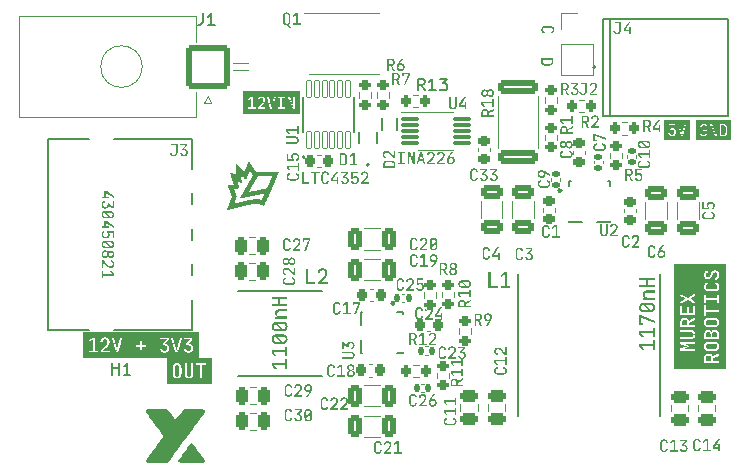
<source format=gbr>
%TF.GenerationSoftware,KiCad,Pcbnew,7.99.0-957-g18dd623122*%
%TF.CreationDate,2023-07-21T22:23:38+08:00*%
%TF.ProjectId,power,706f7765-722e-46b6-9963-61645f706362,V1.1*%
%TF.SameCoordinates,Original*%
%TF.FileFunction,Legend,Top*%
%TF.FilePolarity,Positive*%
%FSLAX46Y46*%
G04 Gerber Fmt 4.6, Leading zero omitted, Abs format (unit mm)*
G04 Created by KiCad (PCBNEW 7.99.0-957-g18dd623122) date 2023-07-21 22:23:38*
%MOMM*%
%LPD*%
G01*
G04 APERTURE LIST*
G04 Aperture macros list*
%AMRoundRect*
0 Rectangle with rounded corners*
0 $1 Rounding radius*
0 $2 $3 $4 $5 $6 $7 $8 $9 X,Y pos of 4 corners*
0 Add a 4 corners polygon primitive as box body*
4,1,4,$2,$3,$4,$5,$6,$7,$8,$9,$2,$3,0*
0 Add four circle primitives for the rounded corners*
1,1,$1+$1,$2,$3*
1,1,$1+$1,$4,$5*
1,1,$1+$1,$6,$7*
1,1,$1+$1,$8,$9*
0 Add four rect primitives between the rounded corners*
20,1,$1+$1,$2,$3,$4,$5,0*
20,1,$1+$1,$4,$5,$6,$7,0*
20,1,$1+$1,$6,$7,$8,$9,0*
20,1,$1+$1,$8,$9,$2,$3,0*%
G04 Aperture macros list end*
%ADD10C,0.150000*%
%ADD11C,0.200000*%
%ADD12C,0.125000*%
%ADD13C,0.240000*%
%ADD14C,0.101074*%
%ADD15C,0.254000*%
%ADD16C,0.120000*%
%ADD17C,0.127000*%
%ADD18C,0.300000*%
%ADD19C,0.152400*%
%ADD20C,0.000000*%
%ADD21C,0.010000*%
%ADD22RoundRect,0.225000X-0.225000X-0.250000X0.225000X-0.250000X0.225000X0.250000X-0.225000X0.250000X0*%
%ADD23RoundRect,0.028800X0.211200X-0.696200X0.211200X0.696200X-0.211200X0.696200X-0.211200X-0.696200X0*%
%ADD24RoundRect,0.250000X-1.425000X0.362500X-1.425000X-0.362500X1.425000X-0.362500X1.425000X0.362500X0*%
%ADD25RoundRect,0.250000X0.475000X-0.250000X0.475000X0.250000X-0.475000X0.250000X-0.475000X-0.250000X0*%
%ADD26RoundRect,0.225000X-0.250000X0.225000X-0.250000X-0.225000X0.250000X-0.225000X0.250000X0.225000X0*%
%ADD27RoundRect,0.200000X-0.200000X-0.275000X0.200000X-0.275000X0.200000X0.275000X-0.200000X0.275000X0*%
%ADD28RoundRect,0.200000X0.200000X0.275000X-0.200000X0.275000X-0.200000X-0.275000X0.200000X-0.275000X0*%
%ADD29R,1.500000X1.000000*%
%ADD30RoundRect,0.250000X0.325000X0.650000X-0.325000X0.650000X-0.325000X-0.650000X0.325000X-0.650000X0*%
%ADD31C,3.000000*%
%ADD32RoundRect,0.250002X1.599998X-1.599998X1.599998X1.599998X-1.599998X1.599998X-1.599998X-1.599998X0*%
%ADD33C,3.700000*%
%ADD34RoundRect,0.140000X0.170000X-0.140000X0.170000X0.140000X-0.170000X0.140000X-0.170000X-0.140000X0*%
%ADD35RoundRect,0.250000X-0.250000X-0.475000X0.250000X-0.475000X0.250000X0.475000X-0.250000X0.475000X0*%
%ADD36RoundRect,0.225000X0.225000X0.250000X-0.225000X0.250000X-0.225000X-0.250000X0.225000X-0.250000X0*%
%ADD37RoundRect,0.250000X-0.650000X0.325000X-0.650000X-0.325000X0.650000X-0.325000X0.650000X0.325000X0*%
%ADD38RoundRect,0.140000X-0.170000X0.140000X-0.170000X-0.140000X0.170000X-0.140000X0.170000X0.140000X0*%
%ADD39RoundRect,0.200000X0.275000X-0.200000X0.275000X0.200000X-0.275000X0.200000X-0.275000X-0.200000X0*%
%ADD40R,1.520000X1.520000*%
%ADD41C,1.520000*%
%ADD42C,2.909999*%
%ADD43RoundRect,0.200000X-0.275000X0.200000X-0.275000X-0.200000X0.275000X-0.200000X0.275000X0.200000X0*%
%ADD44RoundRect,0.140000X-0.140000X-0.170000X0.140000X-0.170000X0.140000X0.170000X-0.140000X0.170000X0*%
%ADD45RoundRect,0.225000X0.250000X-0.225000X0.250000X0.225000X-0.250000X0.225000X-0.250000X-0.225000X0*%
%ADD46RoundRect,0.140000X0.140000X0.170000X-0.140000X0.170000X-0.140000X-0.170000X0.140000X-0.170000X0*%
%ADD47C,3.200000*%
%ADD48RoundRect,0.075000X-0.650000X-0.075000X0.650000X-0.075000X0.650000X0.075000X-0.650000X0.075000X0*%
%ADD49R,1.800000X1.800000*%
%ADD50C,1.800000*%
%ADD51R,0.670000X0.570000*%
%ADD52R,1.270000X0.610000*%
%ADD53R,3.810000X3.910000*%
%ADD54R,1.020000X0.610000*%
%ADD55R,5.400000X5.500000*%
%ADD56R,4.000000X3.000000*%
%ADD57R,1.700000X1.700000*%
%ADD58O,1.700000X1.700000*%
G04 APERTURE END LIST*
D10*
G36*
X143746417Y-94079491D02*
G01*
X143763178Y-94105208D01*
X143779939Y-94130667D01*
X143796700Y-94155869D01*
X143813461Y-94180814D01*
X143819048Y-94189071D01*
X143835930Y-94213775D01*
X143852502Y-94238427D01*
X143868765Y-94263028D01*
X143887348Y-94291664D01*
X143905510Y-94320230D01*
X143924764Y-94350148D01*
X143944056Y-94380001D01*
X143963387Y-94409791D01*
X143982756Y-94439515D01*
X144002164Y-94469176D01*
X144021611Y-94498772D01*
X144041096Y-94528304D01*
X144060620Y-94557771D01*
X144080182Y-94587174D01*
X144099784Y-94616512D01*
X144112872Y-94636036D01*
X144132499Y-94665299D01*
X144152088Y-94694562D01*
X144171637Y-94723826D01*
X144191149Y-94753089D01*
X144210621Y-94782352D01*
X144230055Y-94811616D01*
X144249450Y-94840879D01*
X144268806Y-94870142D01*
X144288124Y-94899406D01*
X144307403Y-94928669D01*
X144320235Y-94948178D01*
X144338553Y-94962100D01*
X144361267Y-94964298D01*
X144390929Y-94964298D01*
X144420561Y-94964298D01*
X144450165Y-94964298D01*
X144479741Y-94964298D01*
X144509287Y-94964298D01*
X144538805Y-94964298D01*
X144568295Y-94964298D01*
X144597756Y-94964298D01*
X144627188Y-94964298D01*
X144656591Y-94964298D01*
X144685966Y-94964298D01*
X144715313Y-94964298D01*
X144744630Y-94964298D01*
X144788553Y-94964298D01*
X144832412Y-94964298D01*
X144862170Y-94964298D01*
X144891912Y-94964298D01*
X144921636Y-94964298D01*
X144951343Y-94964298D01*
X144981033Y-94964298D01*
X145010705Y-94964298D01*
X145040361Y-94964298D01*
X145069999Y-94964298D01*
X145099620Y-94964298D01*
X145129224Y-94964298D01*
X145158811Y-94964298D01*
X145188381Y-94964298D01*
X145217933Y-94964298D01*
X145247468Y-94964298D01*
X145276986Y-94964298D01*
X145306487Y-94964298D01*
X145335971Y-94964298D01*
X145365438Y-94964298D01*
X145394887Y-94964298D01*
X145424319Y-94964298D01*
X145453734Y-94964298D01*
X145483132Y-94964298D01*
X145512513Y-94964298D01*
X145541876Y-94964298D01*
X145571223Y-94964298D01*
X145600552Y-94964298D01*
X145629864Y-94964298D01*
X145673800Y-94964298D01*
X145717697Y-94964298D01*
X145761555Y-94964298D01*
X145776166Y-94964298D01*
X145805845Y-94964298D01*
X145835529Y-94964298D01*
X145865219Y-94964298D01*
X145894914Y-94964298D01*
X145924615Y-94964298D01*
X145954322Y-94964298D01*
X145984035Y-94964298D01*
X146013754Y-94964298D01*
X146043478Y-94964298D01*
X146073208Y-94964298D01*
X146102943Y-94964298D01*
X146132685Y-94964298D01*
X146162432Y-94964298D01*
X146192184Y-94964298D01*
X146221943Y-94964298D01*
X146251707Y-94964298D01*
X146267827Y-94964298D01*
X146292740Y-94964298D01*
X146280275Y-94992262D01*
X146268526Y-95019367D01*
X146256428Y-95048191D01*
X146255371Y-95050760D01*
X146244288Y-95078553D01*
X146233206Y-95106519D01*
X146223131Y-95132093D01*
X146209222Y-95165203D01*
X146195250Y-95198313D01*
X146181213Y-95231423D01*
X146167111Y-95264533D01*
X146152945Y-95297644D01*
X146138715Y-95330754D01*
X146124421Y-95363864D01*
X146110062Y-95396974D01*
X146095638Y-95430084D01*
X146081150Y-95463194D01*
X146071456Y-95485268D01*
X146057580Y-95518378D01*
X146043704Y-95551488D01*
X146029828Y-95584598D01*
X146015952Y-95617709D01*
X146002076Y-95650819D01*
X145988200Y-95683929D01*
X145974324Y-95717039D01*
X145960448Y-95750149D01*
X145946571Y-95783259D01*
X145932695Y-95816370D01*
X145923445Y-95838443D01*
X145909661Y-95871422D01*
X145895787Y-95904414D01*
X145881823Y-95937419D01*
X145867769Y-95970437D01*
X145853624Y-96003468D01*
X145839390Y-96036512D01*
X145825065Y-96069568D01*
X145810650Y-96102637D01*
X145796145Y-96135720D01*
X145781550Y-96168815D01*
X145771770Y-96190885D01*
X145757900Y-96223865D01*
X145744044Y-96256857D01*
X145730200Y-96289862D01*
X145716369Y-96322880D01*
X145702551Y-96355910D01*
X145688745Y-96388954D01*
X145674953Y-96422011D01*
X145661174Y-96455080D01*
X145647407Y-96488162D01*
X145633653Y-96521257D01*
X145624491Y-96543328D01*
X145609014Y-96580959D01*
X145593356Y-96618564D01*
X145577518Y-96656144D01*
X145561500Y-96693698D01*
X145545301Y-96731226D01*
X145528922Y-96768728D01*
X145512363Y-96806204D01*
X145495623Y-96843655D01*
X145478703Y-96881080D01*
X145461602Y-96918479D01*
X145450102Y-96943398D01*
X145432772Y-96980617D01*
X145415403Y-97017810D01*
X145397996Y-97054977D01*
X145380550Y-97092119D01*
X145363066Y-97129235D01*
X145345542Y-97166325D01*
X145327980Y-97203389D01*
X145310380Y-97240428D01*
X145292741Y-97277440D01*
X145275063Y-97314427D01*
X145263256Y-97339071D01*
X145247903Y-97369880D01*
X145232619Y-97400758D01*
X145217404Y-97431704D01*
X145202257Y-97462719D01*
X145187178Y-97493803D01*
X145172169Y-97524955D01*
X145157228Y-97556176D01*
X145142356Y-97587466D01*
X145127484Y-97618653D01*
X145112543Y-97649931D01*
X145097534Y-97681301D01*
X145082456Y-97712763D01*
X145067309Y-97744316D01*
X145052093Y-97775960D01*
X145036809Y-97807697D01*
X145021456Y-97839525D01*
X145014861Y-97849783D01*
X145009000Y-97860041D01*
X144979086Y-97850445D01*
X144949520Y-97840618D01*
X144920301Y-97830559D01*
X144904219Y-97824870D01*
X144875252Y-97814740D01*
X144846053Y-97804958D01*
X144816622Y-97795523D01*
X144800172Y-97790432D01*
X144771797Y-97781448D01*
X144743457Y-97772357D01*
X144715153Y-97763158D01*
X144686885Y-97753853D01*
X144658653Y-97744440D01*
X144630456Y-97734919D01*
X144619188Y-97731081D01*
X144591024Y-97721410D01*
X144562859Y-97711632D01*
X144534695Y-97701747D01*
X144506531Y-97691754D01*
X144478367Y-97681654D01*
X144450202Y-97671446D01*
X144438937Y-97667333D01*
X144422084Y-97667333D01*
X144405964Y-97667333D01*
X144374457Y-97673497D01*
X144342861Y-97679621D01*
X144311174Y-97685707D01*
X144279397Y-97691754D01*
X144247529Y-97697762D01*
X144215572Y-97703732D01*
X144183524Y-97709664D01*
X144151387Y-97715556D01*
X144119159Y-97721410D01*
X144086841Y-97727225D01*
X144065245Y-97731081D01*
X144032998Y-97736864D01*
X144000828Y-97742673D01*
X143968735Y-97748507D01*
X143936720Y-97754368D01*
X143904782Y-97760254D01*
X143872921Y-97766166D01*
X143841138Y-97772104D01*
X143809431Y-97778067D01*
X143777802Y-97784056D01*
X143746251Y-97790071D01*
X143725259Y-97794096D01*
X143696030Y-97798844D01*
X143666595Y-97803747D01*
X143636954Y-97808804D01*
X143607107Y-97814017D01*
X143577053Y-97819383D01*
X143566990Y-97821206D01*
X143537117Y-97826530D01*
X143507398Y-97832060D01*
X143477834Y-97837796D01*
X143448425Y-97843738D01*
X143419170Y-97849886D01*
X143409453Y-97851981D01*
X143375630Y-97859752D01*
X143341756Y-97867677D01*
X143307830Y-97875758D01*
X143273853Y-97883992D01*
X143239824Y-97892381D01*
X143228469Y-97895212D01*
X143194672Y-97903558D01*
X143160875Y-97912111D01*
X143127078Y-97920869D01*
X143093281Y-97929833D01*
X143059484Y-97939004D01*
X143048218Y-97942107D01*
X143011853Y-97951807D01*
X142975483Y-97961490D01*
X142939107Y-97971155D01*
X142902726Y-97980804D01*
X142866338Y-97990435D01*
X142829945Y-98000049D01*
X142793546Y-98009647D01*
X142757142Y-98019226D01*
X142720731Y-98028789D01*
X142684315Y-98038335D01*
X142647893Y-98047863D01*
X142611466Y-98057374D01*
X142575033Y-98066868D01*
X142538594Y-98076345D01*
X142502149Y-98085804D01*
X142465699Y-98095247D01*
X142429337Y-98104781D01*
X142392975Y-98114332D01*
X142356614Y-98123901D01*
X142320252Y-98133486D01*
X142283890Y-98143089D01*
X142247529Y-98152709D01*
X142211167Y-98162346D01*
X142174806Y-98172000D01*
X142138444Y-98181672D01*
X142102082Y-98191360D01*
X142065721Y-98201066D01*
X142029359Y-98210789D01*
X141992997Y-98220529D01*
X141956636Y-98230287D01*
X141920274Y-98240061D01*
X141883912Y-98249853D01*
X141872921Y-98251318D01*
X141859000Y-98253516D01*
X141870906Y-98225306D01*
X141881714Y-98197829D01*
X141891993Y-98169182D01*
X141900032Y-98142874D01*
X141912391Y-98109790D01*
X141924736Y-98076757D01*
X141937069Y-98043776D01*
X141949388Y-98010846D01*
X141961695Y-97977967D01*
X141973989Y-97945141D01*
X141986270Y-97912365D01*
X141998538Y-97879642D01*
X142010794Y-97846969D01*
X142023036Y-97814349D01*
X142031191Y-97792630D01*
X142043549Y-97759913D01*
X142055895Y-97727157D01*
X142068227Y-97694362D01*
X142080547Y-97661529D01*
X142092854Y-97628657D01*
X142105148Y-97595746D01*
X142117429Y-97562797D01*
X142129697Y-97529809D01*
X142141952Y-97496783D01*
X142154195Y-97463718D01*
X142162349Y-97441653D01*
X142174559Y-97410672D01*
X142186460Y-97379280D01*
X142198052Y-97347475D01*
X142209335Y-97315257D01*
X142220309Y-97282628D01*
X142223898Y-97271660D01*
X142234640Y-97238516D01*
X142245434Y-97205577D01*
X142256279Y-97172845D01*
X142267175Y-97140318D01*
X142278123Y-97107998D01*
X142281784Y-97097271D01*
X142285448Y-97078952D01*
X142281784Y-97059902D01*
X142267869Y-97020759D01*
X142253877Y-96981643D01*
X142239808Y-96942552D01*
X142225661Y-96903487D01*
X142211438Y-96864448D01*
X142197137Y-96825434D01*
X142182758Y-96786446D01*
X142168303Y-96747484D01*
X142153770Y-96708548D01*
X142139159Y-96669638D01*
X142129376Y-96643712D01*
X142114846Y-96604857D01*
X142100379Y-96566054D01*
X142085977Y-96527302D01*
X142071640Y-96488602D01*
X142058566Y-96453202D01*
X142478155Y-96453202D01*
X142482551Y-96461262D01*
X142486215Y-96469322D01*
X142497929Y-96502789D01*
X142509714Y-96536327D01*
X142521571Y-96569937D01*
X142533499Y-96603618D01*
X142545499Y-96637370D01*
X142557570Y-96671195D01*
X142562419Y-96684745D01*
X142574608Y-96718597D01*
X142586905Y-96752379D01*
X142599309Y-96786089D01*
X142611821Y-96819727D01*
X142624440Y-96853294D01*
X142637166Y-96886789D01*
X142642286Y-96900167D01*
X142653853Y-96927764D01*
X142665328Y-96959571D01*
X142674629Y-96990956D01*
X142681757Y-97021921D01*
X142685517Y-97043781D01*
X142688147Y-97074621D01*
X142687060Y-97106232D01*
X142682257Y-97138615D01*
X142673736Y-97171769D01*
X142667199Y-97191060D01*
X142655682Y-97220652D01*
X142644487Y-97250351D01*
X142633614Y-97280157D01*
X142623064Y-97310071D01*
X142612835Y-97340092D01*
X142602928Y-97370221D01*
X142599055Y-97382302D01*
X142589402Y-97412262D01*
X142579678Y-97442151D01*
X142569882Y-97471968D01*
X142560015Y-97501714D01*
X142550076Y-97531388D01*
X142540065Y-97560991D01*
X142536041Y-97572812D01*
X142525685Y-97601302D01*
X142516990Y-97624103D01*
X142506711Y-97652957D01*
X142498672Y-97679790D01*
X142506732Y-97677592D01*
X142511128Y-97675393D01*
X142541954Y-97667700D01*
X142572883Y-97660006D01*
X142603915Y-97652313D01*
X142635051Y-97644619D01*
X142666289Y-97636925D01*
X142676725Y-97634361D01*
X142708246Y-97626512D01*
X142739613Y-97618355D01*
X142770826Y-97609889D01*
X142801884Y-97601113D01*
X142832787Y-97592028D01*
X142843054Y-97588932D01*
X142876520Y-97580001D01*
X142910059Y-97571071D01*
X142943668Y-97562141D01*
X142977349Y-97553211D01*
X143011102Y-97544281D01*
X143044926Y-97535351D01*
X143058476Y-97531779D01*
X143092630Y-97522938D01*
X143126855Y-97514276D01*
X143161151Y-97505793D01*
X143195519Y-97497489D01*
X143229959Y-97489364D01*
X143264470Y-97481418D01*
X143278295Y-97478290D01*
X143307043Y-97472302D01*
X143335768Y-97466428D01*
X143371642Y-97459248D01*
X143407481Y-97452246D01*
X143443284Y-97445423D01*
X143479051Y-97438779D01*
X143507639Y-97433593D01*
X143543588Y-97427182D01*
X143579538Y-97420770D01*
X143615487Y-97414359D01*
X143651437Y-97407948D01*
X143687386Y-97401536D01*
X143723336Y-97395125D01*
X143737715Y-97392560D01*
X143767646Y-97387183D01*
X143797539Y-97381767D01*
X143827392Y-97376312D01*
X143857207Y-97370819D01*
X143886984Y-97365287D01*
X143916722Y-97359716D01*
X143946421Y-97354107D01*
X143976081Y-97348459D01*
X144005703Y-97342773D01*
X144035286Y-97337048D01*
X144054987Y-97333209D01*
X144084643Y-97327452D01*
X144114261Y-97321720D01*
X144143840Y-97316014D01*
X144173380Y-97310334D01*
X144202881Y-97304680D01*
X144232344Y-97299052D01*
X144261769Y-97293449D01*
X144291155Y-97287872D01*
X144320502Y-97282320D01*
X144349810Y-97276795D01*
X144369327Y-97273126D01*
X144399623Y-97266970D01*
X144429053Y-97264625D01*
X144455057Y-97265798D01*
X144485831Y-97270298D01*
X144516606Y-97278300D01*
X144537122Y-97285582D01*
X144567897Y-97297626D01*
X144598672Y-97308846D01*
X144629446Y-97319242D01*
X144660221Y-97328813D01*
X144690995Y-97338109D01*
X144721770Y-97347681D01*
X144752545Y-97357527D01*
X144783319Y-97367648D01*
X144803836Y-97372044D01*
X144820688Y-97351527D01*
X144834581Y-97320676D01*
X144848784Y-97289669D01*
X144863295Y-97258508D01*
X144878116Y-97227193D01*
X144893246Y-97195722D01*
X144898357Y-97185198D01*
X144911180Y-97158830D01*
X144924003Y-97132390D01*
X144936826Y-97105879D01*
X144949648Y-97079296D01*
X144962471Y-97052642D01*
X144975294Y-97025916D01*
X144980423Y-97015205D01*
X144993389Y-96986883D01*
X145006641Y-96958705D01*
X145020179Y-96930669D01*
X145022921Y-96925079D01*
X145037333Y-96896328D01*
X145050670Y-96869841D01*
X145064355Y-96842773D01*
X145070549Y-96830557D01*
X145037227Y-96837241D01*
X145003939Y-96843918D01*
X144970686Y-96850590D01*
X144937467Y-96857256D01*
X144904282Y-96863917D01*
X144871132Y-96870571D01*
X144838016Y-96877220D01*
X144804935Y-96883863D01*
X144771887Y-96890501D01*
X144738875Y-96897133D01*
X144705896Y-96903759D01*
X144672952Y-96910379D01*
X144640042Y-96916994D01*
X144607167Y-96923603D01*
X144574325Y-96930206D01*
X144541519Y-96936803D01*
X144508197Y-96943046D01*
X144474909Y-96949317D01*
X144441656Y-96955617D01*
X144408437Y-96961945D01*
X144375252Y-96968302D01*
X144342102Y-96974687D01*
X144308986Y-96981102D01*
X144275905Y-96987545D01*
X144242857Y-96994016D01*
X144209845Y-97000516D01*
X144176866Y-97007045D01*
X144143922Y-97013602D01*
X144111012Y-97020188D01*
X144078137Y-97026803D01*
X144045295Y-97033446D01*
X144012489Y-97040118D01*
X143979682Y-97046715D01*
X143946841Y-97053318D01*
X143913965Y-97059927D01*
X143881056Y-97066542D01*
X143848111Y-97073162D01*
X143815133Y-97079788D01*
X143782120Y-97086420D01*
X143749073Y-97093057D01*
X143715991Y-97099701D01*
X143682875Y-97106350D01*
X143649725Y-97113004D01*
X143616540Y-97119665D01*
X143583322Y-97126331D01*
X143550068Y-97133003D01*
X143516781Y-97139680D01*
X143483459Y-97146363D01*
X143450580Y-97153032D01*
X143417708Y-97159667D01*
X143384841Y-97166267D01*
X143351980Y-97172833D01*
X143319124Y-97179365D01*
X143286275Y-97185862D01*
X143253431Y-97192325D01*
X143220592Y-97198754D01*
X143187760Y-97205148D01*
X143154933Y-97211508D01*
X143122112Y-97217833D01*
X143089297Y-97224124D01*
X143056487Y-97230381D01*
X143023683Y-97236604D01*
X142990885Y-97242792D01*
X142958092Y-97248945D01*
X142960290Y-97238687D01*
X142966152Y-97232093D01*
X142985676Y-97197288D01*
X143005227Y-97162484D01*
X143024808Y-97127679D01*
X143044417Y-97092874D01*
X143064055Y-97058070D01*
X143083721Y-97023265D01*
X143103416Y-96988460D01*
X143123139Y-96953656D01*
X143142892Y-96918851D01*
X143162672Y-96884047D01*
X143182482Y-96849242D01*
X143202320Y-96814437D01*
X143222187Y-96779633D01*
X143242082Y-96744828D01*
X143262006Y-96710024D01*
X143270617Y-96695003D01*
X143725259Y-96695003D01*
X143745775Y-96691339D01*
X143758232Y-96691339D01*
X143795029Y-96683989D01*
X143831780Y-96676593D01*
X143868485Y-96669151D01*
X143905144Y-96661664D01*
X143941757Y-96654130D01*
X143978325Y-96646551D01*
X144014847Y-96638926D01*
X144051323Y-96631255D01*
X144087799Y-96623596D01*
X144124321Y-96616005D01*
X144160889Y-96608483D01*
X144197503Y-96601030D01*
X144234162Y-96593646D01*
X144270867Y-96586330D01*
X144307618Y-96579083D01*
X144344415Y-96571904D01*
X144385944Y-96563517D01*
X144427551Y-96555117D01*
X144469235Y-96546705D01*
X144510996Y-96538279D01*
X144552834Y-96529840D01*
X144594750Y-96521389D01*
X144636743Y-96512925D01*
X144678814Y-96504447D01*
X144720961Y-96495957D01*
X144763186Y-96487454D01*
X144791379Y-96481779D01*
X144833694Y-96473267D01*
X144876009Y-96464769D01*
X144918324Y-96456283D01*
X144960639Y-96447810D01*
X145002954Y-96439350D01*
X145045270Y-96430903D01*
X145087585Y-96422468D01*
X145129900Y-96414047D01*
X145172215Y-96405639D01*
X145214530Y-96397243D01*
X145242740Y-96391653D01*
X145258860Y-96385791D01*
X145271316Y-96371137D01*
X145283123Y-96343476D01*
X145294912Y-96315816D01*
X145306685Y-96288155D01*
X145318440Y-96260495D01*
X145330178Y-96232834D01*
X145341899Y-96205174D01*
X145353602Y-96177513D01*
X145365289Y-96149853D01*
X145376958Y-96122192D01*
X145388610Y-96094532D01*
X145400245Y-96066871D01*
X145411863Y-96039211D01*
X145423463Y-96011550D01*
X145435047Y-95983890D01*
X145446613Y-95956229D01*
X145458162Y-95928569D01*
X145469711Y-95900819D01*
X145481277Y-95873076D01*
X145492861Y-95845338D01*
X145504461Y-95817606D01*
X145516079Y-95789880D01*
X145527714Y-95762159D01*
X145539366Y-95734444D01*
X145551035Y-95706735D01*
X145562722Y-95679032D01*
X145574426Y-95651334D01*
X145586146Y-95623642D01*
X145597884Y-95595956D01*
X145609639Y-95568275D01*
X145621412Y-95540600D01*
X145633201Y-95512931D01*
X145645008Y-95485268D01*
X145656160Y-95457512D01*
X145666859Y-95429862D01*
X145669188Y-95423719D01*
X145680788Y-95394868D01*
X145692816Y-95368077D01*
X145697764Y-95357773D01*
X145661128Y-95357773D01*
X145625757Y-95357773D01*
X145590351Y-95357773D01*
X145554911Y-95357773D01*
X145519437Y-95357773D01*
X145483928Y-95357773D01*
X145448385Y-95357773D01*
X145412807Y-95357773D01*
X145377196Y-95357773D01*
X145341549Y-95357773D01*
X145305869Y-95357773D01*
X145270154Y-95357773D01*
X145234405Y-95357773D01*
X145198622Y-95357773D01*
X145162804Y-95357773D01*
X145126952Y-95357773D01*
X145091065Y-95357773D01*
X145055161Y-95357773D01*
X145019258Y-95357773D01*
X144983354Y-95357773D01*
X144947450Y-95357773D01*
X144911547Y-95357773D01*
X144875643Y-95357773D01*
X144839739Y-95357773D01*
X144803836Y-95357773D01*
X144767932Y-95357773D01*
X144732028Y-95357773D01*
X144696124Y-95357773D01*
X144660221Y-95357773D01*
X144624317Y-95357773D01*
X144588413Y-95357773D01*
X144552510Y-95357773D01*
X144516606Y-95357773D01*
X144488030Y-95364368D01*
X144467513Y-95386350D01*
X144451432Y-95415574D01*
X144435339Y-95444722D01*
X144419232Y-95473792D01*
X144403113Y-95502785D01*
X144386981Y-95531700D01*
X144370836Y-95560539D01*
X144354678Y-95589300D01*
X144338507Y-95617983D01*
X144322323Y-95646590D01*
X144306127Y-95675119D01*
X144295322Y-95694096D01*
X144278456Y-95723340D01*
X144261654Y-95752545D01*
X144244916Y-95781712D01*
X144228243Y-95810840D01*
X144211634Y-95839929D01*
X144195090Y-95868980D01*
X144178610Y-95897992D01*
X144162194Y-95926966D01*
X144145843Y-95955901D01*
X144129556Y-95984797D01*
X144118734Y-96004040D01*
X144102621Y-96032872D01*
X144086431Y-96061665D01*
X144070164Y-96090419D01*
X144053819Y-96119135D01*
X144037397Y-96147813D01*
X144020898Y-96176451D01*
X144004321Y-96205051D01*
X143987668Y-96233613D01*
X143970936Y-96262135D01*
X143954128Y-96290620D01*
X143942879Y-96309587D01*
X143926674Y-96338812D01*
X143910482Y-96367960D01*
X143894303Y-96397030D01*
X143878136Y-96426023D01*
X143861982Y-96454938D01*
X143845842Y-96483777D01*
X143829714Y-96512538D01*
X143813599Y-96541221D01*
X143797497Y-96569828D01*
X143781407Y-96598357D01*
X143770688Y-96617333D01*
X143755286Y-96643315D01*
X143747974Y-96656168D01*
X143732830Y-96682395D01*
X143725259Y-96695003D01*
X143270617Y-96695003D01*
X143281958Y-96675219D01*
X143301997Y-96640337D01*
X143321995Y-96605484D01*
X143341953Y-96570659D01*
X143361872Y-96535863D01*
X143381750Y-96501096D01*
X143401588Y-96466357D01*
X143421386Y-96431647D01*
X143441144Y-96396965D01*
X143460861Y-96362312D01*
X143480539Y-96327688D01*
X143500177Y-96293093D01*
X143519775Y-96258525D01*
X143539332Y-96223987D01*
X143558850Y-96189477D01*
X143578327Y-96154996D01*
X143597764Y-96120544D01*
X143612150Y-96095004D01*
X143633750Y-96056748D01*
X143655375Y-96018557D01*
X143677026Y-95980430D01*
X143698703Y-95942367D01*
X143720406Y-95904369D01*
X143742135Y-95866436D01*
X143763889Y-95828566D01*
X143785669Y-95790761D01*
X143807475Y-95753021D01*
X143829307Y-95715345D01*
X143851269Y-95677570D01*
X143873193Y-95639808D01*
X143895078Y-95602059D01*
X143916925Y-95564322D01*
X143938733Y-95526599D01*
X143960502Y-95488889D01*
X143982233Y-95451191D01*
X144003925Y-95413506D01*
X144025578Y-95375834D01*
X144047193Y-95338175D01*
X144061581Y-95313077D01*
X144067443Y-95288164D01*
X144057185Y-95263984D01*
X144041019Y-95239117D01*
X144024762Y-95214342D01*
X144008413Y-95189658D01*
X143991972Y-95165066D01*
X143975486Y-95140244D01*
X143959000Y-95114874D01*
X143942513Y-95088953D01*
X143926027Y-95062484D01*
X143907952Y-95036480D01*
X143889448Y-95009761D01*
X143872427Y-94985103D01*
X143866676Y-94976754D01*
X143849539Y-94951258D01*
X143832750Y-94925878D01*
X143816308Y-94900614D01*
X143807325Y-94886629D01*
X143791957Y-94922761D01*
X143776627Y-94958894D01*
X143761337Y-94995027D01*
X143746085Y-95031159D01*
X143730871Y-95067292D01*
X143715696Y-95103425D01*
X143700560Y-95139557D01*
X143685463Y-95175690D01*
X143670404Y-95211823D01*
X143655384Y-95247955D01*
X143645392Y-95272044D01*
X143630397Y-95308177D01*
X143615364Y-95344309D01*
X143600292Y-95380442D01*
X143585182Y-95416575D01*
X143570033Y-95452707D01*
X143554845Y-95488840D01*
X143539619Y-95524973D01*
X143524354Y-95561105D01*
X143509051Y-95597238D01*
X143493708Y-95633371D01*
X143483459Y-95657459D01*
X143458741Y-95632970D01*
X143434045Y-95608595D01*
X143409373Y-95584335D01*
X143384724Y-95560189D01*
X143360097Y-95536158D01*
X143335493Y-95512241D01*
X143310913Y-95488439D01*
X143286355Y-95464751D01*
X143261797Y-95441121D01*
X143237216Y-95417490D01*
X143212612Y-95393860D01*
X143187986Y-95370230D01*
X143163336Y-95346599D01*
X143138664Y-95322969D01*
X143113969Y-95299338D01*
X143089251Y-95275708D01*
X143087053Y-95280104D01*
X143085587Y-95280104D01*
X143087131Y-95310898D01*
X143088738Y-95341730D01*
X143090411Y-95372602D01*
X143092147Y-95403511D01*
X143093948Y-95434460D01*
X143095814Y-95465447D01*
X143097744Y-95496473D01*
X143099738Y-95527537D01*
X143101797Y-95558640D01*
X143103920Y-95589782D01*
X143105371Y-95610564D01*
X143107674Y-95641640D01*
X143109913Y-95672766D01*
X143112088Y-95703944D01*
X143114198Y-95735174D01*
X143116244Y-95766455D01*
X143118225Y-95797788D01*
X143120142Y-95829172D01*
X143121995Y-95860608D01*
X143123783Y-95892095D01*
X143125506Y-95923634D01*
X143126620Y-95944689D01*
X143098438Y-95930564D01*
X143070220Y-95916582D01*
X143041966Y-95902743D01*
X143013677Y-95889047D01*
X142985351Y-95875494D01*
X142956990Y-95862085D01*
X142945636Y-95856761D01*
X142917364Y-95843198D01*
X142888878Y-95829527D01*
X142860177Y-95815749D01*
X142831262Y-95801864D01*
X142802131Y-95787871D01*
X142772786Y-95773771D01*
X142760988Y-95768101D01*
X142769487Y-95796540D01*
X142777947Y-95824979D01*
X142786368Y-95853418D01*
X142794751Y-95881857D01*
X142803095Y-95910296D01*
X142811401Y-95938735D01*
X142819667Y-95967174D01*
X142827896Y-95995613D01*
X142836085Y-96024052D01*
X142844236Y-96052491D01*
X142849648Y-96071451D01*
X142857767Y-96099896D01*
X142865912Y-96128355D01*
X142874082Y-96156826D01*
X142882278Y-96185310D01*
X142890500Y-96213807D01*
X142898747Y-96242317D01*
X142907020Y-96270839D01*
X142915319Y-96299375D01*
X142923644Y-96327924D01*
X142931995Y-96356485D01*
X142937576Y-96375533D01*
X142907992Y-96380628D01*
X142878591Y-96385654D01*
X142849374Y-96390611D01*
X142820339Y-96395500D01*
X142784304Y-96401514D01*
X142748555Y-96407421D01*
X142713092Y-96413221D01*
X142706034Y-96414368D01*
X142670717Y-96420146D01*
X142635294Y-96426031D01*
X142599763Y-96432024D01*
X142564125Y-96438124D01*
X142528379Y-96444332D01*
X142492526Y-96450646D01*
X142478155Y-96453202D01*
X142058566Y-96453202D01*
X142057366Y-96449954D01*
X142043158Y-96411357D01*
X142029013Y-96372811D01*
X142014933Y-96334317D01*
X142000918Y-96295875D01*
X141986967Y-96257484D01*
X141977702Y-96231918D01*
X141967123Y-96204044D01*
X141961581Y-96188687D01*
X141952010Y-96160939D01*
X141945461Y-96141060D01*
X141976064Y-96135931D01*
X142006690Y-96130802D01*
X142037339Y-96125673D01*
X142068010Y-96120544D01*
X142098705Y-96115414D01*
X142129422Y-96110285D01*
X142160162Y-96105156D01*
X142190926Y-96100027D01*
X142221700Y-96094909D01*
X142252475Y-96089815D01*
X142283249Y-96084743D01*
X142314024Y-96079694D01*
X142344799Y-96074668D01*
X142375573Y-96069665D01*
X142406348Y-96064684D01*
X142437122Y-96059727D01*
X142427960Y-96027390D01*
X142418793Y-95995041D01*
X142409619Y-95962681D01*
X142400440Y-95930309D01*
X142391255Y-95897926D01*
X142382065Y-95865531D01*
X142372868Y-95833125D01*
X142363666Y-95800708D01*
X142354459Y-95768279D01*
X142345245Y-95735838D01*
X142336026Y-95703386D01*
X142326801Y-95670923D01*
X142317570Y-95638448D01*
X142308334Y-95605962D01*
X142299092Y-95573464D01*
X142289844Y-95540955D01*
X142280593Y-95508343D01*
X142271342Y-95475720D01*
X142262092Y-95443084D01*
X142252841Y-95410438D01*
X142243590Y-95377780D01*
X142234340Y-95345111D01*
X142225089Y-95312430D01*
X142215838Y-95279738D01*
X142206588Y-95247034D01*
X142197337Y-95214319D01*
X142188086Y-95181592D01*
X142178836Y-95148854D01*
X142169585Y-95116104D01*
X142160334Y-95083343D01*
X142151083Y-95050571D01*
X142141833Y-95017787D01*
X142176740Y-95035166D01*
X142211488Y-95052500D01*
X142246075Y-95069788D01*
X142280502Y-95087030D01*
X142314768Y-95104226D01*
X142348874Y-95121377D01*
X142382820Y-95138481D01*
X142416606Y-95155540D01*
X142450552Y-95172427D01*
X142484612Y-95189383D01*
X142518787Y-95206407D01*
X142553077Y-95223501D01*
X142587481Y-95240662D01*
X142621999Y-95257893D01*
X142656632Y-95275192D01*
X142691379Y-95292560D01*
X142689361Y-95260787D01*
X142687338Y-95229030D01*
X142685308Y-95197291D01*
X142683273Y-95165569D01*
X142681233Y-95133864D01*
X142679186Y-95102177D01*
X142677134Y-95070506D01*
X142675076Y-95038853D01*
X142673012Y-95007217D01*
X142670943Y-94975598D01*
X142668868Y-94943996D01*
X142666787Y-94912412D01*
X142664700Y-94880844D01*
X142662608Y-94849294D01*
X142660510Y-94817761D01*
X142658406Y-94786245D01*
X142656391Y-94754640D01*
X142654376Y-94723024D01*
X142652361Y-94691397D01*
X142650346Y-94659758D01*
X142648331Y-94628107D01*
X142646316Y-94596445D01*
X142644301Y-94564772D01*
X142642286Y-94533087D01*
X142640271Y-94501391D01*
X142638256Y-94469683D01*
X142636241Y-94437964D01*
X142634226Y-94406234D01*
X142632211Y-94374491D01*
X142630196Y-94342738D01*
X142628181Y-94310973D01*
X142626166Y-94279197D01*
X142648689Y-94301253D01*
X142671195Y-94323275D01*
X142693683Y-94345262D01*
X142716155Y-94367216D01*
X142738609Y-94389135D01*
X142761046Y-94411019D01*
X142783465Y-94432869D01*
X142805868Y-94454685D01*
X142828253Y-94476467D01*
X142850622Y-94498214D01*
X142872973Y-94519927D01*
X142895307Y-94541605D01*
X142917623Y-94563249D01*
X142939923Y-94584859D01*
X142962205Y-94606434D01*
X142984471Y-94627975D01*
X143006824Y-94649499D01*
X143029190Y-94671023D01*
X143051567Y-94692547D01*
X143073955Y-94714071D01*
X143096355Y-94735595D01*
X143118766Y-94757119D01*
X143141189Y-94778643D01*
X143163623Y-94800167D01*
X143186068Y-94821691D01*
X143208525Y-94843215D01*
X143230994Y-94864738D01*
X143253474Y-94886262D01*
X143275965Y-94907786D01*
X143298468Y-94929310D01*
X143320982Y-94950834D01*
X143343508Y-94972358D01*
X143355328Y-94943690D01*
X143367161Y-94915022D01*
X143379005Y-94886354D01*
X143390860Y-94857686D01*
X143402727Y-94829018D01*
X143414605Y-94800350D01*
X143426495Y-94771682D01*
X143438396Y-94743014D01*
X143450308Y-94714346D01*
X143462232Y-94685678D01*
X143474168Y-94657010D01*
X143486115Y-94628342D01*
X143498073Y-94599674D01*
X143510043Y-94571006D01*
X143522024Y-94542338D01*
X143534017Y-94513670D01*
X143546116Y-94484910D01*
X143558231Y-94456151D01*
X143570364Y-94427391D01*
X143582514Y-94398631D01*
X143594682Y-94369872D01*
X143606866Y-94341112D01*
X143619068Y-94312353D01*
X143631287Y-94283593D01*
X143643523Y-94254833D01*
X143655776Y-94226074D01*
X143668046Y-94197314D01*
X143680334Y-94168555D01*
X143692638Y-94139795D01*
X143704960Y-94111036D01*
X143717299Y-94082276D01*
X143729655Y-94053516D01*
X143746417Y-94079491D01*
G37*
D11*
G36*
X148075186Y-90112657D02*
G01*
X143219060Y-90112657D01*
X143219060Y-89669800D01*
X143661917Y-89669800D01*
X144310626Y-89669800D01*
X144310626Y-89540351D01*
X144082748Y-89540351D01*
X144082748Y-88909472D01*
X144465721Y-88909472D01*
X144612510Y-88909472D01*
X144612707Y-88899327D01*
X144613739Y-88884650D01*
X144615655Y-88870622D01*
X144618456Y-88857241D01*
X144622141Y-88844510D01*
X144626710Y-88832426D01*
X144632164Y-88820991D01*
X144638503Y-88810204D01*
X144645726Y-88800065D01*
X144653833Y-88790575D01*
X144662824Y-88781733D01*
X144672570Y-88773614D01*
X144682937Y-88766294D01*
X144693928Y-88759772D01*
X144705540Y-88754049D01*
X144717776Y-88749125D01*
X144730633Y-88744999D01*
X144744114Y-88741671D01*
X144758217Y-88739143D01*
X144767964Y-88737900D01*
X144777989Y-88737013D01*
X144788290Y-88736481D01*
X144798868Y-88736303D01*
X144808359Y-88736478D01*
X144822123Y-88737395D01*
X144835321Y-88739097D01*
X144847952Y-88741585D01*
X144860016Y-88744859D01*
X144871514Y-88748918D01*
X144882445Y-88753763D01*
X144892809Y-88759394D01*
X144902606Y-88765810D01*
X144911837Y-88773012D01*
X144920501Y-88781000D01*
X144925943Y-88786685D01*
X144933447Y-88795696D01*
X144940162Y-88805287D01*
X144946087Y-88815457D01*
X144951222Y-88826207D01*
X144955567Y-88837536D01*
X144959122Y-88849445D01*
X144961886Y-88861934D01*
X144963861Y-88875002D01*
X144965046Y-88888650D01*
X144965441Y-88902877D01*
X144965247Y-88915204D01*
X144964663Y-88927393D01*
X144963690Y-88939445D01*
X144962327Y-88951359D01*
X144960576Y-88963136D01*
X144958435Y-88974776D01*
X144955904Y-88986278D01*
X144952985Y-88997643D01*
X144952208Y-89000452D01*
X144948823Y-89011699D01*
X144944995Y-89022961D01*
X144940725Y-89034238D01*
X144936012Y-89045531D01*
X144930856Y-89056838D01*
X144925257Y-89068161D01*
X144919216Y-89079499D01*
X144914395Y-89088013D01*
X144911063Y-89093669D01*
X144905822Y-89102181D01*
X144900290Y-89110728D01*
X144894465Y-89119309D01*
X144888348Y-89127924D01*
X144881940Y-89136573D01*
X144875239Y-89145257D01*
X144868247Y-89153976D01*
X144860963Y-89162728D01*
X144853386Y-89171515D01*
X144845518Y-89180337D01*
X144842845Y-89183289D01*
X144834623Y-89192213D01*
X144826095Y-89201241D01*
X144817263Y-89210371D01*
X144808126Y-89219605D01*
X144798685Y-89228941D01*
X144788938Y-89238381D01*
X144778887Y-89247923D01*
X144768530Y-89257569D01*
X144757869Y-89267318D01*
X144750593Y-89273874D01*
X144743180Y-89280476D01*
X144473048Y-89517880D01*
X144473048Y-89669800D01*
X145121757Y-89669800D01*
X145121757Y-89540351D01*
X144739761Y-89540351D01*
X144733312Y-89540351D01*
X144723157Y-89540351D01*
X144712421Y-89540351D01*
X144702392Y-89540351D01*
X144692286Y-89540351D01*
X144682242Y-89540351D01*
X144672258Y-89540351D01*
X144662336Y-89540351D01*
X144654522Y-89540471D01*
X144644585Y-89541005D01*
X144637408Y-89541763D01*
X144644262Y-89537420D01*
X144652811Y-89531741D01*
X144661359Y-89525940D01*
X144669663Y-89519957D01*
X144677479Y-89513728D01*
X144847716Y-89362786D01*
X144856223Y-89355181D01*
X144864586Y-89347598D01*
X144872805Y-89340039D01*
X144880880Y-89332504D01*
X144888811Y-89324992D01*
X144896597Y-89317503D01*
X144904240Y-89310038D01*
X144911738Y-89302596D01*
X144919093Y-89295177D01*
X144926303Y-89287782D01*
X144933370Y-89280410D01*
X144940292Y-89273061D01*
X144947070Y-89265736D01*
X144953704Y-89258434D01*
X144966540Y-89243901D01*
X144978800Y-89229461D01*
X144990484Y-89215115D01*
X145001591Y-89200862D01*
X145012122Y-89186702D01*
X145022077Y-89172637D01*
X145031456Y-89158664D01*
X145040258Y-89144785D01*
X145048484Y-89131000D01*
X145056174Y-89117227D01*
X145063367Y-89103385D01*
X145070065Y-89089475D01*
X145076267Y-89075496D01*
X145081972Y-89061448D01*
X145087181Y-89047331D01*
X145091894Y-89033146D01*
X145096111Y-89018892D01*
X145099832Y-89004570D01*
X145103057Y-88990179D01*
X145105786Y-88975719D01*
X145108018Y-88961190D01*
X145109755Y-88946593D01*
X145110995Y-88931927D01*
X145111739Y-88917192D01*
X145111987Y-88902388D01*
X145111899Y-88893982D01*
X145111438Y-88881562D01*
X145110583Y-88869370D01*
X145109332Y-88857405D01*
X145107686Y-88845668D01*
X145105645Y-88834158D01*
X145103210Y-88822876D01*
X145100379Y-88811821D01*
X145097153Y-88800994D01*
X145093532Y-88790395D01*
X145089517Y-88780023D01*
X145086637Y-88773247D01*
X145082053Y-88763319D01*
X145077152Y-88753675D01*
X145071933Y-88744314D01*
X145066396Y-88735237D01*
X145060541Y-88726443D01*
X145054369Y-88717932D01*
X145047879Y-88709704D01*
X145041071Y-88701760D01*
X145033945Y-88694099D01*
X145026502Y-88686722D01*
X145021367Y-88681969D01*
X145013415Y-88675104D01*
X145005161Y-88668556D01*
X144996608Y-88662327D01*
X144987753Y-88656415D01*
X144978599Y-88650821D01*
X144969143Y-88645544D01*
X144959387Y-88640585D01*
X144949331Y-88635944D01*
X144938974Y-88631621D01*
X144928316Y-88627615D01*
X144921056Y-88625101D01*
X144912685Y-88622486D01*
X145273432Y-88622486D01*
X145544785Y-89669800D01*
X145734318Y-89669800D01*
X146014220Y-88622486D01*
X146186656Y-88622486D01*
X146186656Y-88751935D01*
X146410382Y-88751935D01*
X146410382Y-89540351D01*
X146186656Y-89540351D01*
X146186656Y-89669800D01*
X146779189Y-89669800D01*
X146779189Y-89540351D01*
X146555462Y-89540351D01*
X146555462Y-88751935D01*
X146779189Y-88751935D01*
X146779189Y-88622486D01*
X147011952Y-88622486D01*
X147011952Y-89669800D01*
X147148484Y-89669800D01*
X147148484Y-88961495D01*
X147148471Y-88953781D01*
X147148414Y-88943715D01*
X147148278Y-88931488D01*
X147148070Y-88919654D01*
X147147791Y-88908213D01*
X147147441Y-88897166D01*
X147147018Y-88886513D01*
X147146836Y-88882337D01*
X147146389Y-88872222D01*
X147145868Y-88860699D01*
X147145364Y-88849845D01*
X147144878Y-88839662D01*
X147144332Y-88828627D01*
X147144150Y-88826856D01*
X147143108Y-88816838D01*
X147142992Y-88815756D01*
X147145690Y-88825634D01*
X147148457Y-88835298D01*
X147151415Y-88845236D01*
X147151862Y-88847042D01*
X147154712Y-88858113D01*
X147157311Y-88867641D01*
X147160112Y-88877443D01*
X147163117Y-88887519D01*
X147166323Y-88897870D01*
X147169733Y-88908495D01*
X147171167Y-88912764D01*
X147174744Y-88923396D01*
X147178308Y-88933968D01*
X147181861Y-88944481D01*
X147185402Y-88954934D01*
X147188931Y-88965328D01*
X147192448Y-88975661D01*
X147458917Y-89669800D01*
X147632329Y-89669800D01*
X147632329Y-88622486D01*
X147495797Y-88622486D01*
X147495797Y-89319555D01*
X147495805Y-89324152D01*
X147495891Y-89335527D01*
X147496072Y-89346735D01*
X147496349Y-89357776D01*
X147496721Y-89368650D01*
X147497188Y-89379357D01*
X147497751Y-89389897D01*
X147498168Y-89396057D01*
X147498881Y-89406017D01*
X147499768Y-89417466D01*
X147500690Y-89428365D01*
X147501646Y-89438715D01*
X147502636Y-89448515D01*
X147503168Y-89453104D01*
X147504420Y-89464079D01*
X147504935Y-89468773D01*
X147502901Y-89460739D01*
X147500176Y-89450284D01*
X147497319Y-89439615D01*
X147494332Y-89428732D01*
X147493886Y-89426881D01*
X147491093Y-89415627D01*
X147488607Y-89406052D01*
X147485979Y-89396297D01*
X147483207Y-89386364D01*
X147480293Y-89376252D01*
X147477235Y-89365961D01*
X147474712Y-89357718D01*
X147471505Y-89347758D01*
X147468239Y-89338179D01*
X147464240Y-89327188D01*
X147460156Y-89316746D01*
X147455986Y-89306855D01*
X147185365Y-88622486D01*
X147011952Y-88622486D01*
X146779189Y-88622486D01*
X146186656Y-88622486D01*
X146014220Y-88622486D01*
X145865476Y-88622486D01*
X145665686Y-89435815D01*
X145664806Y-89439551D01*
X145662236Y-89450530D01*
X145659768Y-89461166D01*
X145657404Y-89471459D01*
X145655143Y-89481408D01*
X145652985Y-89491014D01*
X145652293Y-89494135D01*
X145650038Y-89504682D01*
X145648039Y-89514644D01*
X145646070Y-89525315D01*
X145644436Y-89535222D01*
X145643647Y-89539428D01*
X145642778Y-89544454D01*
X145641750Y-89535466D01*
X145641133Y-89531797D01*
X145639278Y-89521508D01*
X145637405Y-89511904D01*
X145635298Y-89501739D01*
X145632957Y-89491014D01*
X145632249Y-89487850D01*
X145630057Y-89478130D01*
X145627761Y-89468066D01*
X145625363Y-89457659D01*
X145622861Y-89446909D01*
X145620256Y-89435815D01*
X145424618Y-88622486D01*
X145273432Y-88622486D01*
X144912685Y-88622486D01*
X144909958Y-88621634D01*
X144898610Y-88618532D01*
X144887014Y-88615795D01*
X144875169Y-88613423D01*
X144863075Y-88611416D01*
X144850731Y-88609774D01*
X144838139Y-88608497D01*
X144825297Y-88607584D01*
X144812207Y-88607037D01*
X144798868Y-88606855D01*
X144789762Y-88606938D01*
X144776304Y-88607373D01*
X144763086Y-88608183D01*
X144750109Y-88609366D01*
X144737372Y-88610922D01*
X144724876Y-88612852D01*
X144712619Y-88615155D01*
X144700604Y-88617832D01*
X144688829Y-88620882D01*
X144677294Y-88624306D01*
X144666000Y-88628104D01*
X144658610Y-88630827D01*
X144647752Y-88635162D01*
X144637164Y-88639797D01*
X144626846Y-88644733D01*
X144616799Y-88649969D01*
X144607022Y-88655506D01*
X144597516Y-88661344D01*
X144588281Y-88667482D01*
X144579315Y-88673920D01*
X144570621Y-88680659D01*
X144562196Y-88687699D01*
X144556776Y-88692556D01*
X144548929Y-88700082D01*
X144541421Y-88707895D01*
X144534251Y-88715996D01*
X144527421Y-88724384D01*
X144520931Y-88733060D01*
X144514779Y-88742024D01*
X144508967Y-88751275D01*
X144503493Y-88760814D01*
X144498359Y-88770641D01*
X144493564Y-88780756D01*
X144490565Y-88787641D01*
X144486380Y-88798259D01*
X144482573Y-88809225D01*
X144479144Y-88820539D01*
X144476093Y-88832200D01*
X144473420Y-88844209D01*
X144471124Y-88856566D01*
X144469207Y-88869271D01*
X144467667Y-88882323D01*
X144466505Y-88895724D01*
X144465721Y-88909472D01*
X144082748Y-88909472D01*
X144082748Y-88622486D01*
X143910801Y-88622486D01*
X143666314Y-88796631D01*
X143666314Y-88951726D01*
X143897612Y-88801760D01*
X143902624Y-88798615D01*
X143910672Y-88793005D01*
X143918617Y-88786617D01*
X143921575Y-88784122D01*
X143929101Y-88777859D01*
X143936935Y-88771474D01*
X143937467Y-88770942D01*
X143944412Y-88763943D01*
X143950428Y-88757766D01*
X143949635Y-88762926D01*
X143949485Y-88764148D01*
X143948147Y-88773993D01*
X143946704Y-88783931D01*
X143946336Y-88786713D01*
X143945077Y-88796482D01*
X143943769Y-88807015D01*
X143942552Y-88817148D01*
X143942203Y-88820563D01*
X143941362Y-88830577D01*
X143940789Y-88841296D01*
X143940598Y-88851586D01*
X143940598Y-89540351D01*
X143661917Y-89540351D01*
X143661917Y-89669800D01*
X143219060Y-89669800D01*
X143219060Y-88163998D01*
X148075186Y-88163998D01*
X148075186Y-90112657D01*
G37*
G36*
X139479233Y-110776186D02*
G01*
X129728392Y-110776186D01*
X129728392Y-110286000D01*
X130199821Y-110286000D01*
X130978272Y-110286000D01*
X130978272Y-110130661D01*
X130704817Y-110130661D01*
X130704817Y-109373606D01*
X131164385Y-109373606D01*
X131340533Y-109373606D01*
X131340768Y-109361432D01*
X131342007Y-109343820D01*
X131344306Y-109326986D01*
X131347667Y-109310930D01*
X131352089Y-109295652D01*
X131357573Y-109281151D01*
X131364117Y-109267429D01*
X131371723Y-109254485D01*
X131380391Y-109242318D01*
X131390119Y-109230930D01*
X131400909Y-109220319D01*
X131412604Y-109210577D01*
X131425045Y-109201793D01*
X131438233Y-109193967D01*
X131452168Y-109187099D01*
X131466851Y-109181190D01*
X131482280Y-109176239D01*
X131498457Y-109172246D01*
X131515380Y-109169211D01*
X131527077Y-109167721D01*
X131539107Y-109166656D01*
X131551468Y-109166017D01*
X131564161Y-109165804D01*
X131575551Y-109166014D01*
X131592068Y-109167114D01*
X131607905Y-109169156D01*
X131623062Y-109172142D01*
X131637540Y-109176070D01*
X131651337Y-109180942D01*
X131664454Y-109186756D01*
X131676891Y-109193512D01*
X131688647Y-109201212D01*
X131699724Y-109209855D01*
X131710121Y-109219440D01*
X131716651Y-109226262D01*
X131725657Y-109237075D01*
X131733715Y-109248584D01*
X131740825Y-109260788D01*
X131746986Y-109273688D01*
X131752200Y-109287283D01*
X131756466Y-109301574D01*
X131759784Y-109316560D01*
X131762154Y-109332242D01*
X131763576Y-109348620D01*
X131764050Y-109365692D01*
X131763816Y-109380484D01*
X131763116Y-109395112D01*
X131761948Y-109409574D01*
X131760313Y-109423871D01*
X131758211Y-109438004D01*
X131755642Y-109451971D01*
X131752605Y-109465774D01*
X131749102Y-109479412D01*
X131748170Y-109482783D01*
X131744108Y-109496279D01*
X131739514Y-109509793D01*
X131734390Y-109523326D01*
X131728734Y-109536877D01*
X131722547Y-109550446D01*
X131715829Y-109564033D01*
X131708579Y-109577639D01*
X131702794Y-109587856D01*
X131698796Y-109594643D01*
X131692507Y-109604857D01*
X131685868Y-109615113D01*
X131678878Y-109625410D01*
X131671538Y-109635749D01*
X131663848Y-109646128D01*
X131655807Y-109656549D01*
X131647417Y-109667011D01*
X131638675Y-109677514D01*
X131629584Y-109688059D01*
X131620142Y-109698644D01*
X131616934Y-109702187D01*
X131607067Y-109712896D01*
X131596835Y-109723729D01*
X131586236Y-109734685D01*
X131575272Y-109745766D01*
X131563942Y-109756969D01*
X131552246Y-109768297D01*
X131540184Y-109779748D01*
X131527757Y-109791323D01*
X131514963Y-109803021D01*
X131506231Y-109810889D01*
X131497337Y-109818812D01*
X131173177Y-110103697D01*
X131173177Y-110286000D01*
X131951628Y-110286000D01*
X131951628Y-110130661D01*
X131493233Y-110130661D01*
X131485495Y-110130661D01*
X131473308Y-110130661D01*
X131460425Y-110130661D01*
X131448390Y-110130661D01*
X131436264Y-110130661D01*
X131424210Y-110130661D01*
X131412230Y-110130661D01*
X131400323Y-110130661D01*
X131390947Y-110130805D01*
X131379022Y-110131446D01*
X131370408Y-110132356D01*
X131378635Y-110127144D01*
X131388893Y-110120330D01*
X131399151Y-110113369D01*
X131409116Y-110106188D01*
X131418495Y-110098714D01*
X131622780Y-109917584D01*
X131632988Y-109908457D01*
X131643024Y-109899358D01*
X131652886Y-109890287D01*
X131662576Y-109881245D01*
X131672093Y-109872230D01*
X131681437Y-109863244D01*
X131690608Y-109854285D01*
X131699606Y-109845355D01*
X131708432Y-109836453D01*
X131717084Y-109827578D01*
X131725564Y-109818732D01*
X131733870Y-109809914D01*
X131742004Y-109801124D01*
X131749965Y-109792361D01*
X131765369Y-109774921D01*
X131780080Y-109757593D01*
X131794101Y-109740378D01*
X131807430Y-109723274D01*
X131820067Y-109706283D01*
X131832013Y-109689404D01*
X131843267Y-109672637D01*
X131853830Y-109655982D01*
X131863701Y-109639440D01*
X131872929Y-109622912D01*
X131881561Y-109606302D01*
X131889598Y-109589610D01*
X131897040Y-109572835D01*
X131903886Y-109555977D01*
X131910137Y-109539038D01*
X131915793Y-109522016D01*
X131920854Y-109504911D01*
X131925319Y-109487724D01*
X131929188Y-109470454D01*
X131932463Y-109453102D01*
X131935142Y-109435668D01*
X131937226Y-109418151D01*
X131938714Y-109400552D01*
X131939607Y-109382870D01*
X131939905Y-109365106D01*
X131939799Y-109355019D01*
X131939246Y-109340115D01*
X131938219Y-109325484D01*
X131936718Y-109311126D01*
X131934743Y-109297042D01*
X131932295Y-109283230D01*
X131929372Y-109269691D01*
X131925975Y-109256426D01*
X131922104Y-109243433D01*
X131917759Y-109230714D01*
X131912940Y-109218267D01*
X131909485Y-109210136D01*
X131903984Y-109198223D01*
X131898102Y-109186650D01*
X131891839Y-109175417D01*
X131885195Y-109164524D01*
X131878169Y-109153971D01*
X131870762Y-109143758D01*
X131862974Y-109133885D01*
X131854805Y-109124352D01*
X131846254Y-109115159D01*
X131837323Y-109106307D01*
X131831161Y-109100603D01*
X131821618Y-109092365D01*
X131811714Y-109084508D01*
X131801449Y-109077032D01*
X131790824Y-109069938D01*
X131779838Y-109063225D01*
X131768492Y-109056893D01*
X131756785Y-109050943D01*
X131744717Y-109045373D01*
X131732289Y-109040185D01*
X131719500Y-109035378D01*
X131710787Y-109032362D01*
X131700743Y-109029224D01*
X132133638Y-109029224D01*
X132459263Y-110286000D01*
X132686702Y-110286000D01*
X132820648Y-109784813D01*
X134185864Y-109784813D01*
X134508558Y-109784813D01*
X134508558Y-110117179D01*
X134675620Y-110117179D01*
X134675620Y-109953341D01*
X136204385Y-109953341D01*
X136205468Y-109964128D01*
X136207444Y-109979957D01*
X136209844Y-109995363D01*
X136212665Y-110010346D01*
X136215909Y-110024908D01*
X136219576Y-110039047D01*
X136223665Y-110052763D01*
X136228176Y-110066057D01*
X136233110Y-110078928D01*
X136238466Y-110091377D01*
X136244245Y-110103404D01*
X136248314Y-110111209D01*
X136254701Y-110122652D01*
X136261428Y-110133775D01*
X136268494Y-110144579D01*
X136275901Y-110155063D01*
X136283648Y-110165228D01*
X136291735Y-110175074D01*
X136300162Y-110184600D01*
X136308929Y-110193806D01*
X136318036Y-110202693D01*
X136327483Y-110211261D01*
X136333960Y-110216752D01*
X136343919Y-110224696D01*
X136354173Y-110232290D01*
X136364720Y-110239534D01*
X136375560Y-110246428D01*
X136386695Y-110252971D01*
X136398123Y-110259163D01*
X136409844Y-110265006D01*
X136421860Y-110270498D01*
X136434169Y-110275639D01*
X136446771Y-110280431D01*
X136455357Y-110283377D01*
X136468420Y-110287439D01*
X136481704Y-110291074D01*
X136495210Y-110294281D01*
X136508938Y-110297060D01*
X136522887Y-110299412D01*
X136537057Y-110301336D01*
X136551449Y-110302833D01*
X136566063Y-110303902D01*
X136580898Y-110304544D01*
X136595955Y-110304757D01*
X136607314Y-110304652D01*
X136624088Y-110304099D01*
X136640541Y-110303072D01*
X136656676Y-110301571D01*
X136672491Y-110299596D01*
X136687986Y-110297147D01*
X136703162Y-110294224D01*
X136718019Y-110290827D01*
X136732556Y-110286957D01*
X136746774Y-110282612D01*
X136760672Y-110277793D01*
X136769749Y-110274332D01*
X136783055Y-110268801D01*
X136795990Y-110262864D01*
X136808554Y-110256519D01*
X136820747Y-110249767D01*
X136832569Y-110242609D01*
X136844020Y-110235043D01*
X136855100Y-110227070D01*
X136865810Y-110218690D01*
X136876148Y-110209904D01*
X136886115Y-110200710D01*
X136892540Y-110194365D01*
X136901817Y-110184547D01*
X136910662Y-110174368D01*
X136919073Y-110163829D01*
X136927052Y-110152929D01*
X136934598Y-110141669D01*
X136941711Y-110130047D01*
X136948392Y-110118066D01*
X136954639Y-110105723D01*
X136960454Y-110093020D01*
X136965836Y-110079956D01*
X136969208Y-110071020D01*
X136973858Y-110057355D01*
X136978018Y-110043375D01*
X136981689Y-110029081D01*
X136984870Y-110014472D01*
X136987562Y-109999549D01*
X136989764Y-109984312D01*
X136991477Y-109968761D01*
X136992701Y-109952895D01*
X136993435Y-109936716D01*
X136993680Y-109920221D01*
X136993564Y-109909400D01*
X136992957Y-109893391D01*
X136991830Y-109877650D01*
X136990182Y-109862177D01*
X136988014Y-109846971D01*
X136985325Y-109832034D01*
X136982117Y-109817365D01*
X136978387Y-109802963D01*
X136974138Y-109788829D01*
X136969368Y-109774964D01*
X136964078Y-109761366D01*
X136960321Y-109752476D01*
X136954339Y-109739463D01*
X136947939Y-109726836D01*
X136941122Y-109714596D01*
X136933888Y-109702742D01*
X136926237Y-109691274D01*
X136918168Y-109680193D01*
X136909681Y-109669499D01*
X136900778Y-109659190D01*
X136891457Y-109649268D01*
X136881719Y-109639733D01*
X136875037Y-109633559D01*
X136864689Y-109624636D01*
X136853949Y-109616121D01*
X136842817Y-109608012D01*
X136831294Y-109600311D01*
X136819379Y-109593017D01*
X136807072Y-109586129D01*
X136794374Y-109579649D01*
X136781285Y-109573576D01*
X136767804Y-109567909D01*
X136753931Y-109562650D01*
X136744526Y-109559405D01*
X136730319Y-109555011D01*
X136715994Y-109551183D01*
X136701550Y-109547921D01*
X136686988Y-109545227D01*
X136672308Y-109543099D01*
X136657509Y-109541538D01*
X136642591Y-109540544D01*
X136627555Y-109540116D01*
X136612400Y-109540255D01*
X136601145Y-109540775D01*
X136609144Y-109536565D01*
X136618442Y-109528595D01*
X136627609Y-109520738D01*
X136630822Y-109517947D01*
X136639894Y-109509676D01*
X136648418Y-109501394D01*
X136936234Y-109219147D01*
X136936234Y-109029224D01*
X137168949Y-109029224D01*
X137494573Y-110286000D01*
X137722012Y-110286000D01*
X137810918Y-109953341D01*
X138218509Y-109953341D01*
X138219592Y-109964128D01*
X138221569Y-109979957D01*
X138223968Y-109995363D01*
X138226789Y-110010346D01*
X138230033Y-110024908D01*
X138233700Y-110039047D01*
X138237789Y-110052763D01*
X138242300Y-110066057D01*
X138247234Y-110078928D01*
X138252591Y-110091377D01*
X138258369Y-110103404D01*
X138262438Y-110111209D01*
X138268825Y-110122652D01*
X138275552Y-110133775D01*
X138282619Y-110144579D01*
X138290026Y-110155063D01*
X138297772Y-110165228D01*
X138305859Y-110175074D01*
X138314286Y-110184600D01*
X138323053Y-110193806D01*
X138332160Y-110202693D01*
X138341607Y-110211261D01*
X138348084Y-110216752D01*
X138358044Y-110224696D01*
X138368297Y-110232290D01*
X138378844Y-110239534D01*
X138389685Y-110246428D01*
X138400819Y-110252971D01*
X138412247Y-110259163D01*
X138423969Y-110265006D01*
X138435984Y-110270498D01*
X138448293Y-110275639D01*
X138460896Y-110280431D01*
X138469481Y-110283377D01*
X138482544Y-110287439D01*
X138495828Y-110291074D01*
X138509334Y-110294281D01*
X138523062Y-110297060D01*
X138537011Y-110299412D01*
X138551181Y-110301336D01*
X138565574Y-110302833D01*
X138580187Y-110303902D01*
X138595022Y-110304544D01*
X138610079Y-110304757D01*
X138621439Y-110304652D01*
X138638212Y-110304099D01*
X138654666Y-110303072D01*
X138670800Y-110301571D01*
X138686615Y-110299596D01*
X138702110Y-110297147D01*
X138717286Y-110294224D01*
X138732143Y-110290827D01*
X138746680Y-110286957D01*
X138760898Y-110282612D01*
X138774796Y-110277793D01*
X138783873Y-110274332D01*
X138797179Y-110268801D01*
X138810114Y-110262864D01*
X138822678Y-110256519D01*
X138834871Y-110249767D01*
X138846693Y-110242609D01*
X138858144Y-110235043D01*
X138869225Y-110227070D01*
X138879934Y-110218690D01*
X138890272Y-110209904D01*
X138900240Y-110200710D01*
X138906665Y-110194365D01*
X138915942Y-110184547D01*
X138924786Y-110174368D01*
X138933197Y-110163829D01*
X138941176Y-110152929D01*
X138948722Y-110141669D01*
X138955835Y-110130047D01*
X138962516Y-110118066D01*
X138968763Y-110105723D01*
X138974578Y-110093020D01*
X138979960Y-110079956D01*
X138983332Y-110071020D01*
X138987982Y-110057355D01*
X138992142Y-110043375D01*
X138995813Y-110029081D01*
X138998994Y-110014472D01*
X139001686Y-109999549D01*
X139003889Y-109984312D01*
X139005602Y-109968761D01*
X139006825Y-109952895D01*
X139007559Y-109936716D01*
X139007804Y-109920221D01*
X139007688Y-109909400D01*
X139007081Y-109893391D01*
X139005954Y-109877650D01*
X139004306Y-109862177D01*
X139002138Y-109846971D01*
X138999450Y-109832034D01*
X138996241Y-109817365D01*
X138992512Y-109802963D01*
X138988262Y-109788829D01*
X138983492Y-109774964D01*
X138978202Y-109761366D01*
X138974445Y-109752476D01*
X138968463Y-109739463D01*
X138962064Y-109726836D01*
X138955247Y-109714596D01*
X138948012Y-109702742D01*
X138940361Y-109691274D01*
X138932292Y-109680193D01*
X138923806Y-109669499D01*
X138914902Y-109659190D01*
X138905581Y-109649268D01*
X138895843Y-109639733D01*
X138889162Y-109633559D01*
X138878813Y-109624636D01*
X138868073Y-109616121D01*
X138856941Y-109608012D01*
X138845418Y-109600311D01*
X138833503Y-109593017D01*
X138821196Y-109586129D01*
X138808499Y-109579649D01*
X138795409Y-109573576D01*
X138781928Y-109567909D01*
X138768055Y-109562650D01*
X138758650Y-109559405D01*
X138744443Y-109555011D01*
X138730118Y-109551183D01*
X138715675Y-109547921D01*
X138701113Y-109545227D01*
X138686432Y-109543099D01*
X138671633Y-109541538D01*
X138656715Y-109540544D01*
X138641679Y-109540116D01*
X138626525Y-109540255D01*
X138615269Y-109540775D01*
X138623268Y-109536565D01*
X138632567Y-109528595D01*
X138641733Y-109520738D01*
X138644946Y-109517947D01*
X138654018Y-109509676D01*
X138662542Y-109501394D01*
X138950358Y-109219147D01*
X138950358Y-109029224D01*
X138256318Y-109029224D01*
X138256318Y-109184562D01*
X138689507Y-109184562D01*
X138696868Y-109184562D01*
X138709831Y-109184562D01*
X138722422Y-109184562D01*
X138734643Y-109184562D01*
X138737307Y-109184555D01*
X138750319Y-109184315D01*
X138762815Y-109183731D01*
X138774796Y-109182803D01*
X138786921Y-109181132D01*
X138788873Y-109180623D01*
X138787253Y-109181631D01*
X138777617Y-109188445D01*
X138768055Y-109195993D01*
X138761708Y-109200743D01*
X138751878Y-109208370D01*
X138741677Y-109216601D01*
X138732298Y-109224422D01*
X138723011Y-109232574D01*
X138713907Y-109240909D01*
X138704986Y-109249427D01*
X138696248Y-109258128D01*
X138452396Y-109515462D01*
X138452396Y-109691024D01*
X138603338Y-109691024D01*
X138609927Y-109691085D01*
X138622853Y-109691578D01*
X138635442Y-109692562D01*
X138647695Y-109694039D01*
X138659611Y-109696008D01*
X138671190Y-109698470D01*
X138687928Y-109703085D01*
X138703909Y-109708808D01*
X138719132Y-109715639D01*
X138733598Y-109723577D01*
X138747307Y-109732623D01*
X138760258Y-109742777D01*
X138772452Y-109754039D01*
X138783713Y-109766157D01*
X138793867Y-109778991D01*
X138802913Y-109792542D01*
X138810851Y-109806809D01*
X138817682Y-109821792D01*
X138823405Y-109837491D01*
X138828020Y-109853906D01*
X138831528Y-109871037D01*
X138833251Y-109882856D01*
X138834482Y-109894993D01*
X138835220Y-109907448D01*
X138835466Y-109920221D01*
X138835226Y-109932996D01*
X138834505Y-109945455D01*
X138833303Y-109957597D01*
X138831620Y-109969424D01*
X138828193Y-109986572D01*
X138823685Y-110003008D01*
X138818096Y-110018734D01*
X138811424Y-110033749D01*
X138803670Y-110048052D01*
X138794834Y-110061645D01*
X138784917Y-110074527D01*
X138773917Y-110086697D01*
X138762068Y-110097906D01*
X138749493Y-110108013D01*
X138736192Y-110117017D01*
X138722164Y-110124918D01*
X138707409Y-110131717D01*
X138691928Y-110137414D01*
X138675721Y-110142007D01*
X138658787Y-110145499D01*
X138647094Y-110147214D01*
X138635079Y-110148439D01*
X138622740Y-110149174D01*
X138610079Y-110149419D01*
X138599234Y-110149219D01*
X138583373Y-110148167D01*
X138568002Y-110146213D01*
X138553121Y-110143358D01*
X138538728Y-110139601D01*
X138524826Y-110134943D01*
X138511413Y-110129383D01*
X138498489Y-110122922D01*
X138486054Y-110115559D01*
X138474110Y-110107294D01*
X138462654Y-110098128D01*
X138455359Y-110091517D01*
X138445086Y-110080992D01*
X138435616Y-110069735D01*
X138426951Y-110057746D01*
X138419089Y-110045026D01*
X138412031Y-110031574D01*
X138405776Y-110017390D01*
X138400325Y-110002475D01*
X138395678Y-109986829D01*
X138391835Y-109970451D01*
X138388795Y-109953341D01*
X138218509Y-109953341D01*
X137810918Y-109953341D01*
X138057895Y-109029224D01*
X137879402Y-109029224D01*
X137639653Y-110005218D01*
X137638598Y-110009701D01*
X137635513Y-110022877D01*
X137632553Y-110035640D01*
X137629716Y-110047991D01*
X137627002Y-110059930D01*
X137624413Y-110071457D01*
X137623583Y-110075202D01*
X137620876Y-110087858D01*
X137618478Y-110099813D01*
X137616114Y-110112618D01*
X137614154Y-110124506D01*
X137613206Y-110129553D01*
X137612164Y-110135583D01*
X137610930Y-110124799D01*
X137610190Y-110120396D01*
X137607965Y-110108050D01*
X137605717Y-110096525D01*
X137603188Y-110084327D01*
X137600379Y-110071457D01*
X137599530Y-110067660D01*
X137596899Y-110055996D01*
X137594144Y-110043920D01*
X137591266Y-110031431D01*
X137588264Y-110018531D01*
X137585138Y-110005218D01*
X137350372Y-109029224D01*
X137168949Y-109029224D01*
X136936234Y-109029224D01*
X136242193Y-109029224D01*
X136242193Y-109184562D01*
X136675383Y-109184562D01*
X136682744Y-109184562D01*
X136695707Y-109184562D01*
X136708298Y-109184562D01*
X136720519Y-109184562D01*
X136723183Y-109184555D01*
X136736195Y-109184315D01*
X136748691Y-109183731D01*
X136760672Y-109182803D01*
X136772797Y-109181132D01*
X136774749Y-109180623D01*
X136773129Y-109181631D01*
X136763493Y-109188445D01*
X136753931Y-109195993D01*
X136747584Y-109200743D01*
X136737754Y-109208370D01*
X136727553Y-109216601D01*
X136718174Y-109224422D01*
X136708887Y-109232574D01*
X136699782Y-109240909D01*
X136690862Y-109249427D01*
X136682124Y-109258128D01*
X136438272Y-109515462D01*
X136438272Y-109691024D01*
X136589214Y-109691024D01*
X136595803Y-109691085D01*
X136608729Y-109691578D01*
X136621318Y-109692562D01*
X136633570Y-109694039D01*
X136645486Y-109696008D01*
X136657066Y-109698470D01*
X136673804Y-109703085D01*
X136689784Y-109708808D01*
X136705008Y-109715639D01*
X136719474Y-109723577D01*
X136733182Y-109732623D01*
X136746134Y-109742777D01*
X136758327Y-109754039D01*
X136769589Y-109766157D01*
X136779743Y-109778991D01*
X136788789Y-109792542D01*
X136796727Y-109806809D01*
X136803558Y-109821792D01*
X136809281Y-109837491D01*
X136813896Y-109853906D01*
X136817404Y-109871037D01*
X136819127Y-109882856D01*
X136820358Y-109894993D01*
X136821096Y-109907448D01*
X136821342Y-109920221D01*
X136821102Y-109932996D01*
X136820380Y-109945455D01*
X136819178Y-109957597D01*
X136817495Y-109969424D01*
X136814069Y-109986572D01*
X136809561Y-110003008D01*
X136803971Y-110018734D01*
X136797299Y-110033749D01*
X136789546Y-110048052D01*
X136780710Y-110061645D01*
X136770792Y-110074527D01*
X136759793Y-110086697D01*
X136747944Y-110097906D01*
X136735369Y-110108013D01*
X136722067Y-110117017D01*
X136708039Y-110124918D01*
X136693285Y-110131717D01*
X136677804Y-110137414D01*
X136661597Y-110142007D01*
X136644663Y-110145499D01*
X136632970Y-110147214D01*
X136620955Y-110148439D01*
X136608616Y-110149174D01*
X136595955Y-110149419D01*
X136585109Y-110149219D01*
X136569249Y-110148167D01*
X136553878Y-110146213D01*
X136538996Y-110143358D01*
X136524604Y-110139601D01*
X136510702Y-110134943D01*
X136497288Y-110129383D01*
X136484365Y-110122922D01*
X136471930Y-110115559D01*
X136459985Y-110107294D01*
X136448530Y-110098128D01*
X136441235Y-110091517D01*
X136430962Y-110080992D01*
X136421492Y-110069735D01*
X136412827Y-110057746D01*
X136404965Y-110045026D01*
X136397906Y-110031574D01*
X136391652Y-110017390D01*
X136386201Y-110002475D01*
X136381554Y-109986829D01*
X136377710Y-109970451D01*
X136374671Y-109953341D01*
X136204385Y-109953341D01*
X134675620Y-109953341D01*
X134675620Y-109784813D01*
X134998314Y-109784813D01*
X134998314Y-109629475D01*
X134675620Y-109629475D01*
X134675620Y-109291833D01*
X134508558Y-109291833D01*
X134508558Y-109629475D01*
X134185864Y-109629475D01*
X134185864Y-109784813D01*
X132820648Y-109784813D01*
X133022584Y-109029224D01*
X132844092Y-109029224D01*
X132604343Y-110005218D01*
X132603287Y-110009701D01*
X132600203Y-110022877D01*
X132597242Y-110035640D01*
X132594405Y-110047991D01*
X132591692Y-110059930D01*
X132589102Y-110071457D01*
X132588272Y-110075202D01*
X132585565Y-110087858D01*
X132583167Y-110099813D01*
X132580804Y-110112618D01*
X132578844Y-110124506D01*
X132577896Y-110129553D01*
X132576853Y-110135584D01*
X132575620Y-110124799D01*
X132574880Y-110120396D01*
X132572654Y-110108050D01*
X132570406Y-110096525D01*
X132567878Y-110084327D01*
X132565069Y-110071457D01*
X132564219Y-110067660D01*
X132561588Y-110055996D01*
X132558834Y-110043920D01*
X132555955Y-110031431D01*
X132552953Y-110018531D01*
X132549828Y-110005218D01*
X132315062Y-109029224D01*
X132133638Y-109029224D01*
X131700743Y-109029224D01*
X131697469Y-109028201D01*
X131683853Y-109024479D01*
X131669937Y-109021195D01*
X131655723Y-109018348D01*
X131641210Y-109015940D01*
X131626398Y-109013969D01*
X131611287Y-109012436D01*
X131595877Y-109011341D01*
X131580169Y-109010685D01*
X131564161Y-109010466D01*
X131553235Y-109010565D01*
X131537085Y-109011088D01*
X131521224Y-109012059D01*
X131505651Y-109013479D01*
X131490366Y-109015346D01*
X131475371Y-109017662D01*
X131460663Y-109020426D01*
X131446245Y-109023638D01*
X131432115Y-109027299D01*
X131418273Y-109031408D01*
X131404720Y-109035965D01*
X131395853Y-109039232D01*
X131382822Y-109044434D01*
X131370117Y-109049996D01*
X131357735Y-109055919D01*
X131345679Y-109062203D01*
X131333947Y-109068848D01*
X131322540Y-109075853D01*
X131311457Y-109083218D01*
X131300699Y-109090944D01*
X131290265Y-109099031D01*
X131280156Y-109107479D01*
X131273652Y-109113308D01*
X131264235Y-109122338D01*
X131255225Y-109131714D01*
X131246622Y-109141435D01*
X131238426Y-109151501D01*
X131230637Y-109161912D01*
X131223255Y-109172669D01*
X131216280Y-109183771D01*
X131209712Y-109195217D01*
X131203551Y-109207009D01*
X131197797Y-109219147D01*
X131194198Y-109227409D01*
X131189176Y-109240151D01*
X131184608Y-109253310D01*
X131180493Y-109266887D01*
X131176832Y-109280880D01*
X131173624Y-109295291D01*
X131170869Y-109310120D01*
X131168568Y-109325365D01*
X131166720Y-109341028D01*
X131165326Y-109357108D01*
X131164385Y-109373606D01*
X130704817Y-109373606D01*
X130704817Y-109029224D01*
X130498481Y-109029224D01*
X130205096Y-109238198D01*
X130205096Y-109424311D01*
X130482654Y-109244353D01*
X130488669Y-109240578D01*
X130498327Y-109233846D01*
X130507860Y-109226181D01*
X130511411Y-109223187D01*
X130520441Y-109215671D01*
X130529842Y-109208009D01*
X130530480Y-109207371D01*
X130538815Y-109198972D01*
X130546035Y-109191559D01*
X130545083Y-109197751D01*
X130544902Y-109199218D01*
X130543297Y-109211032D01*
X130541565Y-109222957D01*
X130541123Y-109226295D01*
X130539612Y-109238019D01*
X130538043Y-109250659D01*
X130536583Y-109262817D01*
X130536164Y-109266916D01*
X130535154Y-109278933D01*
X130534467Y-109291796D01*
X130534238Y-109304143D01*
X130534238Y-110130661D01*
X130199821Y-110130661D01*
X130199821Y-110286000D01*
X129728392Y-110286000D01*
X129728392Y-108539037D01*
X139479233Y-108539037D01*
X139479233Y-110776186D01*
G37*
G36*
X169517713Y-85656880D02*
G01*
X169517507Y-85670729D01*
X169516889Y-85684343D01*
X169515858Y-85697720D01*
X169514416Y-85710861D01*
X169512561Y-85723766D01*
X169510294Y-85736435D01*
X169507615Y-85748868D01*
X169504524Y-85761064D01*
X169501020Y-85773025D01*
X169497105Y-85784749D01*
X169494266Y-85792434D01*
X169489706Y-85803777D01*
X169484820Y-85814814D01*
X169479608Y-85825547D01*
X169474070Y-85835974D01*
X169468205Y-85846097D01*
X169462014Y-85855916D01*
X169455497Y-85865429D01*
X169448653Y-85874637D01*
X169441483Y-85883541D01*
X169433987Y-85892140D01*
X169428808Y-85897703D01*
X169420777Y-85905812D01*
X169412437Y-85913560D01*
X169403787Y-85920947D01*
X169394828Y-85927974D01*
X169385560Y-85934640D01*
X169375983Y-85940945D01*
X169366097Y-85946890D01*
X169355902Y-85952475D01*
X169345398Y-85957698D01*
X169334584Y-85962561D01*
X169327203Y-85965603D01*
X169315966Y-85969880D01*
X169304509Y-85973737D01*
X169292833Y-85977173D01*
X169280938Y-85980188D01*
X169268825Y-85982783D01*
X169256492Y-85984957D01*
X169243941Y-85986710D01*
X169231170Y-85988042D01*
X169218181Y-85988954D01*
X169204972Y-85989445D01*
X169196045Y-85989538D01*
X168793533Y-85989538D01*
X168780170Y-85989328D01*
X168767009Y-85988697D01*
X168754049Y-85987645D01*
X168741292Y-85986172D01*
X168728736Y-85984279D01*
X168716382Y-85981965D01*
X168704229Y-85979230D01*
X168692279Y-85976074D01*
X168680530Y-85972498D01*
X168668983Y-85968501D01*
X168661397Y-85965603D01*
X168650291Y-85960980D01*
X168639501Y-85955997D01*
X168629030Y-85950653D01*
X168618876Y-85944949D01*
X168609040Y-85938884D01*
X168599522Y-85932458D01*
X168590321Y-85925672D01*
X168581438Y-85918525D01*
X168572873Y-85911017D01*
X168564626Y-85903149D01*
X168559304Y-85897703D01*
X168551590Y-85889307D01*
X168544203Y-85880607D01*
X168537142Y-85871602D01*
X168530407Y-85862292D01*
X168523998Y-85852677D01*
X168517916Y-85842757D01*
X168512160Y-85832532D01*
X168506731Y-85822003D01*
X168501627Y-85811169D01*
X168496850Y-85800030D01*
X168493847Y-85792434D01*
X168489657Y-85780867D01*
X168485878Y-85769064D01*
X168482512Y-85757025D01*
X168479559Y-85744750D01*
X168477017Y-85732238D01*
X168474887Y-85719491D01*
X168473170Y-85706507D01*
X168471865Y-85693287D01*
X168470972Y-85679831D01*
X168470491Y-85666139D01*
X168470400Y-85656880D01*
X168470400Y-85508380D01*
X168599848Y-85508380D01*
X168599848Y-85656880D01*
X168600055Y-85667434D01*
X168600676Y-85677724D01*
X168601712Y-85687752D01*
X168603161Y-85697516D01*
X168606111Y-85711668D01*
X168609993Y-85725228D01*
X168614806Y-85738195D01*
X168620552Y-85750570D01*
X168627228Y-85762352D01*
X168634837Y-85773542D01*
X168643377Y-85784139D01*
X168652849Y-85794144D01*
X168663087Y-85803398D01*
X168673926Y-85811741D01*
X168685367Y-85819174D01*
X168697408Y-85825697D01*
X168710050Y-85831310D01*
X168723294Y-85836013D01*
X168737138Y-85839805D01*
X168746702Y-85841828D01*
X168756533Y-85843446D01*
X168766631Y-85844659D01*
X168776996Y-85845468D01*
X168787628Y-85845873D01*
X168793044Y-85845924D01*
X169196533Y-85845924D01*
X169207296Y-85845721D01*
X169217786Y-85845115D01*
X169228004Y-85844103D01*
X169237948Y-85842687D01*
X169247619Y-85840867D01*
X169261615Y-85837378D01*
X169274996Y-85832979D01*
X169287764Y-85827669D01*
X169299918Y-85821450D01*
X169311458Y-85814320D01*
X169322383Y-85806280D01*
X169332695Y-85797330D01*
X169335996Y-85794144D01*
X169345337Y-85784139D01*
X169353759Y-85773542D01*
X169361262Y-85762352D01*
X169367847Y-85750570D01*
X169373513Y-85738195D01*
X169378260Y-85725228D01*
X169382088Y-85711668D01*
X169384997Y-85697516D01*
X169386427Y-85687752D01*
X169387447Y-85677724D01*
X169388060Y-85667434D01*
X169388264Y-85656880D01*
X169388264Y-85508380D01*
X168599848Y-85508380D01*
X168470400Y-85508380D01*
X168470400Y-85366231D01*
X169517713Y-85366231D01*
X169517713Y-85656880D01*
G37*
D12*
G36*
X183903808Y-91063388D02*
G01*
X183914620Y-91063816D01*
X183925160Y-91064671D01*
X183935430Y-91065953D01*
X183945429Y-91067663D01*
X183955156Y-91069800D01*
X183969240Y-91073807D01*
X183982714Y-91078776D01*
X183995578Y-91084706D01*
X184007833Y-91091598D01*
X184019478Y-91099452D01*
X184030513Y-91108268D01*
X184040939Y-91118045D01*
X184050629Y-91128573D01*
X184059365Y-91139732D01*
X184067149Y-91151523D01*
X184073980Y-91163944D01*
X184079858Y-91176996D01*
X184084782Y-91190680D01*
X184087535Y-91200153D01*
X184089865Y-91209906D01*
X184091772Y-91219940D01*
X184093254Y-91230255D01*
X184094313Y-91240850D01*
X184094949Y-91251725D01*
X184095160Y-91262881D01*
X184095160Y-91666370D01*
X184094949Y-91677530D01*
X184094313Y-91688417D01*
X184093254Y-91699031D01*
X184091772Y-91709372D01*
X184089865Y-91719441D01*
X184087535Y-91729236D01*
X184084782Y-91738759D01*
X184079858Y-91752531D01*
X184073980Y-91765690D01*
X184067149Y-91778234D01*
X184059365Y-91790164D01*
X184050629Y-91801481D01*
X184040939Y-91812183D01*
X184034056Y-91818868D01*
X184023224Y-91828085D01*
X184011782Y-91836333D01*
X183999731Y-91843610D01*
X183987070Y-91849917D01*
X183973799Y-91855254D01*
X183959919Y-91859620D01*
X183950326Y-91861992D01*
X183940463Y-91863932D01*
X183930329Y-91865442D01*
X183919924Y-91866520D01*
X183909248Y-91867167D01*
X183898301Y-91867382D01*
X183741985Y-91867382D01*
X183741985Y-91063335D01*
X183898301Y-91063335D01*
X183903808Y-91063388D01*
G37*
G36*
X184553501Y-92327188D02*
G01*
X181595438Y-92327188D01*
X181595438Y-91688108D01*
X181925795Y-91688108D01*
X181925880Y-91696850D01*
X181926326Y-91709774D01*
X181927154Y-91722470D01*
X181928364Y-91734939D01*
X181929956Y-91747180D01*
X181931930Y-91759193D01*
X181934287Y-91770979D01*
X181937025Y-91782537D01*
X181940146Y-91793868D01*
X181943648Y-91804971D01*
X181947533Y-91815847D01*
X181950322Y-91822955D01*
X181954773Y-91833366D01*
X181959547Y-91843477D01*
X181964642Y-91853287D01*
X181970060Y-91862797D01*
X181975799Y-91872006D01*
X181981861Y-91880915D01*
X181988244Y-91889523D01*
X181994950Y-91897831D01*
X182001977Y-91905838D01*
X182009327Y-91913544D01*
X182014432Y-91918508D01*
X182022344Y-91925679D01*
X182030560Y-91932519D01*
X182039082Y-91939028D01*
X182047908Y-91945207D01*
X182057039Y-91951055D01*
X182066476Y-91956573D01*
X182076216Y-91961760D01*
X182086262Y-91966616D01*
X182096613Y-91971142D01*
X182107268Y-91975338D01*
X182114523Y-91977940D01*
X182125591Y-91981530D01*
X182136882Y-91984741D01*
X182148397Y-91987575D01*
X182160135Y-91990030D01*
X182172096Y-91992108D01*
X182184281Y-91993809D01*
X182196688Y-91995131D01*
X182209319Y-91996075D01*
X182222174Y-91996642D01*
X182235251Y-91996831D01*
X182244169Y-91996749D01*
X182257327Y-91996318D01*
X182270224Y-91995518D01*
X182282858Y-91994349D01*
X182295231Y-91992811D01*
X182307342Y-91990903D01*
X182319191Y-91988626D01*
X182330778Y-91985980D01*
X182342103Y-91982965D01*
X182353166Y-91979580D01*
X182363967Y-91975826D01*
X182371015Y-91973098D01*
X182381340Y-91968739D01*
X182391368Y-91964057D01*
X182401100Y-91959053D01*
X182410536Y-91953727D01*
X182419676Y-91948079D01*
X182428520Y-91942109D01*
X182437067Y-91935817D01*
X182445318Y-91929203D01*
X182453273Y-91922268D01*
X182460932Y-91915010D01*
X182465897Y-91909999D01*
X182473072Y-91902239D01*
X182479921Y-91894188D01*
X182486444Y-91885845D01*
X182492641Y-91877209D01*
X182498512Y-91868282D01*
X182504056Y-91859063D01*
X182509273Y-91849552D01*
X182514165Y-91839749D01*
X182518730Y-91829653D01*
X182522969Y-91819266D01*
X182525602Y-91812164D01*
X182529232Y-91801325D01*
X182532479Y-91790263D01*
X182535345Y-91778977D01*
X182537829Y-91767468D01*
X182539930Y-91755736D01*
X182541650Y-91743780D01*
X182542987Y-91731601D01*
X182543943Y-91719199D01*
X182544516Y-91706574D01*
X182544707Y-91693726D01*
X182544707Y-91460962D01*
X182212781Y-91460962D01*
X182212781Y-91574779D01*
X182418189Y-91574779D01*
X182418189Y-91693970D01*
X182417996Y-91704844D01*
X182417418Y-91715425D01*
X182416455Y-91725712D01*
X182415105Y-91735705D01*
X182412359Y-91750143D01*
X182408746Y-91763921D01*
X182404265Y-91777037D01*
X182398917Y-91789492D01*
X182392701Y-91801286D01*
X182385619Y-91812418D01*
X182377669Y-91822890D01*
X182368852Y-91832700D01*
X182362577Y-91838793D01*
X182352646Y-91847195D01*
X182342092Y-91854712D01*
X182330916Y-91861345D01*
X182319117Y-91867094D01*
X182306696Y-91871959D01*
X182293652Y-91875938D01*
X182279986Y-91879034D01*
X182265697Y-91881245D01*
X182255825Y-91882228D01*
X182245676Y-91882817D01*
X182235251Y-91883014D01*
X182230004Y-91882963D01*
X182219715Y-91882559D01*
X182209701Y-91881750D01*
X182195195Y-91879778D01*
X182181308Y-91876895D01*
X182168039Y-91873103D01*
X182155388Y-91868400D01*
X182143355Y-91862788D01*
X182131940Y-91856265D01*
X182121144Y-91848831D01*
X182110966Y-91840488D01*
X182101406Y-91831234D01*
X182095461Y-91824581D01*
X182087263Y-91814035D01*
X182079928Y-91802811D01*
X182073456Y-91790908D01*
X182067847Y-91778327D01*
X182063100Y-91765068D01*
X182059217Y-91751130D01*
X182057107Y-91741462D01*
X182055382Y-91731492D01*
X182054039Y-91721220D01*
X182053080Y-91710647D01*
X182052505Y-91699773D01*
X182052313Y-91688597D01*
X182052313Y-91242121D01*
X182052361Y-91236495D01*
X182052745Y-91225472D01*
X182053512Y-91214752D01*
X182054662Y-91204335D01*
X182056197Y-91194222D01*
X182058114Y-91184412D01*
X182061710Y-91170266D01*
X182066169Y-91156803D01*
X182071490Y-91144023D01*
X182077675Y-91131925D01*
X182084722Y-91120510D01*
X182092633Y-91109777D01*
X182101406Y-91099727D01*
X182107711Y-91093427D01*
X182117683Y-91084740D01*
X182128273Y-91076967D01*
X182139481Y-91070108D01*
X182151308Y-91064164D01*
X182163753Y-91059134D01*
X182176816Y-91055019D01*
X182190497Y-91051818D01*
X182204797Y-91049532D01*
X182214674Y-91048516D01*
X182224825Y-91047907D01*
X182235251Y-91047703D01*
X182244464Y-91047857D01*
X182257910Y-91048663D01*
X182270911Y-91050161D01*
X182283464Y-91052350D01*
X182295571Y-91055230D01*
X182307232Y-91058801D01*
X182318446Y-91063064D01*
X182329214Y-91068018D01*
X182339535Y-91073663D01*
X182349410Y-91079999D01*
X182358838Y-91087026D01*
X182364868Y-91092030D01*
X182373397Y-91099978D01*
X182381308Y-91108459D01*
X182388601Y-91117472D01*
X182395276Y-91127017D01*
X182401332Y-91137095D01*
X182406771Y-91147706D01*
X182411591Y-91158848D01*
X182415792Y-91170523D01*
X182419376Y-91182731D01*
X182422341Y-91195470D01*
X182551790Y-91195470D01*
X182548395Y-91179712D01*
X182544562Y-91164432D01*
X182540289Y-91149632D01*
X182535578Y-91135310D01*
X182530428Y-91121468D01*
X182524839Y-91108104D01*
X182518811Y-91095219D01*
X182512345Y-91082813D01*
X182505439Y-91070886D01*
X182498095Y-91059438D01*
X182490311Y-91048469D01*
X182482089Y-91037979D01*
X182473428Y-91027968D01*
X182464328Y-91018436D01*
X182454789Y-91009383D01*
X182444812Y-91000809D01*
X182434433Y-90992705D01*
X182423692Y-90985124D01*
X182412589Y-90978066D01*
X182401123Y-90971530D01*
X182389294Y-90965518D01*
X182377103Y-90960028D01*
X182364549Y-90955061D01*
X182351633Y-90950617D01*
X182347911Y-90949518D01*
X182772097Y-90949518D01*
X182772097Y-91981200D01*
X182892997Y-91981200D01*
X182892997Y-91280711D01*
X182892984Y-91273040D01*
X182892927Y-91263026D01*
X182892791Y-91250852D01*
X182892584Y-91239060D01*
X182892304Y-91227649D01*
X182891954Y-91216620D01*
X182891532Y-91205973D01*
X182891349Y-91201826D01*
X182890902Y-91191778D01*
X182890381Y-91180317D01*
X182889878Y-91169509D01*
X182889391Y-91159354D01*
X182888845Y-91148331D01*
X182887935Y-91139691D01*
X182886859Y-91129685D01*
X182885625Y-91118510D01*
X182884415Y-91107873D01*
X182883227Y-91097773D01*
X182894463Y-91097773D01*
X182895358Y-91101833D01*
X182897690Y-91111973D01*
X182900153Y-91122102D01*
X182902747Y-91132219D01*
X182905472Y-91142324D01*
X182908328Y-91152416D01*
X182911315Y-91162497D01*
X182911762Y-91164289D01*
X182914613Y-91175268D01*
X182917212Y-91184720D01*
X182920013Y-91194445D01*
X182923017Y-91204445D01*
X182926224Y-91214719D01*
X182929634Y-91225268D01*
X182931038Y-91229536D01*
X182934549Y-91240158D01*
X182938060Y-91250707D01*
X182941571Y-91261185D01*
X182945082Y-91271592D01*
X182948593Y-91281927D01*
X182952104Y-91292190D01*
X183216619Y-91981200D01*
X183376842Y-91981200D01*
X183376842Y-90949518D01*
X183615467Y-90949518D01*
X183615467Y-91063335D01*
X183615467Y-91981200D01*
X183898301Y-91981200D01*
X183907378Y-91981110D01*
X183920800Y-91980639D01*
X183933991Y-91979765D01*
X183946949Y-91978487D01*
X183959676Y-91976805D01*
X183972171Y-91974720D01*
X183984434Y-91972231D01*
X183996466Y-91969339D01*
X184008265Y-91966043D01*
X184019833Y-91962344D01*
X184031169Y-91958241D01*
X184038582Y-91955301D01*
X184049451Y-91950631D01*
X184060020Y-91945647D01*
X184070288Y-91940350D01*
X184080256Y-91934739D01*
X184089923Y-91928815D01*
X184099290Y-91922577D01*
X184108356Y-91916026D01*
X184117121Y-91909162D01*
X184125586Y-91901984D01*
X184133751Y-91894493D01*
X184139047Y-91889325D01*
X184146701Y-91881312D01*
X184154008Y-91872985D01*
X184160966Y-91864344D01*
X184167577Y-91855391D01*
X184173841Y-91846123D01*
X184179756Y-91836543D01*
X184185324Y-91826649D01*
X184190544Y-91816441D01*
X184195416Y-91805921D01*
X184199941Y-91795086D01*
X184202750Y-91787684D01*
X184206625Y-91776412D01*
X184210092Y-91764938D01*
X184213151Y-91753262D01*
X184215802Y-91741385D01*
X184218045Y-91729305D01*
X184219881Y-91717024D01*
X184221308Y-91704541D01*
X184222328Y-91691857D01*
X184222940Y-91678970D01*
X184223144Y-91665882D01*
X184223144Y-91263370D01*
X184223053Y-91254626D01*
X184222577Y-91241692D01*
X184221693Y-91228977D01*
X184220402Y-91216482D01*
X184218702Y-91204205D01*
X184216595Y-91192147D01*
X184214080Y-91180308D01*
X184211157Y-91168688D01*
X184207826Y-91157287D01*
X184204087Y-91146105D01*
X184199941Y-91135142D01*
X184196963Y-91127944D01*
X184192207Y-91117400D01*
X184187103Y-91107161D01*
X184181651Y-91097227D01*
X184175851Y-91087598D01*
X184169704Y-91078274D01*
X184163209Y-91069254D01*
X184156366Y-91060539D01*
X184149175Y-91052129D01*
X184141637Y-91044024D01*
X184133751Y-91036224D01*
X184128341Y-91031195D01*
X184119976Y-91023913D01*
X184111311Y-91016944D01*
X184102345Y-91010289D01*
X184093079Y-91003947D01*
X184083512Y-90997918D01*
X184073644Y-90992203D01*
X184063476Y-90986801D01*
X184053008Y-90981713D01*
X184042238Y-90976938D01*
X184031169Y-90972477D01*
X184023637Y-90969696D01*
X184012147Y-90965862D01*
X184000425Y-90962432D01*
X183988471Y-90959405D01*
X183976285Y-90956782D01*
X183963867Y-90954562D01*
X183951217Y-90952746D01*
X183938336Y-90951334D01*
X183925223Y-90950325D01*
X183911878Y-90949720D01*
X183898301Y-90949518D01*
X183615467Y-90949518D01*
X183376842Y-90949518D01*
X183255942Y-90949518D01*
X183255942Y-91638771D01*
X183255950Y-91643337D01*
X183256035Y-91654636D01*
X183256217Y-91665767D01*
X183256493Y-91676732D01*
X183256866Y-91687530D01*
X183257333Y-91698161D01*
X183257896Y-91708624D01*
X183258312Y-91714740D01*
X183259026Y-91724638D01*
X183259913Y-91736026D01*
X183260834Y-91746883D01*
X183261790Y-91757207D01*
X183262781Y-91766999D01*
X183263661Y-91774610D01*
X183264920Y-91785746D01*
X183266118Y-91796741D01*
X183267177Y-91807054D01*
X183267599Y-91811276D01*
X183268643Y-91821709D01*
X183257407Y-91821709D01*
X183256334Y-91817135D01*
X183253609Y-91805751D01*
X183250824Y-91794438D01*
X183247980Y-91783196D01*
X183245076Y-91772026D01*
X183242112Y-91760928D01*
X183239089Y-91749902D01*
X183238644Y-91748051D01*
X183235850Y-91736808D01*
X183233365Y-91727256D01*
X183230736Y-91717536D01*
X183227965Y-91707649D01*
X183225050Y-91697596D01*
X183221992Y-91687375D01*
X183219527Y-91679250D01*
X183216381Y-91669427D01*
X183213163Y-91659973D01*
X183209208Y-91649117D01*
X183205149Y-91638793D01*
X183200987Y-91629001D01*
X182932320Y-90949518D01*
X182772097Y-90949518D01*
X182347911Y-90949518D01*
X182338354Y-90946696D01*
X182324713Y-90943297D01*
X182310709Y-90940422D01*
X182296342Y-90938069D01*
X182281613Y-90936239D01*
X182266522Y-90934932D01*
X182251068Y-90934148D01*
X182235251Y-90933886D01*
X182226685Y-90933973D01*
X182213996Y-90934429D01*
X182201500Y-90935275D01*
X182189197Y-90936512D01*
X182177088Y-90938140D01*
X182165172Y-90940159D01*
X182153449Y-90942568D01*
X182141919Y-90945368D01*
X182130583Y-90948559D01*
X182119439Y-90952140D01*
X182108489Y-90956112D01*
X182101353Y-90958961D01*
X182090906Y-90963499D01*
X182080768Y-90968355D01*
X182070939Y-90973528D01*
X182061419Y-90979020D01*
X182052208Y-90984828D01*
X182043307Y-90990955D01*
X182034714Y-90997399D01*
X182026431Y-91004161D01*
X182018457Y-91011241D01*
X182010792Y-91018638D01*
X182005854Y-91023743D01*
X181998704Y-91031650D01*
X181991863Y-91039857D01*
X181985332Y-91048365D01*
X181979109Y-91057173D01*
X181973196Y-91066282D01*
X181967592Y-91075692D01*
X181962296Y-91085402D01*
X181957310Y-91095413D01*
X181952634Y-91105724D01*
X181948266Y-91116336D01*
X181945545Y-91123555D01*
X181941792Y-91134552D01*
X181938435Y-91145752D01*
X181935473Y-91157153D01*
X181932905Y-91168755D01*
X181930733Y-91180560D01*
X181928955Y-91192566D01*
X181927573Y-91204774D01*
X181926585Y-91217184D01*
X181925993Y-91229796D01*
X181925795Y-91242609D01*
X181925795Y-91688108D01*
X181595438Y-91688108D01*
X181595438Y-90603529D01*
X184553501Y-90603529D01*
X184553501Y-92327188D01*
G37*
G36*
X181098085Y-92301788D02*
G01*
X178921355Y-92301788D01*
X178921355Y-91742820D01*
X179251712Y-91742820D01*
X179254255Y-91755692D01*
X179257303Y-91768236D01*
X179260857Y-91780452D01*
X179264917Y-91792340D01*
X179269482Y-91803900D01*
X179274553Y-91815131D01*
X179280129Y-91826034D01*
X179286212Y-91836609D01*
X179292800Y-91846856D01*
X179299893Y-91856774D01*
X179307492Y-91866365D01*
X179315597Y-91875627D01*
X179324208Y-91884561D01*
X179333324Y-91893166D01*
X179342946Y-91901444D01*
X179353073Y-91909393D01*
X179363634Y-91916906D01*
X179374555Y-91923933D01*
X179385837Y-91930476D01*
X179397480Y-91936535D01*
X179409483Y-91942109D01*
X179421847Y-91947198D01*
X179434571Y-91951802D01*
X179447656Y-91955922D01*
X179461102Y-91959557D01*
X179474908Y-91962707D01*
X179489075Y-91965373D01*
X179503603Y-91967554D01*
X179518491Y-91969250D01*
X179533740Y-91970462D01*
X179549350Y-91971189D01*
X179565320Y-91971431D01*
X179574424Y-91971347D01*
X179587872Y-91970906D01*
X179601071Y-91970088D01*
X179614021Y-91968891D01*
X179626722Y-91967317D01*
X179639175Y-91965365D01*
X179651378Y-91963035D01*
X179663332Y-91960328D01*
X179675037Y-91957242D01*
X179686493Y-91953779D01*
X179697700Y-91949938D01*
X179705020Y-91947184D01*
X179715741Y-91942804D01*
X179726154Y-91938122D01*
X179736258Y-91933141D01*
X179746052Y-91927858D01*
X179755538Y-91922276D01*
X179764714Y-91916392D01*
X179773581Y-91910209D01*
X179782139Y-91903724D01*
X179790388Y-91896939D01*
X179798328Y-91889854D01*
X179803444Y-91884963D01*
X179810838Y-91877377D01*
X179817898Y-91869490D01*
X179824623Y-91861303D01*
X179831013Y-91852815D01*
X179837068Y-91844026D01*
X179842788Y-91834937D01*
X179848173Y-91825548D01*
X179853223Y-91815858D01*
X179857939Y-91805867D01*
X179862320Y-91795576D01*
X179865041Y-91788535D01*
X179868793Y-91777787D01*
X179872150Y-91766817D01*
X179875113Y-91755622D01*
X179877680Y-91744205D01*
X179879853Y-91732564D01*
X179881630Y-91720700D01*
X179883012Y-91708613D01*
X179884000Y-91696303D01*
X179884592Y-91683769D01*
X179884790Y-91671012D01*
X179884790Y-91599693D01*
X179884507Y-91582578D01*
X179883656Y-91565915D01*
X179882240Y-91549705D01*
X179880256Y-91533946D01*
X179877706Y-91518640D01*
X179874589Y-91503786D01*
X179870905Y-91489384D01*
X179866655Y-91475435D01*
X179861838Y-91461938D01*
X179856454Y-91448893D01*
X179850503Y-91436300D01*
X179843986Y-91424159D01*
X179836902Y-91412471D01*
X179829251Y-91401235D01*
X179821034Y-91390451D01*
X179812250Y-91380119D01*
X179802995Y-91370329D01*
X179793306Y-91361171D01*
X179783181Y-91352645D01*
X179772621Y-91344750D01*
X179761627Y-91337486D01*
X179750197Y-91330855D01*
X179738332Y-91324854D01*
X179726032Y-91319486D01*
X179713297Y-91314749D01*
X179700127Y-91310643D01*
X179686522Y-91307170D01*
X179672482Y-91304328D01*
X179658007Y-91302117D01*
X179643096Y-91300538D01*
X179627751Y-91299591D01*
X179611971Y-91299275D01*
X179608026Y-91299291D01*
X179596484Y-91299542D01*
X179585380Y-91300093D01*
X179574714Y-91300944D01*
X179564486Y-91302096D01*
X179554696Y-91303549D01*
X179542323Y-91305953D01*
X179530729Y-91308892D01*
X179519914Y-91312365D01*
X179509877Y-91316372D01*
X179505115Y-91318519D01*
X179495964Y-91322878D01*
X179485222Y-91328443D01*
X179475256Y-91334140D01*
X179466064Y-91339969D01*
X179457648Y-91345928D01*
X179448572Y-91353252D01*
X179445299Y-91356326D01*
X179437591Y-91364195D01*
X179430563Y-91372326D01*
X179424215Y-91380720D01*
X179418546Y-91389376D01*
X179413558Y-91398294D01*
X179409249Y-91407474D01*
X179400945Y-91407474D01*
X179405097Y-91037935D01*
X179839849Y-91037935D01*
X179839849Y-90924118D01*
X180047211Y-90924118D01*
X180314657Y-91955800D01*
X180491978Y-91955800D01*
X180767728Y-90924118D01*
X180635348Y-90924118D01*
X180437023Y-91731340D01*
X180436143Y-91735076D01*
X180433573Y-91746056D01*
X180431106Y-91756692D01*
X180428742Y-91766985D01*
X180426480Y-91776934D01*
X180424322Y-91786539D01*
X180423632Y-91789629D01*
X180421394Y-91800070D01*
X180419437Y-91809925D01*
X180417545Y-91820474D01*
X180416018Y-91830259D01*
X180414176Y-91840023D01*
X180412272Y-91850495D01*
X180410582Y-91860234D01*
X180408935Y-91870315D01*
X180403317Y-91870315D01*
X180401688Y-91860234D01*
X180400272Y-91850495D01*
X180398887Y-91840023D01*
X180397700Y-91830259D01*
X180397323Y-91827884D01*
X180395606Y-91817908D01*
X180393552Y-91807169D01*
X180391480Y-91797146D01*
X180389151Y-91786539D01*
X180388443Y-91783375D01*
X180386251Y-91773655D01*
X180383955Y-91763592D01*
X180381557Y-91753185D01*
X180379055Y-91742434D01*
X180376451Y-91731340D01*
X180182278Y-90924118D01*
X180047211Y-90924118D01*
X179839849Y-90924118D01*
X179282731Y-90924118D01*
X179275648Y-91492227D01*
X179405097Y-91492227D01*
X179411819Y-91482644D01*
X179418981Y-91473679D01*
X179426581Y-91465333D01*
X179434620Y-91457605D01*
X179443098Y-91450495D01*
X179452014Y-91444004D01*
X179461370Y-91438131D01*
X179471165Y-91432876D01*
X179481398Y-91428239D01*
X179492070Y-91424220D01*
X179503181Y-91420820D01*
X179514731Y-91418038D01*
X179526720Y-91415874D01*
X179539148Y-91414328D01*
X179552015Y-91413401D01*
X179565320Y-91413092D01*
X179576106Y-91413288D01*
X179586604Y-91413878D01*
X179596813Y-91414861D01*
X179606735Y-91416237D01*
X179621077Y-91419037D01*
X179634770Y-91422722D01*
X179647815Y-91427292D01*
X179660212Y-91432746D01*
X179671961Y-91439084D01*
X179683061Y-91446307D01*
X179693514Y-91454414D01*
X179703317Y-91463406D01*
X179712353Y-91473110D01*
X179720499Y-91483444D01*
X179727757Y-91494410D01*
X179734126Y-91506007D01*
X179739607Y-91518235D01*
X179744199Y-91531095D01*
X179747902Y-91544585D01*
X179750716Y-91558706D01*
X179752098Y-91568471D01*
X179753086Y-91578517D01*
X179753678Y-91588843D01*
X179753876Y-91599449D01*
X179753876Y-91671257D01*
X179753678Y-91681864D01*
X179753086Y-91692193D01*
X179752098Y-91702243D01*
X179750716Y-91712015D01*
X179747902Y-91726150D01*
X179744199Y-91739658D01*
X179739607Y-91752539D01*
X179734126Y-91764794D01*
X179727757Y-91776422D01*
X179720499Y-91787423D01*
X179712353Y-91797797D01*
X179703317Y-91807544D01*
X179693526Y-91816492D01*
X179683113Y-91824560D01*
X179672077Y-91831748D01*
X179660418Y-91838055D01*
X179648137Y-91843483D01*
X179635234Y-91848030D01*
X179621708Y-91851697D01*
X179607559Y-91854485D01*
X179597781Y-91855854D01*
X179587726Y-91856832D01*
X179577394Y-91857418D01*
X179566786Y-91857614D01*
X179557758Y-91857491D01*
X179544596Y-91856845D01*
X179531889Y-91855645D01*
X179519638Y-91853891D01*
X179507841Y-91851583D01*
X179496500Y-91848722D01*
X179485613Y-91845306D01*
X179475182Y-91841337D01*
X179465205Y-91836814D01*
X179455684Y-91831737D01*
X179446618Y-91826107D01*
X179440855Y-91822060D01*
X179432692Y-91815701D01*
X179425110Y-91808994D01*
X179418106Y-91801940D01*
X179411683Y-91794537D01*
X179404020Y-91784126D01*
X179397387Y-91773097D01*
X179391785Y-91761450D01*
X179388259Y-91752309D01*
X179385313Y-91742820D01*
X179251712Y-91742820D01*
X178921355Y-91742820D01*
X178921355Y-90593761D01*
X181098085Y-90593761D01*
X181098085Y-92301788D01*
G37*
D11*
G36*
X148371916Y-94972486D02*
G01*
X148371916Y-95890351D01*
X148850387Y-95890351D01*
X148850387Y-96019800D01*
X148229766Y-96019800D01*
X148229766Y-94972486D01*
X148371916Y-94972486D01*
G37*
G36*
X148984477Y-95101935D02*
G01*
X148984477Y-94972486D01*
X149717694Y-94972486D01*
X149717694Y-95101935D01*
X149423625Y-95101935D01*
X149423625Y-96019800D01*
X149278545Y-96019800D01*
X149278545Y-95101935D01*
X148984477Y-95101935D01*
G37*
G36*
X150198852Y-96035431D02*
G01*
X150185242Y-96035238D01*
X150171890Y-96034658D01*
X150158795Y-96033692D01*
X150145958Y-96032340D01*
X150133379Y-96030601D01*
X150121057Y-96028476D01*
X150108993Y-96025964D01*
X150097186Y-96023066D01*
X150085637Y-96019782D01*
X150074346Y-96016111D01*
X150066961Y-96013449D01*
X150056166Y-96009114D01*
X150045672Y-96004445D01*
X150035478Y-95999440D01*
X150025585Y-95994101D01*
X150015992Y-95988426D01*
X150006700Y-95982417D01*
X149997708Y-95976073D01*
X149989017Y-95969394D01*
X149980627Y-95962380D01*
X149972536Y-95955031D01*
X149967310Y-95949946D01*
X149959780Y-95942008D01*
X149952575Y-95933766D01*
X149945697Y-95925219D01*
X149939146Y-95916366D01*
X149932920Y-95907210D01*
X149927021Y-95897748D01*
X149921449Y-95887981D01*
X149916202Y-95877910D01*
X149911282Y-95867533D01*
X149906688Y-95856852D01*
X149903807Y-95849562D01*
X149899791Y-95838412D01*
X149896170Y-95827034D01*
X149892945Y-95815428D01*
X149890114Y-95803595D01*
X149887678Y-95791534D01*
X149885638Y-95779246D01*
X149883992Y-95766730D01*
X149882741Y-95753987D01*
X149881885Y-95741016D01*
X149881424Y-95727818D01*
X149881337Y-95718892D01*
X149881337Y-95273393D01*
X149881534Y-95260043D01*
X149882127Y-95246921D01*
X149883114Y-95234026D01*
X149884496Y-95221358D01*
X149886274Y-95208918D01*
X149888446Y-95196706D01*
X149891014Y-95184721D01*
X149893976Y-95172964D01*
X149897334Y-95161434D01*
X149901086Y-95150132D01*
X149903807Y-95142723D01*
X149908183Y-95131841D01*
X149912886Y-95121268D01*
X149917915Y-95111004D01*
X149923270Y-95101050D01*
X149928952Y-95091404D01*
X149934959Y-95082067D01*
X149941293Y-95073040D01*
X149947954Y-95064321D01*
X149954940Y-95055912D01*
X149962253Y-95047812D01*
X149967310Y-95042584D01*
X149975200Y-95034970D01*
X149983390Y-95027700D01*
X149991881Y-95020774D01*
X150000672Y-95014191D01*
X150009764Y-95007951D01*
X150019156Y-95002055D01*
X150028849Y-94996502D01*
X150038843Y-94991293D01*
X150049137Y-94986427D01*
X150059731Y-94981905D01*
X150066961Y-94979081D01*
X150078081Y-94975109D01*
X150089458Y-94971527D01*
X150101093Y-94968337D01*
X150112986Y-94965537D01*
X150125136Y-94963127D01*
X150137543Y-94961109D01*
X150150209Y-94959481D01*
X150163132Y-94958244D01*
X150176312Y-94957397D01*
X150189750Y-94956941D01*
X150198852Y-94956855D01*
X150215532Y-94957150D01*
X150231806Y-94958038D01*
X150247673Y-94959516D01*
X150263134Y-94961587D01*
X150278188Y-94964249D01*
X150292836Y-94967502D01*
X150307078Y-94971347D01*
X150320913Y-94975783D01*
X150334341Y-94980811D01*
X150347363Y-94986431D01*
X150359979Y-94992642D01*
X150372188Y-94999444D01*
X150383991Y-95006839D01*
X150395388Y-95014824D01*
X150406378Y-95023401D01*
X150416961Y-95032570D01*
X150427084Y-95042300D01*
X150436691Y-95052560D01*
X150445784Y-95063350D01*
X150454361Y-95074671D01*
X150462423Y-95086523D01*
X150469969Y-95098905D01*
X150477001Y-95111817D01*
X150483517Y-95125260D01*
X150489518Y-95139233D01*
X150495004Y-95153737D01*
X150499975Y-95168772D01*
X150504431Y-95184336D01*
X150508371Y-95200432D01*
X150511796Y-95217057D01*
X150514706Y-95234213D01*
X150517101Y-95251900D01*
X150374463Y-95251900D01*
X150373217Y-95241857D01*
X150371677Y-95232124D01*
X150368816Y-95218103D01*
X150365294Y-95204778D01*
X150361111Y-95192149D01*
X150356267Y-95180215D01*
X150350761Y-95168976D01*
X150344595Y-95158433D01*
X150337767Y-95148586D01*
X150330278Y-95139434D01*
X150322128Y-95130977D01*
X150319264Y-95128313D01*
X150310362Y-95120806D01*
X150300966Y-95114036D01*
X150291076Y-95108006D01*
X150280693Y-95102713D01*
X150269816Y-95098160D01*
X150258445Y-95094344D01*
X150246580Y-95091267D01*
X150234222Y-95088929D01*
X150221370Y-95087329D01*
X150208024Y-95086467D01*
X150198852Y-95086303D01*
X150188849Y-95086497D01*
X150174341Y-95087514D01*
X150160430Y-95089402D01*
X150147115Y-95092162D01*
X150134398Y-95095794D01*
X150122277Y-95100296D01*
X150110753Y-95105671D01*
X150099826Y-95111917D01*
X150089495Y-95119035D01*
X150079762Y-95127024D01*
X150070625Y-95135885D01*
X150062244Y-95145514D01*
X150054688Y-95155809D01*
X150047956Y-95166769D01*
X150042048Y-95178394D01*
X150036965Y-95190685D01*
X150032706Y-95203642D01*
X150029271Y-95217264D01*
X150026661Y-95231552D01*
X150025379Y-95241446D01*
X150024463Y-95251637D01*
X150023913Y-95262123D01*
X150023730Y-95272905D01*
X150023730Y-95719381D01*
X150023910Y-95730163D01*
X150024451Y-95740649D01*
X150025353Y-95750839D01*
X150026615Y-95760734D01*
X150029185Y-95775022D01*
X150032566Y-95788644D01*
X150036758Y-95801600D01*
X150041762Y-95813891D01*
X150047577Y-95825517D01*
X150054204Y-95836477D01*
X150061642Y-95846772D01*
X150069892Y-95856401D01*
X150078911Y-95865262D01*
X150088565Y-95873251D01*
X150098855Y-95880369D01*
X150109780Y-95886615D01*
X150121340Y-95891989D01*
X150133536Y-95896492D01*
X150146368Y-95900124D01*
X150159834Y-95902884D01*
X150173937Y-95904772D01*
X150183691Y-95905547D01*
X150193728Y-95905934D01*
X150198852Y-95905982D01*
X150212527Y-95905613D01*
X150225708Y-95904505D01*
X150238396Y-95902659D01*
X150250590Y-95900075D01*
X150262290Y-95896752D01*
X150273496Y-95892690D01*
X150284209Y-95887890D01*
X150294428Y-95882352D01*
X150304153Y-95876075D01*
X150313384Y-95869060D01*
X150319264Y-95863973D01*
X150327635Y-95855748D01*
X150335344Y-95846828D01*
X150342392Y-95837212D01*
X150348779Y-95826901D01*
X150354505Y-95815894D01*
X150359570Y-95804192D01*
X150363973Y-95791795D01*
X150367716Y-95778701D01*
X150370797Y-95764913D01*
X150373217Y-95750428D01*
X150374463Y-95740386D01*
X150517101Y-95740386D01*
X150514706Y-95758072D01*
X150511796Y-95775228D01*
X150508371Y-95791854D01*
X150504431Y-95807949D01*
X150499975Y-95823514D01*
X150495004Y-95838548D01*
X150489518Y-95853052D01*
X150483517Y-95867026D01*
X150477001Y-95880468D01*
X150469969Y-95893381D01*
X150462423Y-95905763D01*
X150454361Y-95917614D01*
X150445784Y-95928935D01*
X150436691Y-95939726D01*
X150427084Y-95949986D01*
X150416961Y-95959716D01*
X150406378Y-95968884D01*
X150395388Y-95977462D01*
X150383991Y-95985447D01*
X150372188Y-95992841D01*
X150359979Y-95999644D01*
X150347363Y-96005855D01*
X150334341Y-96011474D01*
X150320913Y-96016502D01*
X150307078Y-96020939D01*
X150292836Y-96024784D01*
X150278188Y-96028037D01*
X150263134Y-96030699D01*
X150247673Y-96032769D01*
X150231806Y-96034248D01*
X150215532Y-96035135D01*
X150198852Y-96035431D01*
G37*
G36*
X151122090Y-94972486D02*
G01*
X151278650Y-94972486D01*
X150861483Y-95625592D01*
X150861483Y-95671509D01*
X151176556Y-95671509D01*
X151176556Y-95425801D01*
X151318706Y-95425801D01*
X151318706Y-96019800D01*
X151176556Y-96019800D01*
X151176556Y-95800958D01*
X150719334Y-95800958D01*
X150719334Y-95607273D01*
X151122090Y-94972486D01*
G37*
G36*
X151860192Y-96035431D02*
G01*
X151847645Y-96035253D01*
X151835282Y-96034718D01*
X151823104Y-96033827D01*
X151811111Y-96032580D01*
X151799302Y-96030977D01*
X151787678Y-96029017D01*
X151776238Y-96026701D01*
X151764983Y-96024028D01*
X151753913Y-96020999D01*
X151743027Y-96017614D01*
X151735872Y-96015159D01*
X151725370Y-96011166D01*
X151715113Y-96006881D01*
X151705100Y-96002305D01*
X151695332Y-95997436D01*
X151685809Y-95992275D01*
X151676530Y-95986823D01*
X151667496Y-95981078D01*
X151658707Y-95975042D01*
X151650163Y-95968714D01*
X151641863Y-95962093D01*
X151636466Y-95957518D01*
X151628593Y-95950378D01*
X151621004Y-95942972D01*
X151613698Y-95935300D01*
X151606676Y-95927361D01*
X151599937Y-95919157D01*
X151593481Y-95910686D01*
X151587308Y-95901949D01*
X151581419Y-95892946D01*
X151575814Y-95883677D01*
X151570491Y-95874141D01*
X151567101Y-95867636D01*
X151562285Y-95857614D01*
X151557821Y-95847240D01*
X151553710Y-95836514D01*
X151549950Y-95825436D01*
X151546543Y-95814005D01*
X151543487Y-95802223D01*
X151540784Y-95790089D01*
X151538433Y-95777602D01*
X151536433Y-95764764D01*
X151534786Y-95751573D01*
X151533884Y-95742584D01*
X151675789Y-95742584D01*
X151678322Y-95756842D01*
X151681525Y-95770491D01*
X151685397Y-95783529D01*
X151689940Y-95795959D01*
X151695152Y-95807778D01*
X151701034Y-95818988D01*
X151707585Y-95829588D01*
X151714807Y-95839579D01*
X151722698Y-95848960D01*
X151731259Y-95857731D01*
X151737338Y-95863240D01*
X151746884Y-95870878D01*
X151756838Y-95877766D01*
X151767200Y-95883901D01*
X151777970Y-95889286D01*
X151789148Y-95893919D01*
X151800733Y-95897801D01*
X151812727Y-95900932D01*
X151825128Y-95903311D01*
X151837937Y-95904939D01*
X151851154Y-95905815D01*
X151860192Y-95905982D01*
X151870743Y-95905778D01*
X151881025Y-95905166D01*
X151891038Y-95904145D01*
X151900782Y-95902716D01*
X151914894Y-95899806D01*
X151928400Y-95895978D01*
X151941301Y-95891231D01*
X151953596Y-95885565D01*
X151965286Y-95878981D01*
X151976371Y-95871477D01*
X151986850Y-95863055D01*
X151996724Y-95853714D01*
X152005890Y-95843572D01*
X152014155Y-95832837D01*
X152021518Y-95821510D01*
X152027979Y-95809590D01*
X152033539Y-95797078D01*
X152038197Y-95783973D01*
X152041954Y-95770276D01*
X152044809Y-95755987D01*
X152046212Y-95746131D01*
X152047213Y-95736012D01*
X152047814Y-95725630D01*
X152048015Y-95714984D01*
X152047810Y-95704340D01*
X152047194Y-95693960D01*
X152046169Y-95683846D01*
X152044733Y-95673997D01*
X152041810Y-95659721D01*
X152037964Y-95646042D01*
X152033195Y-95632960D01*
X152027502Y-95620474D01*
X152020887Y-95608585D01*
X152013349Y-95597293D01*
X152004887Y-95586597D01*
X151995503Y-95576499D01*
X151985341Y-95567114D01*
X151974548Y-95558653D01*
X151963124Y-95551114D01*
X151951070Y-95544499D01*
X151938383Y-95538807D01*
X151925066Y-95534038D01*
X151911118Y-95530192D01*
X151901468Y-95528140D01*
X151891538Y-95526499D01*
X151881328Y-95525269D01*
X151870837Y-95524448D01*
X151860065Y-95524038D01*
X151854575Y-95523987D01*
X151728789Y-95523987D01*
X151728789Y-95377685D01*
X151932000Y-95163240D01*
X151939281Y-95155989D01*
X151946715Y-95148891D01*
X151954302Y-95141945D01*
X151962041Y-95135152D01*
X151969857Y-95128634D01*
X151978358Y-95121775D01*
X151986550Y-95115419D01*
X151991839Y-95111460D01*
X151999807Y-95105171D01*
X152007837Y-95099492D01*
X152016943Y-95093834D01*
X152024079Y-95089967D01*
X152026766Y-95092654D01*
X152017682Y-95096442D01*
X152007560Y-95099076D01*
X151997457Y-95100469D01*
X151987472Y-95101242D01*
X151977058Y-95101729D01*
X151966215Y-95101929D01*
X151963995Y-95101935D01*
X151953812Y-95101935D01*
X151943319Y-95101935D01*
X151932517Y-95101935D01*
X151926382Y-95101935D01*
X151565391Y-95101935D01*
X151565391Y-94972486D01*
X152143758Y-94972486D01*
X152143758Y-95130756D01*
X151903912Y-95365961D01*
X151896808Y-95372864D01*
X151889248Y-95379756D01*
X151886570Y-95382081D01*
X151878932Y-95388629D01*
X151871183Y-95395271D01*
X151862489Y-95399847D01*
X151861169Y-95398934D01*
X151873897Y-95398346D01*
X151886525Y-95398230D01*
X151899056Y-95398586D01*
X151911487Y-95399415D01*
X151923820Y-95400716D01*
X151936053Y-95402489D01*
X151948188Y-95404734D01*
X151960225Y-95407452D01*
X151972162Y-95410642D01*
X151984001Y-95414304D01*
X151991839Y-95417008D01*
X152003400Y-95421391D01*
X152014634Y-95426113D01*
X152025542Y-95431174D01*
X152036123Y-95436574D01*
X152046379Y-95442314D01*
X152056308Y-95448392D01*
X152065910Y-95454810D01*
X152075187Y-95461567D01*
X152084137Y-95468663D01*
X152092761Y-95476099D01*
X152098329Y-95481244D01*
X152106444Y-95489190D01*
X152114211Y-95497459D01*
X152121631Y-95506049D01*
X152128703Y-95514961D01*
X152135427Y-95524195D01*
X152141803Y-95533751D01*
X152147832Y-95543630D01*
X152153512Y-95553830D01*
X152158846Y-95564352D01*
X152163831Y-95575196D01*
X152166961Y-95582605D01*
X152171370Y-95593936D01*
X152175345Y-95605491D01*
X152178886Y-95617269D01*
X152181994Y-95629270D01*
X152184668Y-95641495D01*
X152186908Y-95653943D01*
X152188715Y-95666614D01*
X152190088Y-95679508D01*
X152191027Y-95692626D01*
X152191533Y-95705967D01*
X152191630Y-95714984D01*
X152191426Y-95728730D01*
X152190814Y-95742213D01*
X152189794Y-95755434D01*
X152188367Y-95768393D01*
X152186531Y-95781091D01*
X152184288Y-95793527D01*
X152181637Y-95805700D01*
X152178578Y-95817612D01*
X152175111Y-95829262D01*
X152171236Y-95840650D01*
X152168427Y-95848097D01*
X152163941Y-95858983D01*
X152159096Y-95869569D01*
X152153889Y-95879855D01*
X152148322Y-95889839D01*
X152142395Y-95899524D01*
X152136106Y-95908908D01*
X152129457Y-95917991D01*
X152122448Y-95926774D01*
X152115078Y-95935256D01*
X152107347Y-95943437D01*
X152101993Y-95948725D01*
X152093686Y-95956386D01*
X152085071Y-95963709D01*
X152076147Y-95970692D01*
X152066913Y-95977336D01*
X152057370Y-95983640D01*
X152047519Y-95989606D01*
X152037358Y-95995232D01*
X152026888Y-96000520D01*
X152016109Y-96005468D01*
X152005020Y-96010077D01*
X151997457Y-96012961D01*
X151985875Y-96016976D01*
X151974026Y-96020597D01*
X151961912Y-96023823D01*
X151949532Y-96026654D01*
X151936885Y-96029089D01*
X151923972Y-96031130D01*
X151910793Y-96032776D01*
X151897348Y-96034027D01*
X151883636Y-96034882D01*
X151869658Y-96035343D01*
X151860192Y-96035431D01*
G37*
G36*
X152530883Y-95791188D02*
G01*
X152533984Y-95801188D01*
X152537609Y-95810763D01*
X152541758Y-95819913D01*
X152546431Y-95828637D01*
X152551627Y-95836937D01*
X152559370Y-95847342D01*
X152568045Y-95856992D01*
X152575162Y-95863733D01*
X152582802Y-95870049D01*
X152590967Y-95875940D01*
X152599618Y-95881309D01*
X152608721Y-95886150D01*
X152618274Y-95890463D01*
X152628279Y-95894247D01*
X152638734Y-95897504D01*
X152649639Y-95900232D01*
X152660996Y-95902432D01*
X152672803Y-95904105D01*
X152685061Y-95905249D01*
X152697770Y-95905865D01*
X152706494Y-95905982D01*
X152716708Y-95905795D01*
X152726651Y-95905234D01*
X152741058Y-95903692D01*
X152754856Y-95901307D01*
X152768043Y-95898082D01*
X152780621Y-95894014D01*
X152792590Y-95889106D01*
X152803948Y-95883356D01*
X152814697Y-95876764D01*
X152824837Y-95869331D01*
X152834367Y-95861056D01*
X152837408Y-95858111D01*
X152846050Y-95848828D01*
X152853843Y-95838931D01*
X152860785Y-95828420D01*
X152866877Y-95817295D01*
X152872119Y-95805557D01*
X152876511Y-95793204D01*
X152880053Y-95780238D01*
X152882745Y-95766657D01*
X152884587Y-95752463D01*
X152885343Y-95742659D01*
X152885721Y-95732582D01*
X152885768Y-95727441D01*
X152885768Y-95655633D01*
X152885579Y-95645420D01*
X152885012Y-95635480D01*
X152883454Y-95621080D01*
X152881045Y-95607295D01*
X152877787Y-95594124D01*
X152873678Y-95581567D01*
X152868719Y-95569623D01*
X152862910Y-95558294D01*
X152856251Y-95547579D01*
X152848742Y-95537477D01*
X152840383Y-95527990D01*
X152837408Y-95524963D01*
X152828068Y-95516408D01*
X152818093Y-95508695D01*
X152807483Y-95501822D01*
X152796238Y-95495792D01*
X152784356Y-95490603D01*
X152771840Y-95486255D01*
X152758688Y-95482749D01*
X152744901Y-95480084D01*
X152730478Y-95478261D01*
X152720510Y-95477513D01*
X152710259Y-95477139D01*
X152705028Y-95477092D01*
X152692225Y-95477401D01*
X152679829Y-95478328D01*
X152667839Y-95479874D01*
X152656256Y-95482038D01*
X152645079Y-95484820D01*
X152634308Y-95488220D01*
X152623944Y-95492239D01*
X152613987Y-95496876D01*
X152604435Y-95502131D01*
X152595291Y-95508004D01*
X152586552Y-95514495D01*
X152578220Y-95521605D01*
X152570295Y-95529333D01*
X152562776Y-95537679D01*
X152555663Y-95546644D01*
X152548957Y-95556227D01*
X152407540Y-95556227D01*
X152414623Y-94972486D01*
X152987373Y-94972486D01*
X152987373Y-95101935D01*
X152552621Y-95101935D01*
X152548468Y-95455843D01*
X152543828Y-95455843D01*
X152548634Y-95445894D01*
X152554624Y-95436013D01*
X152560521Y-95427832D01*
X152567242Y-95419699D01*
X152574785Y-95411613D01*
X152583151Y-95403575D01*
X152590948Y-95397235D01*
X152599532Y-95391038D01*
X152608904Y-95384985D01*
X152619062Y-95379074D01*
X152627756Y-95374449D01*
X152636953Y-95369915D01*
X152646654Y-95365473D01*
X152657004Y-95361294D01*
X152668147Y-95357672D01*
X152680085Y-95354608D01*
X152692816Y-95352101D01*
X152702885Y-95350586D01*
X152713401Y-95349384D01*
X152724363Y-95348496D01*
X152735772Y-95347922D01*
X152747627Y-95347661D01*
X152751678Y-95347643D01*
X152767882Y-95347969D01*
X152783640Y-95348945D01*
X152798954Y-95350571D01*
X152813823Y-95352849D01*
X152828248Y-95355777D01*
X152842228Y-95359355D01*
X152855763Y-95363585D01*
X152868854Y-95368465D01*
X152881500Y-95373996D01*
X152893702Y-95380177D01*
X152905459Y-95387009D01*
X152916771Y-95394492D01*
X152927639Y-95402625D01*
X152938063Y-95411410D01*
X152948041Y-95420844D01*
X152957575Y-95430930D01*
X152966626Y-95441569D01*
X152975092Y-95452664D01*
X152982975Y-95464215D01*
X152990273Y-95476222D01*
X152996988Y-95488685D01*
X153003119Y-95501604D01*
X153008666Y-95514979D01*
X153013629Y-95528810D01*
X153018008Y-95543098D01*
X153021803Y-95557841D01*
X153025015Y-95573040D01*
X153027642Y-95588696D01*
X153029686Y-95604807D01*
X153031146Y-95621375D01*
X153032022Y-95638398D01*
X153032314Y-95655878D01*
X153032314Y-95727197D01*
X153032110Y-95740228D01*
X153031498Y-95753037D01*
X153030478Y-95765622D01*
X153029051Y-95777984D01*
X153027215Y-95790122D01*
X153024972Y-95802038D01*
X153022321Y-95813730D01*
X153019262Y-95825199D01*
X153015795Y-95836445D01*
X153011920Y-95847467D01*
X153009110Y-95854691D01*
X153004632Y-95865299D01*
X152999805Y-95875597D01*
X152994631Y-95885586D01*
X152989109Y-95895266D01*
X152983240Y-95904637D01*
X152977022Y-95913699D01*
X152970457Y-95922452D01*
X152963544Y-95930895D01*
X152956283Y-95939030D01*
X152948675Y-95946855D01*
X152943409Y-95951900D01*
X152935238Y-95959164D01*
X152926754Y-95966120D01*
X152917956Y-95972766D01*
X152908845Y-95979103D01*
X152899420Y-95985130D01*
X152889682Y-95990849D01*
X152879631Y-95996259D01*
X152869266Y-96001359D01*
X152858588Y-96006151D01*
X152847596Y-96010633D01*
X152840094Y-96013449D01*
X152828656Y-96017378D01*
X152816965Y-96020920D01*
X152805020Y-96024075D01*
X152792822Y-96026844D01*
X152780371Y-96029227D01*
X152767666Y-96031224D01*
X152754708Y-96032834D01*
X152741497Y-96034057D01*
X152728032Y-96034894D01*
X152714314Y-96035345D01*
X152705028Y-96035431D01*
X152688724Y-96035182D01*
X152672784Y-96034435D01*
X152657209Y-96033190D01*
X152641998Y-96031447D01*
X152627152Y-96029206D01*
X152612670Y-96026467D01*
X152598553Y-96023229D01*
X152584800Y-96019494D01*
X152571411Y-96015261D01*
X152558387Y-96010530D01*
X152545727Y-96005300D01*
X152533432Y-95999573D01*
X152521502Y-95993348D01*
X152509935Y-95986624D01*
X152498734Y-95979403D01*
X152487896Y-95971684D01*
X152477494Y-95963480D01*
X152467597Y-95954865D01*
X152458206Y-95945841D01*
X152449321Y-95936406D01*
X152440941Y-95926561D01*
X152433068Y-95916305D01*
X152425699Y-95905640D01*
X152418837Y-95894564D01*
X152412480Y-95883078D01*
X152406628Y-95871182D01*
X152401283Y-95858875D01*
X152396443Y-95846158D01*
X152392108Y-95833031D01*
X152388279Y-95819494D01*
X152384956Y-95805546D01*
X152382139Y-95791188D01*
X152530883Y-95791188D01*
G37*
G36*
X153208413Y-95259472D02*
G01*
X153209197Y-95245724D01*
X153210359Y-95232323D01*
X153211899Y-95219271D01*
X153213816Y-95206566D01*
X153216112Y-95194209D01*
X153218785Y-95182200D01*
X153221836Y-95170539D01*
X153225265Y-95159225D01*
X153229072Y-95148259D01*
X153233257Y-95137641D01*
X153236256Y-95130756D01*
X153241051Y-95120641D01*
X153246185Y-95110814D01*
X153251659Y-95101275D01*
X153257471Y-95092024D01*
X153263623Y-95083060D01*
X153270114Y-95074384D01*
X153276943Y-95065996D01*
X153284113Y-95057895D01*
X153291621Y-95050082D01*
X153299468Y-95042556D01*
X153304889Y-95037699D01*
X153313313Y-95030659D01*
X153322007Y-95023920D01*
X153330973Y-95017482D01*
X153340208Y-95011344D01*
X153349715Y-95005506D01*
X153359491Y-94999969D01*
X153369538Y-94994733D01*
X153379856Y-94989797D01*
X153390444Y-94985162D01*
X153401302Y-94980827D01*
X153408692Y-94978104D01*
X153419986Y-94974306D01*
X153431521Y-94970882D01*
X153443296Y-94967832D01*
X153455312Y-94965155D01*
X153467568Y-94962852D01*
X153480064Y-94960922D01*
X153492801Y-94959366D01*
X153505778Y-94958183D01*
X153518996Y-94957373D01*
X153532454Y-94956938D01*
X153541560Y-94956855D01*
X153554899Y-94957037D01*
X153567990Y-94957584D01*
X153580831Y-94958497D01*
X153593423Y-94959774D01*
X153605767Y-94961416D01*
X153617861Y-94963423D01*
X153629706Y-94965795D01*
X153641303Y-94968532D01*
X153652650Y-94971634D01*
X153663748Y-94975101D01*
X153671009Y-94977615D01*
X153681666Y-94981621D01*
X153692023Y-94985944D01*
X153702079Y-94990585D01*
X153711835Y-94995544D01*
X153721291Y-95000821D01*
X153730445Y-95006415D01*
X153739300Y-95012327D01*
X153747853Y-95018556D01*
X153756107Y-95025104D01*
X153764059Y-95031969D01*
X153769194Y-95036722D01*
X153776637Y-95044099D01*
X153783763Y-95051760D01*
X153790571Y-95059704D01*
X153797061Y-95067932D01*
X153803233Y-95076443D01*
X153809088Y-95085237D01*
X153814625Y-95094314D01*
X153819844Y-95103675D01*
X153824746Y-95113319D01*
X153829329Y-95123247D01*
X153832209Y-95130023D01*
X153836225Y-95140395D01*
X153839845Y-95150994D01*
X153843071Y-95161821D01*
X153845902Y-95172876D01*
X153848337Y-95184158D01*
X153850378Y-95195668D01*
X153852024Y-95207405D01*
X153853275Y-95219370D01*
X153854131Y-95231562D01*
X153854591Y-95243982D01*
X153854679Y-95252388D01*
X153854431Y-95267192D01*
X153853687Y-95281927D01*
X153852447Y-95296593D01*
X153850710Y-95311190D01*
X153848478Y-95325719D01*
X153845749Y-95340179D01*
X153842524Y-95354570D01*
X153838803Y-95368892D01*
X153834586Y-95383146D01*
X153829873Y-95397331D01*
X153824664Y-95411448D01*
X153818959Y-95425496D01*
X153812757Y-95439475D01*
X153806060Y-95453385D01*
X153798866Y-95467227D01*
X153791176Y-95481000D01*
X153782950Y-95494785D01*
X153774148Y-95508664D01*
X153764769Y-95522637D01*
X153754814Y-95536702D01*
X153744283Y-95550862D01*
X153733176Y-95565115D01*
X153721492Y-95579461D01*
X153709233Y-95593901D01*
X153696396Y-95608434D01*
X153689762Y-95615736D01*
X153682984Y-95623061D01*
X153676062Y-95630410D01*
X153668995Y-95637782D01*
X153661785Y-95645177D01*
X153654431Y-95652596D01*
X153646932Y-95660038D01*
X153639289Y-95667503D01*
X153631503Y-95674992D01*
X153623572Y-95682504D01*
X153615497Y-95690039D01*
X153607278Y-95697598D01*
X153598915Y-95705181D01*
X153590408Y-95712786D01*
X153420171Y-95863728D01*
X153412355Y-95869957D01*
X153404051Y-95875940D01*
X153395503Y-95881741D01*
X153386954Y-95887420D01*
X153378514Y-95892769D01*
X153370153Y-95897939D01*
X153369369Y-95898411D01*
X153366926Y-95893770D01*
X153376754Y-95892117D01*
X153387277Y-95891005D01*
X153397214Y-95890471D01*
X153405028Y-95890351D01*
X153414950Y-95890351D01*
X153424934Y-95890351D01*
X153434978Y-95890351D01*
X153445084Y-95890351D01*
X153455113Y-95890351D01*
X153465849Y-95890351D01*
X153476005Y-95890351D01*
X153482453Y-95890351D01*
X153864449Y-95890351D01*
X153864449Y-96019800D01*
X153215740Y-96019800D01*
X153215740Y-95867880D01*
X153485872Y-95630476D01*
X153493285Y-95623874D01*
X153500561Y-95617318D01*
X153511222Y-95607569D01*
X153521579Y-95597923D01*
X153531630Y-95588381D01*
X153541377Y-95578941D01*
X153550818Y-95569605D01*
X153559955Y-95560371D01*
X153568787Y-95551241D01*
X153577315Y-95542213D01*
X153585537Y-95533289D01*
X153588210Y-95530337D01*
X153596078Y-95521515D01*
X153603655Y-95512728D01*
X153610939Y-95503976D01*
X153617932Y-95495257D01*
X153624632Y-95486573D01*
X153631041Y-95477924D01*
X153637157Y-95469309D01*
X153642982Y-95460728D01*
X153648514Y-95452181D01*
X153653755Y-95443669D01*
X153657087Y-95438013D01*
X153661908Y-95429499D01*
X153667949Y-95418161D01*
X153673548Y-95406838D01*
X153678704Y-95395531D01*
X153683417Y-95384238D01*
X153687687Y-95372961D01*
X153691515Y-95361699D01*
X153694900Y-95350452D01*
X153695677Y-95347643D01*
X153698597Y-95336278D01*
X153701127Y-95324776D01*
X153703268Y-95313136D01*
X153705019Y-95301359D01*
X153706382Y-95289445D01*
X153707355Y-95277393D01*
X153707939Y-95265204D01*
X153708133Y-95252877D01*
X153707738Y-95238650D01*
X153706554Y-95225002D01*
X153704579Y-95211934D01*
X153701814Y-95199445D01*
X153698259Y-95187536D01*
X153693914Y-95176207D01*
X153688779Y-95165457D01*
X153682854Y-95155287D01*
X153676140Y-95145696D01*
X153668635Y-95136685D01*
X153663193Y-95131000D01*
X153654529Y-95123012D01*
X153645298Y-95115810D01*
X153635501Y-95109394D01*
X153625137Y-95103763D01*
X153614206Y-95098918D01*
X153602708Y-95094859D01*
X153590644Y-95091585D01*
X153578013Y-95089097D01*
X153564815Y-95087395D01*
X153551051Y-95086478D01*
X153541560Y-95086303D01*
X153530982Y-95086481D01*
X153520681Y-95087013D01*
X153510656Y-95087900D01*
X153500909Y-95089143D01*
X153486806Y-95091671D01*
X153473325Y-95094999D01*
X153460468Y-95099125D01*
X153448232Y-95104049D01*
X153436620Y-95109772D01*
X153425629Y-95116294D01*
X153415262Y-95123614D01*
X153405517Y-95131733D01*
X153396525Y-95140575D01*
X153388418Y-95150065D01*
X153381195Y-95160204D01*
X153374856Y-95170991D01*
X153369403Y-95182426D01*
X153364833Y-95194510D01*
X153361148Y-95207241D01*
X153358347Y-95220622D01*
X153356431Y-95234650D01*
X153355399Y-95249327D01*
X153355203Y-95259472D01*
X153208413Y-95259472D01*
G37*
G36*
X156567327Y-94213951D02*
G01*
X156567327Y-93425535D01*
X156343600Y-93425535D01*
X156343600Y-93296086D01*
X156936133Y-93296086D01*
X156936133Y-93425535D01*
X156712407Y-93425535D01*
X156712407Y-94213951D01*
X156936133Y-94213951D01*
X156936133Y-94343400D01*
X156343600Y-94343400D01*
X156343600Y-94213951D01*
X156567327Y-94213951D01*
G37*
G36*
X157342309Y-93296086D02*
G01*
X157612930Y-93980455D01*
X157617101Y-93990346D01*
X157621185Y-94000788D01*
X157625184Y-94011779D01*
X157628450Y-94021358D01*
X157631657Y-94031318D01*
X157634180Y-94039561D01*
X157637237Y-94049852D01*
X157640152Y-94059964D01*
X157642924Y-94069897D01*
X157645552Y-94079652D01*
X157648037Y-94089227D01*
X157650831Y-94100481D01*
X157651277Y-94102332D01*
X157654264Y-94113215D01*
X157657120Y-94123884D01*
X157659845Y-94134339D01*
X157662439Y-94144578D01*
X157664902Y-94154603D01*
X157667233Y-94164413D01*
X157668129Y-94168277D01*
X157664710Y-94168277D01*
X157663564Y-94158421D01*
X157663489Y-94157775D01*
X157662481Y-94147837D01*
X157661365Y-94137679D01*
X157660113Y-94126704D01*
X157659581Y-94122115D01*
X157658590Y-94112315D01*
X157657634Y-94101965D01*
X157656713Y-94091066D01*
X157655826Y-94079617D01*
X157655112Y-94069657D01*
X157654696Y-94063497D01*
X157654133Y-94052957D01*
X157653666Y-94042250D01*
X157653293Y-94031376D01*
X157653017Y-94020335D01*
X157652835Y-94009127D01*
X157652750Y-93997752D01*
X157652742Y-93993155D01*
X157652742Y-93296086D01*
X157789274Y-93296086D01*
X157789274Y-94343400D01*
X157615861Y-94343400D01*
X157349392Y-93649261D01*
X157345875Y-93638928D01*
X157342347Y-93628534D01*
X157338806Y-93618081D01*
X157335253Y-93607568D01*
X157331688Y-93596996D01*
X157328112Y-93586364D01*
X157326678Y-93582095D01*
X157323268Y-93571470D01*
X157320061Y-93561119D01*
X157317057Y-93551043D01*
X157314256Y-93541241D01*
X157311657Y-93531713D01*
X157308806Y-93520642D01*
X157308360Y-93518836D01*
X157305402Y-93508898D01*
X157302635Y-93499234D01*
X157299567Y-93488000D01*
X157296773Y-93477161D01*
X157294255Y-93466717D01*
X157292728Y-93459973D01*
X157296636Y-93459973D01*
X157297824Y-93469977D01*
X157298946Y-93480074D01*
X157300053Y-93490438D01*
X157301095Y-93500456D01*
X157301277Y-93502227D01*
X157301823Y-93513262D01*
X157302309Y-93523445D01*
X157302813Y-93534299D01*
X157303334Y-93545822D01*
X157303781Y-93555937D01*
X157303963Y-93560113D01*
X157304385Y-93570766D01*
X157304736Y-93581813D01*
X157305015Y-93593254D01*
X157305223Y-93605088D01*
X157305359Y-93617315D01*
X157305416Y-93627381D01*
X157305429Y-93635095D01*
X157305429Y-94343400D01*
X157168897Y-94343400D01*
X157168897Y-93296086D01*
X157342309Y-93296086D01*
G37*
G36*
X158688576Y-94343400D02*
G01*
X158537390Y-94343400D01*
X158467048Y-94062032D01*
X158168339Y-94062032D01*
X158096531Y-94343400D01*
X157947787Y-94343400D01*
X158057581Y-93932583D01*
X158198869Y-93932583D01*
X158437739Y-93932583D01*
X158341751Y-93536177D01*
X158339146Y-93525175D01*
X158336645Y-93514516D01*
X158334246Y-93504200D01*
X158331951Y-93494228D01*
X158329758Y-93484600D01*
X158329050Y-93481466D01*
X158326710Y-93470682D01*
X158324603Y-93460342D01*
X158322729Y-93450446D01*
X158320875Y-93439681D01*
X158320258Y-93435793D01*
X158319204Y-93427242D01*
X158318077Y-93433447D01*
X158317571Y-93436037D01*
X158316029Y-93446479D01*
X158314355Y-93456116D01*
X158312376Y-93466220D01*
X158310094Y-93476792D01*
X158309023Y-93481466D01*
X158306495Y-93492611D01*
X158304216Y-93502555D01*
X158301835Y-93512859D01*
X158299351Y-93523523D01*
X158296763Y-93534549D01*
X158296322Y-93536421D01*
X158198869Y-93932583D01*
X158057581Y-93932583D01*
X158227690Y-93296086D01*
X158417222Y-93296086D01*
X158688576Y-94343400D01*
G37*
G36*
X158818757Y-93583072D02*
G01*
X158819542Y-93569324D01*
X158820704Y-93555923D01*
X158822244Y-93542871D01*
X158824161Y-93530166D01*
X158826457Y-93517809D01*
X158829130Y-93505800D01*
X158832181Y-93494139D01*
X158835610Y-93482825D01*
X158839417Y-93471859D01*
X158843601Y-93461241D01*
X158846601Y-93454356D01*
X158851396Y-93444241D01*
X158856530Y-93434414D01*
X158862003Y-93424875D01*
X158867816Y-93415624D01*
X158873967Y-93406660D01*
X158880458Y-93397984D01*
X158887288Y-93389596D01*
X158894457Y-93381495D01*
X158901966Y-93373682D01*
X158909813Y-93366156D01*
X158915233Y-93361299D01*
X158923658Y-93354259D01*
X158932352Y-93347520D01*
X158941317Y-93341082D01*
X158950553Y-93334944D01*
X158960059Y-93329106D01*
X158969836Y-93323569D01*
X158979883Y-93318333D01*
X158990201Y-93313397D01*
X159000789Y-93308762D01*
X159011647Y-93304427D01*
X159019036Y-93301704D01*
X159030331Y-93297906D01*
X159041866Y-93294482D01*
X159053641Y-93291432D01*
X159065656Y-93288755D01*
X159077912Y-93286452D01*
X159090409Y-93284522D01*
X159103146Y-93282966D01*
X159116123Y-93281783D01*
X159129341Y-93280973D01*
X159142799Y-93280538D01*
X159151905Y-93280455D01*
X159165244Y-93280637D01*
X159178334Y-93281184D01*
X159191176Y-93282097D01*
X159203768Y-93283374D01*
X159216111Y-93285016D01*
X159228206Y-93287023D01*
X159240051Y-93289395D01*
X159251647Y-93292132D01*
X159262995Y-93295234D01*
X159274093Y-93298701D01*
X159281353Y-93301215D01*
X159292011Y-93305221D01*
X159302368Y-93309544D01*
X159312424Y-93314185D01*
X159322180Y-93319144D01*
X159331635Y-93324421D01*
X159340790Y-93330015D01*
X159349644Y-93335927D01*
X159358198Y-93342156D01*
X159366451Y-93348704D01*
X159374404Y-93355569D01*
X159379539Y-93360322D01*
X159386982Y-93367699D01*
X159394108Y-93375360D01*
X159400915Y-93383304D01*
X159407406Y-93391532D01*
X159413578Y-93400043D01*
X159419433Y-93408837D01*
X159424970Y-93417914D01*
X159430189Y-93427275D01*
X159435090Y-93436919D01*
X159439674Y-93446847D01*
X159442554Y-93453623D01*
X159446569Y-93463995D01*
X159450190Y-93474594D01*
X159453416Y-93485421D01*
X159456246Y-93496476D01*
X159458682Y-93507758D01*
X159460723Y-93519268D01*
X159462369Y-93531005D01*
X159463620Y-93542970D01*
X159464475Y-93555162D01*
X159464936Y-93567582D01*
X159465024Y-93575988D01*
X159464776Y-93590792D01*
X159464032Y-93605527D01*
X159462791Y-93620193D01*
X159461055Y-93634790D01*
X159458822Y-93649319D01*
X159456094Y-93663779D01*
X159452869Y-93678170D01*
X159449148Y-93692492D01*
X159444931Y-93706746D01*
X159440218Y-93720931D01*
X159435009Y-93735048D01*
X159429303Y-93749096D01*
X159423102Y-93763075D01*
X159416404Y-93776985D01*
X159409211Y-93790827D01*
X159401521Y-93804600D01*
X159393295Y-93818385D01*
X159384492Y-93832264D01*
X159375114Y-93846237D01*
X159365159Y-93860302D01*
X159354628Y-93874462D01*
X159343521Y-93888715D01*
X159331837Y-93903061D01*
X159319577Y-93917501D01*
X159306741Y-93932034D01*
X159300107Y-93939336D01*
X159293329Y-93946661D01*
X159286407Y-93954010D01*
X159279340Y-93961382D01*
X159272130Y-93968777D01*
X159264775Y-93976196D01*
X159257277Y-93983638D01*
X159249634Y-93991103D01*
X159241847Y-93998592D01*
X159233917Y-94006104D01*
X159225842Y-94013639D01*
X159217623Y-94021198D01*
X159209260Y-94028781D01*
X159200753Y-94036386D01*
X159030516Y-94187328D01*
X159022700Y-94193557D01*
X159014396Y-94199540D01*
X159005847Y-94205341D01*
X158997299Y-94211020D01*
X158988859Y-94216369D01*
X158980498Y-94221539D01*
X158979713Y-94222011D01*
X158977271Y-94217370D01*
X158987098Y-94215717D01*
X158997621Y-94214605D01*
X159007559Y-94214071D01*
X159015373Y-94213951D01*
X159025295Y-94213951D01*
X159035279Y-94213951D01*
X159045323Y-94213951D01*
X159055429Y-94213951D01*
X159065458Y-94213951D01*
X159076193Y-94213951D01*
X159086349Y-94213951D01*
X159092798Y-94213951D01*
X159474794Y-94213951D01*
X159474794Y-94343400D01*
X158826085Y-94343400D01*
X158826085Y-94191480D01*
X159096217Y-93954076D01*
X159103629Y-93947474D01*
X159110906Y-93940918D01*
X159121567Y-93931169D01*
X159131923Y-93921523D01*
X159141975Y-93911981D01*
X159151721Y-93902541D01*
X159161163Y-93893205D01*
X159170300Y-93883971D01*
X159179132Y-93874841D01*
X159187659Y-93865813D01*
X159195882Y-93856889D01*
X159198555Y-93853937D01*
X159206423Y-93845115D01*
X159214000Y-93836328D01*
X159221284Y-93827576D01*
X159228276Y-93818857D01*
X159234977Y-93810173D01*
X159241385Y-93801524D01*
X159247502Y-93792909D01*
X159253326Y-93784328D01*
X159258859Y-93775781D01*
X159264100Y-93767269D01*
X159267431Y-93761613D01*
X159272253Y-93753099D01*
X159278294Y-93741761D01*
X159283893Y-93730438D01*
X159289048Y-93719131D01*
X159293762Y-93707838D01*
X159298032Y-93696561D01*
X159301860Y-93685299D01*
X159305245Y-93674052D01*
X159306022Y-93671243D01*
X159308941Y-93659878D01*
X159311471Y-93648376D01*
X159313612Y-93636736D01*
X159315364Y-93624959D01*
X159316727Y-93613045D01*
X159317700Y-93600993D01*
X159318284Y-93588804D01*
X159318478Y-93576477D01*
X159318083Y-93562250D01*
X159316898Y-93548602D01*
X159314923Y-93535534D01*
X159312158Y-93523045D01*
X159308604Y-93511136D01*
X159304259Y-93499807D01*
X159299124Y-93489057D01*
X159293199Y-93478887D01*
X159286484Y-93469296D01*
X159278980Y-93460285D01*
X159273538Y-93454600D01*
X159264874Y-93446612D01*
X159255643Y-93439410D01*
X159245846Y-93432994D01*
X159235481Y-93427363D01*
X159224551Y-93422518D01*
X159213053Y-93418459D01*
X159200989Y-93415185D01*
X159188358Y-93412697D01*
X159175160Y-93410995D01*
X159161396Y-93410078D01*
X159151905Y-93409903D01*
X159141327Y-93410081D01*
X159131026Y-93410613D01*
X159121001Y-93411500D01*
X159111253Y-93412743D01*
X159097151Y-93415271D01*
X159083670Y-93418599D01*
X159070812Y-93422725D01*
X159058577Y-93427649D01*
X159046964Y-93433372D01*
X159035974Y-93439894D01*
X159025606Y-93447214D01*
X159015861Y-93455333D01*
X159006870Y-93464175D01*
X158998762Y-93473665D01*
X158991540Y-93483804D01*
X158985201Y-93494591D01*
X158979747Y-93506026D01*
X158975178Y-93518110D01*
X158971493Y-93530841D01*
X158968692Y-93544222D01*
X158966776Y-93558250D01*
X158965744Y-93572927D01*
X158965547Y-93583072D01*
X158818757Y-93583072D01*
G37*
G36*
X159657976Y-93583072D02*
G01*
X159658760Y-93569324D01*
X159659922Y-93555923D01*
X159661462Y-93542871D01*
X159663380Y-93530166D01*
X159665675Y-93517809D01*
X159668348Y-93505800D01*
X159671400Y-93494139D01*
X159674829Y-93482825D01*
X159678635Y-93471859D01*
X159682820Y-93461241D01*
X159685819Y-93454356D01*
X159690614Y-93444241D01*
X159695749Y-93434414D01*
X159701222Y-93424875D01*
X159707034Y-93415624D01*
X159713186Y-93406660D01*
X159719677Y-93397984D01*
X159726507Y-93389596D01*
X159733676Y-93381495D01*
X159741184Y-93373682D01*
X159749032Y-93366156D01*
X159754452Y-93361299D01*
X159762876Y-93354259D01*
X159771571Y-93347520D01*
X159780536Y-93341082D01*
X159789772Y-93334944D01*
X159799278Y-93329106D01*
X159809054Y-93323569D01*
X159819101Y-93318333D01*
X159829419Y-93313397D01*
X159840007Y-93308762D01*
X159850866Y-93304427D01*
X159858255Y-93301704D01*
X159869549Y-93297906D01*
X159881084Y-93294482D01*
X159892859Y-93291432D01*
X159904875Y-93288755D01*
X159917131Y-93286452D01*
X159929627Y-93284522D01*
X159942364Y-93282966D01*
X159955341Y-93281783D01*
X159968559Y-93280973D01*
X159982017Y-93280538D01*
X159991123Y-93280455D01*
X160004462Y-93280637D01*
X160017553Y-93281184D01*
X160030394Y-93282097D01*
X160042986Y-93283374D01*
X160055330Y-93285016D01*
X160067424Y-93287023D01*
X160079269Y-93289395D01*
X160090866Y-93292132D01*
X160102213Y-93295234D01*
X160113311Y-93298701D01*
X160120572Y-93301215D01*
X160131229Y-93305221D01*
X160141586Y-93309544D01*
X160151643Y-93314185D01*
X160161398Y-93319144D01*
X160170854Y-93324421D01*
X160180009Y-93330015D01*
X160188863Y-93335927D01*
X160197417Y-93342156D01*
X160205670Y-93348704D01*
X160213623Y-93355569D01*
X160218757Y-93360322D01*
X160226201Y-93367699D01*
X160233326Y-93375360D01*
X160240134Y-93383304D01*
X160246624Y-93391532D01*
X160252796Y-93400043D01*
X160258651Y-93408837D01*
X160264188Y-93417914D01*
X160269407Y-93427275D01*
X160274309Y-93436919D01*
X160278893Y-93446847D01*
X160281772Y-93453623D01*
X160285788Y-93463995D01*
X160289408Y-93474594D01*
X160292634Y-93485421D01*
X160295465Y-93496476D01*
X160297901Y-93507758D01*
X160299941Y-93519268D01*
X160301587Y-93531005D01*
X160302838Y-93542970D01*
X160303694Y-93555162D01*
X160304155Y-93567582D01*
X160304242Y-93575988D01*
X160303994Y-93590792D01*
X160303250Y-93605527D01*
X160302010Y-93620193D01*
X160300273Y-93634790D01*
X160298041Y-93649319D01*
X160295312Y-93663779D01*
X160292087Y-93678170D01*
X160288367Y-93692492D01*
X160284150Y-93706746D01*
X160279436Y-93720931D01*
X160274227Y-93735048D01*
X160268522Y-93749096D01*
X160262320Y-93763075D01*
X160255623Y-93776985D01*
X160248429Y-93790827D01*
X160240739Y-93804600D01*
X160232513Y-93818385D01*
X160223711Y-93832264D01*
X160214332Y-93846237D01*
X160204378Y-93860302D01*
X160193846Y-93874462D01*
X160182739Y-93888715D01*
X160171056Y-93903061D01*
X160158796Y-93917501D01*
X160145960Y-93932034D01*
X160139325Y-93939336D01*
X160132547Y-93946661D01*
X160125625Y-93954010D01*
X160118559Y-93961382D01*
X160111348Y-93968777D01*
X160103994Y-93976196D01*
X160096495Y-93983638D01*
X160088853Y-93991103D01*
X160081066Y-93998592D01*
X160073135Y-94006104D01*
X160065060Y-94013639D01*
X160056842Y-94021198D01*
X160048479Y-94028781D01*
X160039972Y-94036386D01*
X159869734Y-94187328D01*
X159861919Y-94193557D01*
X159853614Y-94199540D01*
X159845066Y-94205341D01*
X159836517Y-94211020D01*
X159828077Y-94216369D01*
X159819716Y-94221539D01*
X159818932Y-94222011D01*
X159816489Y-94217370D01*
X159826317Y-94215717D01*
X159836840Y-94214605D01*
X159846777Y-94214071D01*
X159854591Y-94213951D01*
X159864514Y-94213951D01*
X159874497Y-94213951D01*
X159884542Y-94213951D01*
X159894647Y-94213951D01*
X159904676Y-94213951D01*
X159915412Y-94213951D01*
X159925568Y-94213951D01*
X159932016Y-94213951D01*
X160314012Y-94213951D01*
X160314012Y-94343400D01*
X159665303Y-94343400D01*
X159665303Y-94191480D01*
X159935436Y-93954076D01*
X159942848Y-93947474D01*
X159950125Y-93940918D01*
X159960786Y-93931169D01*
X159971142Y-93921523D01*
X159981193Y-93911981D01*
X159990940Y-93902541D01*
X160000382Y-93893205D01*
X160009519Y-93883971D01*
X160018351Y-93874841D01*
X160026878Y-93865813D01*
X160035100Y-93856889D01*
X160037773Y-93853937D01*
X160045642Y-93845115D01*
X160053218Y-93836328D01*
X160060502Y-93827576D01*
X160067495Y-93818857D01*
X160074195Y-93810173D01*
X160080604Y-93801524D01*
X160086720Y-93792909D01*
X160092545Y-93784328D01*
X160098078Y-93775781D01*
X160103318Y-93767269D01*
X160106650Y-93761613D01*
X160111471Y-93753099D01*
X160117512Y-93741761D01*
X160123111Y-93730438D01*
X160128267Y-93719131D01*
X160132980Y-93707838D01*
X160137250Y-93696561D01*
X160141078Y-93685299D01*
X160144463Y-93674052D01*
X160145240Y-93671243D01*
X160148160Y-93659878D01*
X160150690Y-93648376D01*
X160152831Y-93636736D01*
X160154583Y-93624959D01*
X160155945Y-93613045D01*
X160156918Y-93600993D01*
X160157502Y-93588804D01*
X160157697Y-93576477D01*
X160157302Y-93562250D01*
X160156117Y-93548602D01*
X160154142Y-93535534D01*
X160151377Y-93523045D01*
X160147822Y-93511136D01*
X160143477Y-93499807D01*
X160138342Y-93489057D01*
X160132418Y-93478887D01*
X160125703Y-93469296D01*
X160118198Y-93460285D01*
X160112756Y-93454600D01*
X160104092Y-93446612D01*
X160094861Y-93439410D01*
X160085064Y-93432994D01*
X160074700Y-93427363D01*
X160063769Y-93422518D01*
X160052272Y-93418459D01*
X160040207Y-93415185D01*
X160027576Y-93412697D01*
X160014379Y-93410995D01*
X160000614Y-93410078D01*
X159991123Y-93409903D01*
X159980545Y-93410081D01*
X159970244Y-93410613D01*
X159960220Y-93411500D01*
X159950472Y-93412743D01*
X159936369Y-93415271D01*
X159922889Y-93418599D01*
X159910031Y-93422725D01*
X159897796Y-93427649D01*
X159886183Y-93433372D01*
X159875193Y-93439894D01*
X159864825Y-93447214D01*
X159855080Y-93455333D01*
X159846088Y-93464175D01*
X159837981Y-93473665D01*
X159830758Y-93483804D01*
X159824420Y-93494591D01*
X159818966Y-93506026D01*
X159814396Y-93518110D01*
X159810711Y-93530841D01*
X159807910Y-93544222D01*
X159805994Y-93558250D01*
X159804962Y-93572927D01*
X159804766Y-93583072D01*
X159657976Y-93583072D01*
G37*
G36*
X160797613Y-93654146D02*
G01*
X160792382Y-93662651D01*
X160785662Y-93673524D01*
X160779231Y-93683862D01*
X160773091Y-93693666D01*
X160767240Y-93702936D01*
X160761680Y-93711672D01*
X160755138Y-93721840D01*
X160750230Y-93729373D01*
X160744467Y-93738140D01*
X160738056Y-93747825D01*
X160733713Y-93754325D01*
X160735528Y-93752471D01*
X160742170Y-93746470D01*
X160750359Y-93740030D01*
X160759355Y-93733899D01*
X160769158Y-93728077D01*
X160777943Y-93723462D01*
X160787290Y-93719061D01*
X160795170Y-93715695D01*
X160805663Y-93711896D01*
X160816990Y-93708740D01*
X160826653Y-93706679D01*
X160836850Y-93705031D01*
X160847582Y-93703794D01*
X160858847Y-93702970D01*
X160870647Y-93702558D01*
X160876748Y-93702506D01*
X160888566Y-93702714D01*
X160900209Y-93703339D01*
X160911676Y-93704380D01*
X160922967Y-93705838D01*
X160934081Y-93707712D01*
X160945020Y-93710002D01*
X160955783Y-93712709D01*
X160966369Y-93715833D01*
X160976780Y-93719373D01*
X160987015Y-93723329D01*
X160993740Y-93726198D01*
X161003680Y-93730810D01*
X161013349Y-93735761D01*
X161022748Y-93741051D01*
X161031876Y-93746680D01*
X161040734Y-93752648D01*
X161049321Y-93758956D01*
X161057638Y-93765603D01*
X161065685Y-93772589D01*
X161073461Y-93779914D01*
X161080966Y-93787578D01*
X161085819Y-93792876D01*
X161092861Y-93801038D01*
X161099607Y-93809497D01*
X161106056Y-93818252D01*
X161112209Y-93827303D01*
X161118066Y-93836650D01*
X161123627Y-93846294D01*
X161128891Y-93856234D01*
X161133859Y-93866470D01*
X161138531Y-93877002D01*
X161142906Y-93887830D01*
X161145659Y-93895214D01*
X161149544Y-93906465D01*
X161153046Y-93917960D01*
X161156167Y-93929700D01*
X161158905Y-93941685D01*
X161161262Y-93953914D01*
X161163236Y-93966389D01*
X161164828Y-93979108D01*
X161166038Y-93992071D01*
X161166866Y-94005280D01*
X161167312Y-94018733D01*
X161167397Y-94027838D01*
X161167180Y-94041471D01*
X161166529Y-94054894D01*
X161165445Y-94068107D01*
X161163928Y-94081109D01*
X161161976Y-94093901D01*
X161159591Y-94106483D01*
X161156773Y-94118854D01*
X161153521Y-94131015D01*
X161149835Y-94142966D01*
X161145715Y-94154706D01*
X161142728Y-94162416D01*
X161137977Y-94173710D01*
X161132882Y-94184695D01*
X161127444Y-94195371D01*
X161121662Y-94205738D01*
X161115537Y-94215796D01*
X161109068Y-94225545D01*
X161102256Y-94234984D01*
X161095101Y-94244115D01*
X161087602Y-94252936D01*
X161079759Y-94261448D01*
X161074340Y-94266951D01*
X161065951Y-94274936D01*
X161057270Y-94282585D01*
X161048297Y-94289899D01*
X161039032Y-94296879D01*
X161029475Y-94303524D01*
X161019626Y-94309833D01*
X161009485Y-94315808D01*
X160999052Y-94321448D01*
X160988327Y-94326753D01*
X160977311Y-94331724D01*
X160969804Y-94334851D01*
X160958348Y-94339172D01*
X160946695Y-94343068D01*
X160934844Y-94346540D01*
X160922795Y-94349586D01*
X160910549Y-94352207D01*
X160898105Y-94354403D01*
X160885464Y-94356174D01*
X160872626Y-94357520D01*
X160859590Y-94358441D01*
X160846357Y-94358937D01*
X160837424Y-94359031D01*
X160823791Y-94358825D01*
X160810368Y-94358207D01*
X160797155Y-94357176D01*
X160784153Y-94355734D01*
X160771361Y-94353879D01*
X160758779Y-94351612D01*
X160746408Y-94348933D01*
X160734247Y-94345842D01*
X160722297Y-94342339D01*
X160710557Y-94338423D01*
X160702847Y-94335584D01*
X160691504Y-94330968D01*
X160680467Y-94326004D01*
X160669734Y-94320692D01*
X160659307Y-94315033D01*
X160649184Y-94309026D01*
X160639365Y-94302671D01*
X160629852Y-94295968D01*
X160620644Y-94288918D01*
X160611740Y-94281520D01*
X160603141Y-94273774D01*
X160597578Y-94268417D01*
X160589504Y-94260113D01*
X160581770Y-94251504D01*
X160574375Y-94242590D01*
X160567319Y-94233372D01*
X160560602Y-94223849D01*
X160554224Y-94214020D01*
X160548185Y-94203887D01*
X160542486Y-94193450D01*
X160537126Y-94182707D01*
X160532105Y-94171660D01*
X160528946Y-94164125D01*
X160524581Y-94152556D01*
X160520645Y-94140747D01*
X160517139Y-94128697D01*
X160514062Y-94116406D01*
X160511415Y-94103876D01*
X160509196Y-94091104D01*
X160507408Y-94078093D01*
X160506048Y-94064841D01*
X160505118Y-94051348D01*
X160504617Y-94037615D01*
X160504546Y-94030769D01*
X160646915Y-94030769D01*
X160647120Y-94041982D01*
X160647736Y-94052907D01*
X160648761Y-94063544D01*
X160650197Y-94073893D01*
X160652043Y-94083953D01*
X160654300Y-94093726D01*
X160656966Y-94103211D01*
X160661735Y-94116897D01*
X160667428Y-94129935D01*
X160674043Y-94142325D01*
X160681581Y-94154066D01*
X160690043Y-94165160D01*
X160699427Y-94175605D01*
X160709605Y-94185251D01*
X160720353Y-94193949D01*
X160731672Y-94201697D01*
X160743563Y-94208497D01*
X160756024Y-94214348D01*
X160769057Y-94219251D01*
X160782660Y-94223204D01*
X160796834Y-94226209D01*
X160806601Y-94227685D01*
X160816622Y-94228739D01*
X160826896Y-94229371D01*
X160837424Y-94229582D01*
X160847519Y-94229357D01*
X160857407Y-94228682D01*
X160869477Y-94227204D01*
X160881225Y-94225023D01*
X160892651Y-94222138D01*
X160903755Y-94218549D01*
X160912407Y-94215172D01*
X160922936Y-94210389D01*
X160933001Y-94205045D01*
X160942600Y-94199140D01*
X160951734Y-94192675D01*
X160960403Y-94185649D01*
X160968607Y-94178063D01*
X160971758Y-94174872D01*
X160979281Y-94166531D01*
X160986279Y-94157689D01*
X160992752Y-94148346D01*
X160998701Y-94138503D01*
X161004125Y-94128158D01*
X161009024Y-94117313D01*
X161010837Y-94112834D01*
X161014157Y-94103591D01*
X161017035Y-94094058D01*
X161019469Y-94084235D01*
X161021461Y-94074122D01*
X161023011Y-94063719D01*
X161024118Y-94053025D01*
X161024782Y-94042042D01*
X161025003Y-94030769D01*
X161024782Y-94019499D01*
X161024118Y-94008527D01*
X161023011Y-93997853D01*
X161021461Y-93987477D01*
X161019469Y-93977398D01*
X161017035Y-93967617D01*
X161014157Y-93958133D01*
X161010837Y-93948947D01*
X161006148Y-93937831D01*
X161000934Y-93927228D01*
X160995195Y-93917137D01*
X160988931Y-93907560D01*
X160982143Y-93898495D01*
X160974830Y-93889943D01*
X160971758Y-93886665D01*
X160963740Y-93878855D01*
X160955257Y-93871605D01*
X160946309Y-93864916D01*
X160936896Y-93858787D01*
X160927018Y-93853219D01*
X160916675Y-93848211D01*
X160912407Y-93846365D01*
X160901560Y-93842214D01*
X160890392Y-93838766D01*
X160878901Y-93836022D01*
X160867089Y-93833981D01*
X160854954Y-93832645D01*
X160845014Y-93832082D01*
X160837424Y-93831955D01*
X160827042Y-93832169D01*
X160816900Y-93832810D01*
X160806999Y-93833878D01*
X160797338Y-93835374D01*
X160783298Y-93838420D01*
X160769798Y-93842427D01*
X160756839Y-93847396D01*
X160744421Y-93853326D01*
X160732545Y-93860218D01*
X160721209Y-93868072D01*
X160710414Y-93876888D01*
X160700160Y-93886665D01*
X160690645Y-93897228D01*
X160682065Y-93908401D01*
X160674421Y-93920183D01*
X160667714Y-93932575D01*
X160661942Y-93945577D01*
X160657106Y-93959188D01*
X160654403Y-93968601D01*
X160652115Y-93978285D01*
X160650243Y-93988240D01*
X160648787Y-93998466D01*
X160647747Y-94008962D01*
X160647123Y-94019730D01*
X160646915Y-94030769D01*
X160504546Y-94030769D01*
X160504521Y-94028326D01*
X160504674Y-94017353D01*
X160505132Y-94006295D01*
X160505895Y-93995150D01*
X160506964Y-93983920D01*
X160508338Y-93972604D01*
X160510017Y-93961201D01*
X160512001Y-93949713D01*
X160514291Y-93938140D01*
X160516886Y-93926480D01*
X160519787Y-93914734D01*
X160522992Y-93902903D01*
X160526503Y-93890985D01*
X160530320Y-93878982D01*
X160534441Y-93866893D01*
X160538868Y-93854718D01*
X160543600Y-93842457D01*
X160548608Y-93830047D01*
X160553862Y-93817484D01*
X160559363Y-93804768D01*
X160565109Y-93791899D01*
X160567174Y-93787413D01*
X160708588Y-93787413D01*
X160710174Y-93786526D01*
X160710847Y-93785267D01*
X160708588Y-93787413D01*
X160567174Y-93787413D01*
X160571102Y-93778878D01*
X160577340Y-93765704D01*
X160583825Y-93752378D01*
X160590556Y-93738898D01*
X160597533Y-93725267D01*
X160604756Y-93711482D01*
X160612226Y-93697545D01*
X160619941Y-93683455D01*
X160627903Y-93669213D01*
X160636111Y-93654818D01*
X160644565Y-93640270D01*
X160653265Y-93625570D01*
X160846950Y-93296086D01*
X161018653Y-93296086D01*
X160797613Y-93654146D01*
G37*
D13*
G36*
X182664224Y-110543065D02*
G01*
X182676472Y-110543487D01*
X182688402Y-110544329D01*
X182705699Y-110546383D01*
X182722281Y-110549385D01*
X182738147Y-110553335D01*
X182753296Y-110558233D01*
X182767730Y-110564079D01*
X182781447Y-110570872D01*
X182794448Y-110578614D01*
X182806733Y-110587304D01*
X182818302Y-110596942D01*
X182825506Y-110603797D01*
X182835442Y-110614647D01*
X182844332Y-110626177D01*
X182852176Y-110638388D01*
X182858974Y-110651278D01*
X182864726Y-110664848D01*
X182869432Y-110679099D01*
X182873093Y-110694029D01*
X182875707Y-110709640D01*
X182877276Y-110725930D01*
X182877799Y-110742901D01*
X182877799Y-110969754D01*
X182438162Y-110969754D01*
X182438162Y-110742901D01*
X182438396Y-110731721D01*
X182439622Y-110715480D01*
X182441899Y-110699872D01*
X182445227Y-110684897D01*
X182449606Y-110670557D01*
X182455036Y-110656850D01*
X182461518Y-110643777D01*
X182469050Y-110631337D01*
X182477633Y-110619531D01*
X182487267Y-110608359D01*
X182497953Y-110597821D01*
X182505550Y-110591184D01*
X182517547Y-110582031D01*
X182530266Y-110573842D01*
X182543706Y-110566617D01*
X182557867Y-110560354D01*
X182572749Y-110555056D01*
X182588353Y-110550720D01*
X182604678Y-110547348D01*
X182621724Y-110544940D01*
X182633489Y-110543869D01*
X182645575Y-110543227D01*
X182657981Y-110543013D01*
X182664224Y-110543065D01*
G37*
G36*
X183191861Y-109559619D02*
G01*
X183204289Y-109560282D01*
X183216380Y-109561387D01*
X183228135Y-109562933D01*
X183245136Y-109566082D01*
X183261379Y-109570225D01*
X183276865Y-109575363D01*
X183291594Y-109581494D01*
X183305565Y-109588620D01*
X183318779Y-109596741D01*
X183331236Y-109605856D01*
X183342935Y-109615965D01*
X183353673Y-109626877D01*
X183363354Y-109638510D01*
X183371980Y-109650864D01*
X183379549Y-109663940D01*
X183386062Y-109677737D01*
X183391518Y-109692255D01*
X183395919Y-109707495D01*
X183399264Y-109723456D01*
X183401552Y-109740138D01*
X183402784Y-109757541D01*
X183403019Y-109769544D01*
X183402784Y-109781549D01*
X183401552Y-109798958D01*
X183399264Y-109815651D01*
X183395919Y-109831629D01*
X183391518Y-109846890D01*
X183386062Y-109861435D01*
X183379549Y-109875263D01*
X183371980Y-109888376D01*
X183363354Y-109900773D01*
X183353673Y-109912453D01*
X183342935Y-109923417D01*
X183331236Y-109933474D01*
X183318779Y-109942542D01*
X183305565Y-109950620D01*
X183291594Y-109957709D01*
X183276865Y-109963809D01*
X183261379Y-109968920D01*
X183245136Y-109973042D01*
X183228135Y-109976174D01*
X183216380Y-109977713D01*
X183204289Y-109978812D01*
X183191861Y-109979471D01*
X183179097Y-109979691D01*
X182643326Y-109979691D01*
X182630563Y-109979471D01*
X182618138Y-109978812D01*
X182606053Y-109977713D01*
X182594306Y-109976174D01*
X182577322Y-109973042D01*
X182561100Y-109968920D01*
X182545641Y-109963809D01*
X182530944Y-109957709D01*
X182517009Y-109950620D01*
X182503837Y-109942542D01*
X182491428Y-109933474D01*
X182479781Y-109923417D01*
X182468991Y-109912453D01*
X182459262Y-109900773D01*
X182450595Y-109888376D01*
X182442989Y-109875263D01*
X182436444Y-109861435D01*
X182430961Y-109846890D01*
X182426538Y-109831629D01*
X182423178Y-109815651D01*
X182420878Y-109798958D01*
X182419640Y-109781549D01*
X182419404Y-109769544D01*
X182419640Y-109757541D01*
X182420878Y-109740138D01*
X182423178Y-109723456D01*
X182426538Y-109707495D01*
X182430961Y-109692255D01*
X182436444Y-109677737D01*
X182442989Y-109663940D01*
X182450595Y-109650864D01*
X182459262Y-109638510D01*
X182468991Y-109626877D01*
X182479781Y-109615965D01*
X182491428Y-109605856D01*
X182503837Y-109596741D01*
X182517009Y-109588620D01*
X182530944Y-109581494D01*
X182545641Y-109575363D01*
X182561100Y-109570225D01*
X182577322Y-109566082D01*
X182594306Y-109562933D01*
X182606053Y-109561387D01*
X182618138Y-109560282D01*
X182630563Y-109559619D01*
X182643326Y-109559398D01*
X183179097Y-109559398D01*
X183191861Y-109559619D01*
G37*
G36*
X182640973Y-108562805D02*
G01*
X182657088Y-108563911D01*
X182672507Y-108565965D01*
X182687230Y-108568966D01*
X182701258Y-108572916D01*
X182714591Y-108577814D01*
X182727228Y-108583660D01*
X182739169Y-108590454D01*
X182750415Y-108598195D01*
X182760966Y-108606885D01*
X182770821Y-108616523D01*
X182776961Y-108623378D01*
X182785428Y-108634229D01*
X182793004Y-108645759D01*
X182799689Y-108657969D01*
X182805482Y-108670859D01*
X182810384Y-108684430D01*
X182814395Y-108698680D01*
X182817515Y-108713611D01*
X182819743Y-108729221D01*
X182821080Y-108745512D01*
X182821526Y-108762482D01*
X182821526Y-108957388D01*
X182438162Y-108957388D01*
X182438162Y-108760724D01*
X182438360Y-108749338D01*
X182439400Y-108732839D01*
X182441331Y-108717035D01*
X182444153Y-108701927D01*
X182447867Y-108687514D01*
X182452472Y-108673797D01*
X182457969Y-108660775D01*
X182464356Y-108648449D01*
X182471635Y-108636818D01*
X182479805Y-108625883D01*
X182488867Y-108615644D01*
X182495359Y-108609220D01*
X182505678Y-108600361D01*
X182516692Y-108592434D01*
X182528402Y-108585441D01*
X182540807Y-108579379D01*
X182553908Y-108574250D01*
X182567704Y-108570054D01*
X182582195Y-108566790D01*
X182597383Y-108564459D01*
X182613265Y-108563060D01*
X182629844Y-108562594D01*
X182640973Y-108562805D01*
G37*
G36*
X183192345Y-108540835D02*
G01*
X183209412Y-108542008D01*
X183225754Y-108544184D01*
X183241368Y-108547366D01*
X183256257Y-108551552D01*
X183270419Y-108556742D01*
X183283854Y-108562938D01*
X183296563Y-108570137D01*
X183308546Y-108578342D01*
X183319802Y-108587551D01*
X183330332Y-108597765D01*
X183339970Y-108608893D01*
X183348660Y-108620846D01*
X183356401Y-108633623D01*
X183363195Y-108647224D01*
X183369041Y-108661650D01*
X183373939Y-108676900D01*
X183377889Y-108692974D01*
X183380890Y-108709872D01*
X183382365Y-108721596D01*
X183383418Y-108733686D01*
X183384050Y-108746143D01*
X183384261Y-108758965D01*
X183384261Y-108957388D01*
X182976864Y-108957388D01*
X182976864Y-108758965D01*
X182976917Y-108752615D01*
X182977341Y-108740175D01*
X182978188Y-108728081D01*
X182980253Y-108710587D01*
X182983271Y-108693871D01*
X182987242Y-108677934D01*
X182992167Y-108662774D01*
X182998044Y-108648392D01*
X183004875Y-108634788D01*
X183012659Y-108621962D01*
X183021396Y-108609914D01*
X183031086Y-108598644D01*
X183041563Y-108588273D01*
X183052772Y-108578922D01*
X183064713Y-108570592D01*
X183077385Y-108563281D01*
X183090789Y-108556990D01*
X183104924Y-108551720D01*
X183119791Y-108547469D01*
X183135390Y-108544239D01*
X183151720Y-108542029D01*
X183168782Y-108540839D01*
X183180563Y-108540612D01*
X183192345Y-108540835D01*
G37*
G36*
X183191861Y-107545495D02*
G01*
X183204289Y-107546158D01*
X183216380Y-107547262D01*
X183228135Y-107548809D01*
X183245136Y-107551958D01*
X183261379Y-107556101D01*
X183276865Y-107561238D01*
X183291594Y-107567370D01*
X183305565Y-107574496D01*
X183318779Y-107582617D01*
X183331236Y-107591731D01*
X183342935Y-107601840D01*
X183353673Y-107612752D01*
X183363354Y-107624386D01*
X183371980Y-107636740D01*
X183379549Y-107649816D01*
X183386062Y-107663613D01*
X183391518Y-107678131D01*
X183395919Y-107693371D01*
X183399264Y-107709332D01*
X183401552Y-107726014D01*
X183402784Y-107743417D01*
X183403019Y-107755420D01*
X183402784Y-107767424D01*
X183401552Y-107784834D01*
X183399264Y-107801527D01*
X183395919Y-107817504D01*
X183391518Y-107832766D01*
X183386062Y-107847310D01*
X183379549Y-107861139D01*
X183371980Y-107874252D01*
X183363354Y-107886649D01*
X183353673Y-107898329D01*
X183342935Y-107909293D01*
X183331236Y-107919350D01*
X183318779Y-107928417D01*
X183305565Y-107936496D01*
X183291594Y-107943585D01*
X183276865Y-107949685D01*
X183261379Y-107954796D01*
X183245136Y-107958917D01*
X183228135Y-107962050D01*
X183216380Y-107963588D01*
X183204289Y-107964688D01*
X183191861Y-107965347D01*
X183179097Y-107965567D01*
X182643326Y-107965567D01*
X182630563Y-107965347D01*
X182618138Y-107964688D01*
X182606053Y-107963588D01*
X182594306Y-107962050D01*
X182577322Y-107958917D01*
X182561100Y-107954796D01*
X182545641Y-107949685D01*
X182530944Y-107943585D01*
X182517009Y-107936496D01*
X182503837Y-107928417D01*
X182491428Y-107919350D01*
X182479781Y-107909293D01*
X182468991Y-107898329D01*
X182459262Y-107886649D01*
X182450595Y-107874252D01*
X182442989Y-107861139D01*
X182436444Y-107847310D01*
X182430961Y-107832766D01*
X182426538Y-107817504D01*
X182423178Y-107801527D01*
X182420878Y-107784834D01*
X182419640Y-107767424D01*
X182419404Y-107755420D01*
X182419640Y-107743417D01*
X182420878Y-107726014D01*
X182423178Y-107709332D01*
X182426538Y-107693371D01*
X182430961Y-107678131D01*
X182436444Y-107663613D01*
X182442989Y-107649816D01*
X182450595Y-107636740D01*
X182459262Y-107624386D01*
X182468991Y-107612752D01*
X182479781Y-107601840D01*
X182491428Y-107591731D01*
X182503837Y-107582617D01*
X182517009Y-107574496D01*
X182530944Y-107567370D01*
X182545641Y-107561238D01*
X182561100Y-107556101D01*
X182577322Y-107551958D01*
X182594306Y-107548809D01*
X182606053Y-107547262D01*
X182618138Y-107546158D01*
X182630563Y-107545495D01*
X182643326Y-107545274D01*
X183179097Y-107545274D01*
X183191861Y-107545495D01*
G37*
G36*
X180648224Y-107521879D02*
G01*
X180660472Y-107522301D01*
X180672402Y-107523143D01*
X180689699Y-107525197D01*
X180706281Y-107528199D01*
X180722147Y-107532149D01*
X180737296Y-107537047D01*
X180751730Y-107542892D01*
X180765447Y-107549686D01*
X180778448Y-107557428D01*
X180790733Y-107566118D01*
X180802302Y-107575755D01*
X180809506Y-107582611D01*
X180819442Y-107593461D01*
X180828332Y-107604991D01*
X180836176Y-107617201D01*
X180842974Y-107630092D01*
X180848726Y-107643662D01*
X180853432Y-107657913D01*
X180857093Y-107672843D01*
X180859707Y-107688454D01*
X180861276Y-107704744D01*
X180861799Y-107721715D01*
X180861799Y-107948568D01*
X180422162Y-107948568D01*
X180422162Y-107721715D01*
X180422396Y-107710535D01*
X180423622Y-107694293D01*
X180425899Y-107678685D01*
X180429227Y-107663711D01*
X180433606Y-107649371D01*
X180439036Y-107635664D01*
X180445518Y-107622590D01*
X180453050Y-107610151D01*
X180461633Y-107598345D01*
X180471267Y-107587173D01*
X180481953Y-107576635D01*
X180489550Y-107569998D01*
X180501547Y-107560845D01*
X180514266Y-107552656D01*
X180527706Y-107545430D01*
X180541867Y-107539168D01*
X180556749Y-107533869D01*
X180572353Y-107529534D01*
X180588678Y-107526162D01*
X180605724Y-107523753D01*
X180617489Y-107522683D01*
X180629575Y-107522041D01*
X180641981Y-107521827D01*
X180648224Y-107521879D01*
G37*
G36*
X184089786Y-111672056D02*
G01*
X179735395Y-111672056D01*
X179735395Y-111140626D01*
X182282824Y-111140626D01*
X183539600Y-111140626D01*
X183539600Y-110969754D01*
X183033138Y-110969754D01*
X183033138Y-110780710D01*
X183539600Y-110544478D01*
X183539600Y-110344590D01*
X183012328Y-110604855D01*
X183008022Y-110591960D01*
X183003238Y-110579361D01*
X182997975Y-110567057D01*
X182992233Y-110555048D01*
X182986013Y-110543334D01*
X182979314Y-110531916D01*
X182972137Y-110520794D01*
X182964481Y-110509967D01*
X182956346Y-110499435D01*
X182947733Y-110489198D01*
X182938642Y-110479257D01*
X182929072Y-110469612D01*
X182919023Y-110460261D01*
X182908496Y-110451206D01*
X182897490Y-110442447D01*
X182886006Y-110433983D01*
X182874091Y-110425891D01*
X182861867Y-110418321D01*
X182849334Y-110411273D01*
X182836492Y-110404747D01*
X182823340Y-110398743D01*
X182809880Y-110393261D01*
X182796110Y-110388302D01*
X182782031Y-110383864D01*
X182767644Y-110379949D01*
X182752947Y-110376555D01*
X182737941Y-110373684D01*
X182722625Y-110371334D01*
X182707001Y-110369507D01*
X182691068Y-110368202D01*
X182674825Y-110367419D01*
X182658274Y-110367158D01*
X182647854Y-110367263D01*
X182632443Y-110367816D01*
X182617296Y-110368843D01*
X182602411Y-110370344D01*
X182587789Y-110372319D01*
X182573429Y-110374768D01*
X182559332Y-110377691D01*
X182545498Y-110381088D01*
X182531927Y-110384959D01*
X182518619Y-110389303D01*
X182505573Y-110394122D01*
X182497037Y-110397546D01*
X182484507Y-110403015D01*
X182472307Y-110408887D01*
X182460437Y-110415160D01*
X182448896Y-110421835D01*
X182437686Y-110428913D01*
X182426805Y-110436392D01*
X182416253Y-110444272D01*
X182406032Y-110452555D01*
X182396140Y-110461240D01*
X182386578Y-110470326D01*
X182380405Y-110476595D01*
X182371488Y-110486292D01*
X182362984Y-110496338D01*
X182354892Y-110506735D01*
X182347212Y-110517482D01*
X182339944Y-110528579D01*
X182333089Y-110540027D01*
X182326645Y-110551825D01*
X182320614Y-110563973D01*
X182314995Y-110576472D01*
X182309788Y-110589321D01*
X182306523Y-110598027D01*
X182302020Y-110611309D01*
X182297991Y-110624859D01*
X182294436Y-110638676D01*
X182291355Y-110652762D01*
X182288748Y-110667115D01*
X182286615Y-110681737D01*
X182284956Y-110696626D01*
X182283771Y-110711783D01*
X182283060Y-110727208D01*
X182282824Y-110742901D01*
X182282824Y-110969754D01*
X182282824Y-111140626D01*
X179735395Y-111140626D01*
X179735395Y-109380319D01*
X180266824Y-109380319D01*
X180266824Y-109594276D01*
X180695323Y-109727633D01*
X180701968Y-109729799D01*
X180713839Y-109733435D01*
X180726019Y-109736875D01*
X180738507Y-109740119D01*
X180751304Y-109743166D01*
X180756805Y-109744430D01*
X180769261Y-109747380D01*
X180781184Y-109750329D01*
X180792575Y-109753278D01*
X180804939Y-109756649D01*
X180806816Y-109757067D01*
X180819392Y-109759836D01*
X180830987Y-109762324D01*
X180843036Y-109764825D01*
X180849577Y-109766117D01*
X180841657Y-109767518D01*
X180829576Y-109769661D01*
X180818014Y-109771717D01*
X180805526Y-109773941D01*
X180800918Y-109774898D01*
X180788178Y-109777678D01*
X180776489Y-109780381D01*
X180764295Y-109783336D01*
X180751597Y-109786544D01*
X180744178Y-109788467D01*
X180731459Y-109791921D01*
X180719077Y-109795488D01*
X180707032Y-109799166D01*
X180695323Y-109802957D01*
X180266824Y-109945106D01*
X180266824Y-110158770D01*
X181523600Y-110158770D01*
X181523600Y-109991415D01*
X180650480Y-109991415D01*
X180644883Y-109991422D01*
X180630960Y-109991499D01*
X180617136Y-109991662D01*
X180603414Y-109991911D01*
X180589791Y-109992246D01*
X180576268Y-109992667D01*
X180562846Y-109993173D01*
X180549597Y-109993759D01*
X180536777Y-109994416D01*
X180524386Y-109995144D01*
X180512425Y-109995944D01*
X180498638Y-109996998D01*
X180485470Y-109998156D01*
X180483028Y-109998375D01*
X180471216Y-109999434D01*
X180457910Y-110000629D01*
X180455273Y-110000866D01*
X180467050Y-109997716D01*
X180478436Y-109994639D01*
X180490560Y-109991276D01*
X180503632Y-109987563D01*
X180515250Y-109984202D01*
X180527526Y-109980597D01*
X180540460Y-109976749D01*
X180554053Y-109972657D01*
X180565282Y-109969236D01*
X180576841Y-109965714D01*
X180588729Y-109962092D01*
X180600948Y-109958369D01*
X180613496Y-109954545D01*
X180626373Y-109950620D01*
X180639581Y-109946595D01*
X180653118Y-109942469D01*
X180976398Y-109840473D01*
X180976398Y-109769544D01*
X182264066Y-109769544D01*
X182264170Y-109780466D01*
X182264717Y-109796585D01*
X182265733Y-109812391D01*
X182267217Y-109827882D01*
X182269171Y-109843059D01*
X182271593Y-109857922D01*
X182274484Y-109872470D01*
X182277844Y-109886704D01*
X182281673Y-109900624D01*
X182285971Y-109914229D01*
X182290737Y-109927521D01*
X182294126Y-109936197D01*
X182299553Y-109948910D01*
X182305392Y-109961263D01*
X182311643Y-109973255D01*
X182318306Y-109984887D01*
X182325381Y-109996157D01*
X182332869Y-110007068D01*
X182340769Y-110017617D01*
X182349080Y-110027806D01*
X182357805Y-110037634D01*
X182366941Y-110047102D01*
X182373215Y-110053205D01*
X182382935Y-110062030D01*
X182393026Y-110070458D01*
X182403488Y-110078489D01*
X182414321Y-110086123D01*
X182425525Y-110093361D01*
X182437100Y-110100202D01*
X182449045Y-110106646D01*
X182461362Y-110112694D01*
X182474050Y-110118345D01*
X182487108Y-110123599D01*
X182495998Y-110126829D01*
X182509561Y-110131283D01*
X182523397Y-110135268D01*
X182537505Y-110138784D01*
X182551887Y-110141831D01*
X182566542Y-110144410D01*
X182581470Y-110146520D01*
X182596671Y-110148161D01*
X182612145Y-110149333D01*
X182627892Y-110150036D01*
X182643912Y-110150270D01*
X183178511Y-110150270D01*
X183189221Y-110150166D01*
X183205059Y-110149619D01*
X183220624Y-110148603D01*
X183235916Y-110147119D01*
X183250935Y-110145165D01*
X183265681Y-110142743D01*
X183280154Y-110139852D01*
X183294354Y-110136492D01*
X183308281Y-110132663D01*
X183321934Y-110128365D01*
X183335315Y-110123599D01*
X183344063Y-110120140D01*
X183356880Y-110114622D01*
X183369332Y-110108706D01*
X183381417Y-110102394D01*
X183393137Y-110095685D01*
X183404492Y-110088580D01*
X183415480Y-110081078D01*
X183426102Y-110073179D01*
X183436359Y-110064883D01*
X183446250Y-110056191D01*
X183455775Y-110047102D01*
X183461878Y-110040830D01*
X183470696Y-110031122D01*
X183479113Y-110021054D01*
X183487128Y-110010624D01*
X183494740Y-109999834D01*
X183501952Y-109988684D01*
X183508761Y-109977172D01*
X183515168Y-109965300D01*
X183521174Y-109953068D01*
X183526777Y-109940475D01*
X183531979Y-109927521D01*
X183535173Y-109918695D01*
X183539578Y-109905194D01*
X183543520Y-109891379D01*
X183546997Y-109877250D01*
X183550011Y-109862806D01*
X183552561Y-109848048D01*
X183554648Y-109832976D01*
X183556271Y-109817589D01*
X183557430Y-109801889D01*
X183558126Y-109785874D01*
X183558357Y-109769544D01*
X183558251Y-109758833D01*
X183557692Y-109742989D01*
X183556654Y-109727413D01*
X183555136Y-109712104D01*
X183553140Y-109697064D01*
X183550665Y-109682291D01*
X183547710Y-109667787D01*
X183544276Y-109653550D01*
X183540363Y-109639581D01*
X183535971Y-109625880D01*
X183531100Y-109612448D01*
X183527570Y-109603665D01*
X183521954Y-109590805D01*
X183515951Y-109578321D01*
X183509561Y-109566213D01*
X183502786Y-109554481D01*
X183495623Y-109543125D01*
X183488075Y-109532145D01*
X183480140Y-109521541D01*
X183471819Y-109511314D01*
X183463111Y-109501462D01*
X183454017Y-109491987D01*
X183447711Y-109485885D01*
X183437960Y-109477066D01*
X183427858Y-109468650D01*
X183417407Y-109460635D01*
X183406605Y-109453022D01*
X183395452Y-109445811D01*
X183383950Y-109439001D01*
X183372097Y-109432594D01*
X183359893Y-109426589D01*
X183347340Y-109420985D01*
X183334436Y-109415783D01*
X183325652Y-109412518D01*
X183312236Y-109408015D01*
X183298532Y-109403986D01*
X183284539Y-109400431D01*
X183270258Y-109397350D01*
X183255688Y-109394744D01*
X183240829Y-109392611D01*
X183225683Y-109390952D01*
X183210247Y-109389767D01*
X183194523Y-109389056D01*
X183178511Y-109388819D01*
X182643912Y-109388819D01*
X182633202Y-109388924D01*
X182617364Y-109389477D01*
X182601799Y-109390504D01*
X182586507Y-109392005D01*
X182571488Y-109393980D01*
X182556742Y-109396429D01*
X182542269Y-109399352D01*
X182528069Y-109402749D01*
X182514142Y-109406619D01*
X182500489Y-109410964D01*
X182487108Y-109415783D01*
X182478361Y-109419206D01*
X182465550Y-109424676D01*
X182453110Y-109430548D01*
X182441040Y-109436821D01*
X182429342Y-109443496D01*
X182418014Y-109450573D01*
X182407058Y-109458052D01*
X182396472Y-109465933D01*
X182386257Y-109474216D01*
X182376414Y-109482901D01*
X182366941Y-109491987D01*
X182360804Y-109498259D01*
X182351943Y-109507967D01*
X182343493Y-109518035D01*
X182335456Y-109528465D01*
X182327831Y-109539255D01*
X182320619Y-109550405D01*
X182313818Y-109561917D01*
X182307429Y-109573789D01*
X182301453Y-109586021D01*
X182295889Y-109598614D01*
X182290737Y-109611568D01*
X182287507Y-109620394D01*
X182283053Y-109633895D01*
X182279068Y-109647710D01*
X182275552Y-109661839D01*
X182272505Y-109676283D01*
X182269926Y-109691041D01*
X182267816Y-109706113D01*
X182266175Y-109721500D01*
X182265003Y-109737200D01*
X182264300Y-109753215D01*
X182264066Y-109769544D01*
X180976398Y-109769544D01*
X180976398Y-109695392D01*
X180653411Y-109593397D01*
X180650305Y-109592448D01*
X180638034Y-109588720D01*
X180626010Y-109585102D01*
X180614234Y-109581594D01*
X180602705Y-109578196D01*
X180588641Y-109574103D01*
X180574964Y-109570182D01*
X180561673Y-109566432D01*
X180559043Y-109565685D01*
X180546125Y-109562050D01*
X180533593Y-109558586D01*
X180521447Y-109555295D01*
X180509687Y-109552175D01*
X180498314Y-109549227D01*
X180485177Y-109545916D01*
X180482826Y-109545298D01*
X180471441Y-109542344D01*
X180458592Y-109539101D01*
X180446629Y-109536189D01*
X180439714Y-109534583D01*
X180447896Y-109535584D01*
X180460137Y-109536889D01*
X180473491Y-109538153D01*
X180485470Y-109539175D01*
X180498638Y-109540463D01*
X180512425Y-109541689D01*
X180524386Y-109542664D01*
X180536777Y-109543595D01*
X180549597Y-109544484D01*
X180562846Y-109545330D01*
X180568203Y-109545614D01*
X180581665Y-109546243D01*
X180595228Y-109546758D01*
X180608891Y-109547159D01*
X180622654Y-109547445D01*
X180636517Y-109547617D01*
X180650480Y-109547674D01*
X181523600Y-109547674D01*
X181523600Y-109380319D01*
X180266824Y-109380319D01*
X179735395Y-109380319D01*
X179735395Y-108390256D01*
X180266824Y-108390256D01*
X180266824Y-108560836D01*
X181172476Y-108560836D01*
X181178663Y-108560887D01*
X181190790Y-108561294D01*
X181202587Y-108562109D01*
X181219664Y-108564096D01*
X181235999Y-108567000D01*
X181251592Y-108570821D01*
X181266444Y-108575559D01*
X181280553Y-108581215D01*
X181293921Y-108587787D01*
X181306547Y-108595276D01*
X181318431Y-108603682D01*
X181329573Y-108613006D01*
X181339839Y-108623185D01*
X181349096Y-108634157D01*
X181357342Y-108645922D01*
X181364579Y-108658481D01*
X181370806Y-108671833D01*
X181376023Y-108685979D01*
X181380231Y-108700918D01*
X181383429Y-108716650D01*
X181385616Y-108733176D01*
X181386795Y-108750496D01*
X181387019Y-108762482D01*
X181386795Y-108774645D01*
X181385616Y-108792197D01*
X181383429Y-108808919D01*
X181380231Y-108824812D01*
X181376023Y-108839876D01*
X181370806Y-108854110D01*
X181364579Y-108867515D01*
X181357342Y-108880090D01*
X181349096Y-108891835D01*
X181339839Y-108902752D01*
X181329573Y-108912838D01*
X181325941Y-108915994D01*
X181314552Y-108924860D01*
X181302421Y-108932824D01*
X181289548Y-108939886D01*
X181275933Y-108946047D01*
X181261576Y-108951307D01*
X181246477Y-108955664D01*
X181230636Y-108959121D01*
X181214054Y-108961675D01*
X181196729Y-108963328D01*
X181184768Y-108963929D01*
X181172476Y-108964129D01*
X180266824Y-108964129D01*
X180266824Y-109134709D01*
X181171304Y-109134709D01*
X181192596Y-109134328D01*
X181213316Y-109133188D01*
X181233464Y-109131288D01*
X181253039Y-109128627D01*
X181264843Y-109126502D01*
X182282824Y-109126502D01*
X183539600Y-109126502D01*
X183539600Y-108742259D01*
X183539504Y-108731370D01*
X183539006Y-108715281D01*
X183538079Y-108699486D01*
X183536725Y-108683985D01*
X183534943Y-108668777D01*
X183532734Y-108653863D01*
X183530097Y-108639242D01*
X183527032Y-108624915D01*
X183523540Y-108610882D01*
X183519620Y-108597142D01*
X183515273Y-108583697D01*
X183512108Y-108574914D01*
X183507035Y-108562054D01*
X183501571Y-108549570D01*
X183495715Y-108537462D01*
X183489467Y-108525730D01*
X183482828Y-108514374D01*
X183475797Y-108503394D01*
X183468375Y-108492790D01*
X183460561Y-108482563D01*
X183452356Y-108472711D01*
X183443759Y-108463236D01*
X183437824Y-108457102D01*
X183428646Y-108448252D01*
X183419139Y-108439825D01*
X183409302Y-108431821D01*
X183399135Y-108424239D01*
X183388639Y-108417079D01*
X183377813Y-108410342D01*
X183366657Y-108404028D01*
X183355172Y-108398135D01*
X183343356Y-108392666D01*
X183331212Y-108387618D01*
X183322905Y-108384460D01*
X183310210Y-108380104D01*
X183297231Y-108376206D01*
X183283969Y-108372767D01*
X183270424Y-108369787D01*
X183256595Y-108367265D01*
X183242483Y-108365202D01*
X183228087Y-108363597D01*
X183213408Y-108362450D01*
X183198446Y-108361763D01*
X183183200Y-108361533D01*
X183166492Y-108361797D01*
X183150218Y-108362587D01*
X183134380Y-108363903D01*
X183118977Y-108365747D01*
X183104008Y-108368116D01*
X183089475Y-108371013D01*
X183075377Y-108374436D01*
X183061714Y-108378386D01*
X183048486Y-108382863D01*
X183035693Y-108387866D01*
X183023335Y-108393396D01*
X183011412Y-108399452D01*
X182999924Y-108406035D01*
X182988872Y-108413145D01*
X182978254Y-108420781D01*
X182968071Y-108428944D01*
X182958392Y-108437509D01*
X182949286Y-108446425D01*
X182940752Y-108455690D01*
X182932790Y-108465306D01*
X182925401Y-108475272D01*
X182918585Y-108485589D01*
X182912340Y-108496256D01*
X182906669Y-108507273D01*
X182901569Y-108518641D01*
X182897042Y-108530359D01*
X182893088Y-108542427D01*
X182889706Y-108554845D01*
X182886896Y-108567614D01*
X182884860Y-108579554D01*
X182882261Y-108567279D01*
X182877511Y-108550779D01*
X182871627Y-108534856D01*
X182864610Y-108519510D01*
X182856460Y-108504741D01*
X182847176Y-108490549D01*
X182836758Y-108476933D01*
X182825207Y-108463896D01*
X182816877Y-108455524D01*
X182808043Y-108447409D01*
X182798761Y-108439672D01*
X182789157Y-108432434D01*
X182779233Y-108425695D01*
X182768989Y-108419456D01*
X182758424Y-108413715D01*
X182747538Y-108408474D01*
X182736332Y-108403732D01*
X182724805Y-108399489D01*
X182712958Y-108395745D01*
X182700790Y-108392500D01*
X182688302Y-108389755D01*
X182675493Y-108387509D01*
X182662363Y-108385761D01*
X182648913Y-108384514D01*
X182635142Y-108383765D01*
X182621051Y-108383515D01*
X182601744Y-108383909D01*
X182582949Y-108385091D01*
X182564668Y-108387060D01*
X182546899Y-108389817D01*
X182529643Y-108393361D01*
X182512900Y-108397693D01*
X182496670Y-108402813D01*
X182480953Y-108408721D01*
X182465749Y-108415416D01*
X182451058Y-108422899D01*
X182436880Y-108431170D01*
X182423214Y-108440228D01*
X182410062Y-108450074D01*
X182397422Y-108460708D01*
X182385296Y-108472130D01*
X182373682Y-108484339D01*
X182362679Y-108497234D01*
X182352387Y-108510712D01*
X182342804Y-108524775D01*
X182333931Y-108539422D01*
X182325768Y-108554652D01*
X182318315Y-108570466D01*
X182311572Y-108586865D01*
X182305538Y-108603847D01*
X182300214Y-108621413D01*
X182295600Y-108639563D01*
X182291696Y-108658296D01*
X182288502Y-108677614D01*
X182286018Y-108697516D01*
X182284243Y-108718001D01*
X182283178Y-108739071D01*
X182282824Y-108760724D01*
X182282824Y-108957388D01*
X182282824Y-109126502D01*
X181264843Y-109126502D01*
X181272042Y-109125206D01*
X181290473Y-109121025D01*
X181308331Y-109116084D01*
X181325616Y-109110382D01*
X181342329Y-109103920D01*
X181358470Y-109096698D01*
X181374038Y-109088716D01*
X181389034Y-109079974D01*
X181403457Y-109070471D01*
X181417308Y-109060208D01*
X181430586Y-109049185D01*
X181443292Y-109037402D01*
X181455289Y-109024925D01*
X181466511Y-109011821D01*
X181476959Y-108998089D01*
X181486633Y-108983730D01*
X181495534Y-108968743D01*
X181503660Y-108953129D01*
X181511013Y-108936888D01*
X181517591Y-108920019D01*
X181523396Y-108902523D01*
X181528426Y-108884399D01*
X181532683Y-108865648D01*
X181536166Y-108846270D01*
X181538875Y-108826264D01*
X181540809Y-108805631D01*
X181541970Y-108784370D01*
X181542357Y-108762482D01*
X181541974Y-108740595D01*
X181540823Y-108719334D01*
X181538906Y-108698701D01*
X181536221Y-108678695D01*
X181532769Y-108659317D01*
X181528550Y-108640566D01*
X181523564Y-108622442D01*
X181517811Y-108604946D01*
X181511291Y-108588077D01*
X181504004Y-108571836D01*
X181495949Y-108556222D01*
X181487128Y-108541235D01*
X181477539Y-108526876D01*
X181467184Y-108513144D01*
X181456061Y-108500040D01*
X181444172Y-108487563D01*
X181431565Y-108475780D01*
X181418366Y-108464757D01*
X181404573Y-108454494D01*
X181390188Y-108444991D01*
X181375209Y-108436249D01*
X181359638Y-108428267D01*
X181343473Y-108421045D01*
X181326715Y-108414583D01*
X181309365Y-108408881D01*
X181291421Y-108403940D01*
X181272884Y-108399759D01*
X181253754Y-108396338D01*
X181234031Y-108393677D01*
X181213715Y-108391777D01*
X181192806Y-108390637D01*
X181171304Y-108390256D01*
X180266824Y-108390256D01*
X179735395Y-108390256D01*
X179735395Y-108119440D01*
X180266824Y-108119440D01*
X181523600Y-108119440D01*
X181523600Y-107948568D01*
X181017138Y-107948568D01*
X181017138Y-107759524D01*
X181025937Y-107755420D01*
X182264066Y-107755420D01*
X182264170Y-107766341D01*
X182264717Y-107782461D01*
X182265733Y-107798267D01*
X182267217Y-107813758D01*
X182269171Y-107828935D01*
X182271593Y-107843797D01*
X182274484Y-107858346D01*
X182277844Y-107872580D01*
X182281673Y-107886500D01*
X182285971Y-107900105D01*
X182290737Y-107913397D01*
X182294126Y-107922073D01*
X182299553Y-107934786D01*
X182305392Y-107947139D01*
X182311643Y-107959131D01*
X182318306Y-107970762D01*
X182325381Y-107982033D01*
X182332869Y-107992943D01*
X182340769Y-108003493D01*
X182349080Y-108013682D01*
X182357805Y-108023510D01*
X182366941Y-108032978D01*
X182373215Y-108039081D01*
X182382935Y-108047906D01*
X182393026Y-108056334D01*
X182403488Y-108064365D01*
X182414321Y-108071999D01*
X182425525Y-108079237D01*
X182437100Y-108086078D01*
X182449045Y-108092522D01*
X182461362Y-108098570D01*
X182474050Y-108104221D01*
X182487108Y-108109475D01*
X182495998Y-108112704D01*
X182509561Y-108117158D01*
X182523397Y-108121143D01*
X182537505Y-108124660D01*
X182551887Y-108127707D01*
X182566542Y-108130286D01*
X182581470Y-108132395D01*
X182596671Y-108134036D01*
X182612145Y-108135208D01*
X182627892Y-108135912D01*
X182643912Y-108136146D01*
X183178511Y-108136146D01*
X183189221Y-108136042D01*
X183205059Y-108135495D01*
X183220624Y-108134479D01*
X183235916Y-108132994D01*
X183250935Y-108131041D01*
X183265681Y-108128619D01*
X183280154Y-108125728D01*
X183294354Y-108122368D01*
X183308281Y-108118539D01*
X183321934Y-108114241D01*
X183335315Y-108109475D01*
X183344063Y-108106016D01*
X183356880Y-108100497D01*
X183369332Y-108094582D01*
X183381417Y-108088270D01*
X183393137Y-108081561D01*
X183404492Y-108074456D01*
X183415480Y-108066954D01*
X183426102Y-108059055D01*
X183436359Y-108050759D01*
X183446250Y-108042067D01*
X183455775Y-108032978D01*
X183461878Y-108026706D01*
X183470696Y-108016998D01*
X183479113Y-108006929D01*
X183487128Y-107996500D01*
X183494740Y-107985710D01*
X183501952Y-107974559D01*
X183508761Y-107963048D01*
X183515168Y-107951176D01*
X183521174Y-107938944D01*
X183526777Y-107926350D01*
X183531979Y-107913397D01*
X183535173Y-107904571D01*
X183539578Y-107891070D01*
X183543520Y-107877255D01*
X183546997Y-107863125D01*
X183550011Y-107848682D01*
X183552561Y-107833924D01*
X183554648Y-107818852D01*
X183556271Y-107803465D01*
X183557430Y-107787765D01*
X183558126Y-107771750D01*
X183558357Y-107755420D01*
X183558251Y-107744709D01*
X183557692Y-107728865D01*
X183556654Y-107713288D01*
X183555136Y-107697980D01*
X183553140Y-107682940D01*
X183550665Y-107668167D01*
X183547710Y-107653663D01*
X183544276Y-107639426D01*
X183540363Y-107625457D01*
X183535971Y-107611756D01*
X183531100Y-107598323D01*
X183527570Y-107589541D01*
X183521954Y-107576681D01*
X183515951Y-107564196D01*
X183509561Y-107552088D01*
X183502786Y-107540356D01*
X183495623Y-107529001D01*
X183488075Y-107518021D01*
X183480140Y-107507417D01*
X183471819Y-107497190D01*
X183463111Y-107487338D01*
X183454017Y-107477863D01*
X183447711Y-107471760D01*
X183437960Y-107462942D01*
X183427858Y-107454525D01*
X183417407Y-107446511D01*
X183406605Y-107438898D01*
X183395452Y-107431687D01*
X183383950Y-107424877D01*
X183372097Y-107418470D01*
X183359893Y-107412464D01*
X183347340Y-107406861D01*
X183334436Y-107401659D01*
X183325652Y-107398394D01*
X183312236Y-107393891D01*
X183298532Y-107389862D01*
X183284539Y-107386307D01*
X183270258Y-107383226D01*
X183255688Y-107380619D01*
X183240829Y-107378486D01*
X183225683Y-107376827D01*
X183210247Y-107375643D01*
X183194523Y-107374932D01*
X183178511Y-107374695D01*
X182643912Y-107374695D01*
X182633202Y-107374800D01*
X182617364Y-107375353D01*
X182601799Y-107376380D01*
X182586507Y-107377881D01*
X182571488Y-107379856D01*
X182556742Y-107382305D01*
X182542269Y-107385228D01*
X182528069Y-107388624D01*
X182514142Y-107392495D01*
X182500489Y-107396840D01*
X182487108Y-107401659D01*
X182478361Y-107405082D01*
X182465550Y-107410552D01*
X182453110Y-107416423D01*
X182441040Y-107422697D01*
X182429342Y-107429372D01*
X182418014Y-107436449D01*
X182407058Y-107443928D01*
X182396472Y-107451809D01*
X182386257Y-107460092D01*
X182376414Y-107468776D01*
X182366941Y-107477863D01*
X182360804Y-107484134D01*
X182351943Y-107493842D01*
X182343493Y-107503911D01*
X182335456Y-107514341D01*
X182327831Y-107525131D01*
X182320619Y-107536281D01*
X182313818Y-107547792D01*
X182307429Y-107559664D01*
X182301453Y-107571897D01*
X182295889Y-107584490D01*
X182290737Y-107597444D01*
X182287507Y-107606270D01*
X182283053Y-107619771D01*
X182279068Y-107633586D01*
X182275552Y-107647715D01*
X182272505Y-107662159D01*
X182269926Y-107676917D01*
X182267816Y-107691989D01*
X182266175Y-107707375D01*
X182265003Y-107723076D01*
X182264300Y-107739091D01*
X182264066Y-107755420D01*
X181025937Y-107755420D01*
X181523600Y-107523292D01*
X181523600Y-107323404D01*
X180996328Y-107583669D01*
X180992022Y-107570774D01*
X180987238Y-107558174D01*
X180981975Y-107545870D01*
X180976233Y-107533862D01*
X180970013Y-107522148D01*
X180963314Y-107510730D01*
X180956137Y-107499608D01*
X180948481Y-107488780D01*
X180940346Y-107478249D01*
X180931733Y-107468012D01*
X180922642Y-107458071D01*
X180913072Y-107448425D01*
X180903023Y-107439075D01*
X180892496Y-107430020D01*
X180881490Y-107421261D01*
X180870006Y-107412797D01*
X180858091Y-107404704D01*
X180845867Y-107397134D01*
X180833334Y-107390087D01*
X180820492Y-107383561D01*
X180807340Y-107377557D01*
X180793880Y-107372075D01*
X180780110Y-107367115D01*
X180766031Y-107362678D01*
X180751644Y-107358762D01*
X180736947Y-107355369D01*
X180721941Y-107352498D01*
X180706625Y-107350148D01*
X180691001Y-107348321D01*
X180675068Y-107347016D01*
X180658825Y-107346233D01*
X180642274Y-107345972D01*
X180631854Y-107346077D01*
X180616443Y-107346630D01*
X180601296Y-107347657D01*
X180586411Y-107349158D01*
X180571789Y-107351133D01*
X180557429Y-107353582D01*
X180543332Y-107356505D01*
X180529498Y-107359902D01*
X180515927Y-107363772D01*
X180502619Y-107368117D01*
X180489573Y-107372936D01*
X180481037Y-107376359D01*
X180468507Y-107381829D01*
X180456307Y-107387701D01*
X180444437Y-107393974D01*
X180432896Y-107400649D01*
X180421686Y-107407726D01*
X180410805Y-107415205D01*
X180400253Y-107423086D01*
X180390032Y-107431369D01*
X180380140Y-107440053D01*
X180370578Y-107449140D01*
X180364405Y-107455409D01*
X180355488Y-107465105D01*
X180346984Y-107475152D01*
X180338892Y-107485548D01*
X180331212Y-107496296D01*
X180323944Y-107507393D01*
X180317089Y-107518841D01*
X180310645Y-107530639D01*
X180304614Y-107542787D01*
X180298995Y-107555286D01*
X180293788Y-107568135D01*
X180290523Y-107576841D01*
X180286020Y-107590123D01*
X180281991Y-107603672D01*
X180278436Y-107617490D01*
X180275355Y-107631576D01*
X180272748Y-107645929D01*
X180270615Y-107660550D01*
X180268956Y-107675440D01*
X180267771Y-107690597D01*
X180267060Y-107706022D01*
X180266824Y-107721715D01*
X180266824Y-107948568D01*
X180266824Y-108119440D01*
X179735395Y-108119440D01*
X179735395Y-106367633D01*
X180266824Y-106367633D01*
X180266824Y-107103878D01*
X181523600Y-107103878D01*
X181523600Y-106367633D01*
X181368261Y-106367633D01*
X181368261Y-106933006D01*
X180960864Y-106933006D01*
X180960864Y-106426544D01*
X180805526Y-106426544D01*
X180805526Y-106933006D01*
X180422162Y-106933006D01*
X180422162Y-106367633D01*
X180266824Y-106367633D01*
X179735395Y-106367633D01*
X179735395Y-106308428D01*
X182282824Y-106308428D01*
X182282824Y-107188288D01*
X182438162Y-107188288D01*
X182438162Y-106835406D01*
X183539600Y-106835406D01*
X183539600Y-106661310D01*
X182438162Y-106661310D01*
X182438162Y-106308428D01*
X182282824Y-106308428D01*
X179735395Y-106308428D01*
X179735395Y-106177416D01*
X180266824Y-106177416D01*
X180883195Y-105836551D01*
X181523600Y-106196467D01*
X181523600Y-106005958D01*
X181125874Y-105790536D01*
X181119914Y-105787274D01*
X181109149Y-105781584D01*
X181098337Y-105776125D01*
X181087479Y-105770898D01*
X181085040Y-105769729D01*
X181074429Y-105764554D01*
X181063347Y-105758967D01*
X181052015Y-105753020D01*
X181042838Y-105749100D01*
X181031356Y-105744786D01*
X181027796Y-105743739D01*
X181029576Y-105743196D01*
X181040917Y-105738382D01*
X181052309Y-105732503D01*
X181127633Y-105695574D01*
X181523600Y-105481910D01*
X181523600Y-105385776D01*
X182282824Y-105385776D01*
X182282824Y-106096816D01*
X182438162Y-106096816D01*
X182438162Y-105828344D01*
X183384261Y-105828344D01*
X183384261Y-106096816D01*
X183539600Y-106096816D01*
X183539600Y-105385776D01*
X183384261Y-105385776D01*
X183384261Y-105654248D01*
X182438162Y-105654248D01*
X182438162Y-105385776D01*
X182282824Y-105385776D01*
X181523600Y-105385776D01*
X181523600Y-105286418D01*
X180877333Y-105646041D01*
X180266824Y-105304883D01*
X180266824Y-105493634D01*
X180634946Y-105690298D01*
X180711150Y-105727814D01*
X180719377Y-105731965D01*
X180730831Y-105737129D01*
X180735276Y-105738676D01*
X180733009Y-105739361D01*
X180722091Y-105744071D01*
X180711443Y-105749796D01*
X180704894Y-105752414D01*
X180693693Y-105757178D01*
X180682134Y-105762443D01*
X180670217Y-105768209D01*
X180657942Y-105774476D01*
X180645310Y-105781244D01*
X180634946Y-105787018D01*
X180266824Y-105980459D01*
X180266824Y-106177416D01*
X179735395Y-106177416D01*
X179735395Y-104723976D01*
X182264066Y-104723976D01*
X182264170Y-104734898D01*
X182264717Y-104751024D01*
X182265733Y-104766840D01*
X182267217Y-104782348D01*
X182269171Y-104797546D01*
X182271593Y-104812436D01*
X182274484Y-104827016D01*
X182277844Y-104841287D01*
X182281673Y-104855249D01*
X182285971Y-104868901D01*
X182290737Y-104882245D01*
X182294126Y-104890921D01*
X182299553Y-104903635D01*
X182305392Y-104915987D01*
X182311643Y-104927979D01*
X182318306Y-104939611D01*
X182325381Y-104950882D01*
X182332869Y-104961792D01*
X182340769Y-104972342D01*
X182349080Y-104982530D01*
X182357805Y-104992359D01*
X182366941Y-105001826D01*
X182373215Y-105007894D01*
X182382935Y-105016670D01*
X182393026Y-105025054D01*
X182403488Y-105033046D01*
X182414321Y-105040647D01*
X182425525Y-105047857D01*
X182437100Y-105054674D01*
X182449045Y-105061101D01*
X182461362Y-105067135D01*
X182474050Y-105072779D01*
X182487108Y-105078030D01*
X182495998Y-105081295D01*
X182509561Y-105085798D01*
X182523397Y-105089827D01*
X182537505Y-105093382D01*
X182551887Y-105096463D01*
X182566542Y-105099070D01*
X182581470Y-105101203D01*
X182596671Y-105102862D01*
X182612145Y-105104047D01*
X182627892Y-105104758D01*
X182643912Y-105104995D01*
X183178511Y-105104995D01*
X183189221Y-105104889D01*
X183205059Y-105104336D01*
X183220624Y-105103309D01*
X183235916Y-105101808D01*
X183250935Y-105099833D01*
X183265681Y-105097385D01*
X183280154Y-105094462D01*
X183294354Y-105091065D01*
X183308281Y-105087194D01*
X183321934Y-105082849D01*
X183335315Y-105078030D01*
X183344063Y-105074573D01*
X183356880Y-105069060D01*
X183369332Y-105063156D01*
X183381417Y-105056860D01*
X183393137Y-105050173D01*
X183404492Y-105043094D01*
X183415480Y-105035624D01*
X183426102Y-105027762D01*
X183436359Y-105019508D01*
X183446250Y-105010863D01*
X183455775Y-105001826D01*
X183461878Y-104995555D01*
X183470696Y-104985847D01*
X183479113Y-104975778D01*
X183487128Y-104965349D01*
X183494740Y-104954559D01*
X183501952Y-104943408D01*
X183508761Y-104931897D01*
X183515168Y-104920025D01*
X183521174Y-104907792D01*
X183526777Y-104895199D01*
X183531979Y-104882245D01*
X183535173Y-104873384D01*
X183539578Y-104859834D01*
X183543520Y-104845975D01*
X183546997Y-104831807D01*
X183550011Y-104817330D01*
X183552561Y-104802544D01*
X183554648Y-104787448D01*
X183556271Y-104772044D01*
X183557430Y-104756330D01*
X183558126Y-104740308D01*
X183558357Y-104723976D01*
X183558002Y-104703960D01*
X183556938Y-104684431D01*
X183555163Y-104665391D01*
X183552679Y-104646838D01*
X183549484Y-104628773D01*
X183545580Y-104611195D01*
X183540966Y-104594105D01*
X183535643Y-104577503D01*
X183529609Y-104561389D01*
X183522866Y-104545762D01*
X183515413Y-104530624D01*
X183507250Y-104515972D01*
X183498377Y-104501809D01*
X183488794Y-104488133D01*
X183478501Y-104474945D01*
X183467499Y-104462245D01*
X183455823Y-104450098D01*
X183443511Y-104438569D01*
X183430563Y-104427658D01*
X183416977Y-104417366D01*
X183402756Y-104407691D01*
X183387897Y-104398635D01*
X183372402Y-104390197D01*
X183356271Y-104382378D01*
X183339503Y-104375176D01*
X183322098Y-104368593D01*
X183304057Y-104362628D01*
X183285379Y-104357282D01*
X183266065Y-104352553D01*
X183246114Y-104348443D01*
X183225527Y-104344951D01*
X183204303Y-104342078D01*
X183204303Y-104513243D01*
X183216354Y-104514738D01*
X183233735Y-104517642D01*
X183250282Y-104521340D01*
X183265994Y-104525831D01*
X183280871Y-104531115D01*
X183294913Y-104537192D01*
X183308121Y-104544063D01*
X183320495Y-104551728D01*
X183332034Y-104560186D01*
X183342738Y-104569437D01*
X183352607Y-104579482D01*
X183358712Y-104586538D01*
X183367130Y-104597615D01*
X183374662Y-104609285D01*
X183381308Y-104621548D01*
X183387068Y-104634403D01*
X183391942Y-104647851D01*
X183395930Y-104661891D01*
X183399031Y-104676523D01*
X183401247Y-104691748D01*
X183402576Y-104707566D01*
X183403019Y-104723976D01*
X183402961Y-104730125D01*
X183402496Y-104742169D01*
X183401566Y-104753875D01*
X183399300Y-104770797D01*
X183395988Y-104786957D01*
X183391631Y-104802355D01*
X183386227Y-104816990D01*
X183379778Y-104830863D01*
X183372282Y-104843973D01*
X183363741Y-104856320D01*
X183354154Y-104867905D01*
X183343521Y-104878728D01*
X183331966Y-104888628D01*
X183319613Y-104897553D01*
X183306460Y-104905506D01*
X183292510Y-104912484D01*
X183277760Y-104918489D01*
X183262213Y-104923519D01*
X183245866Y-104927577D01*
X183228721Y-104930660D01*
X183216847Y-104932175D01*
X183204619Y-104933257D01*
X183192035Y-104933906D01*
X183179097Y-104934122D01*
X182643326Y-104934122D01*
X182630388Y-104933902D01*
X182617804Y-104933243D01*
X182605576Y-104932144D01*
X182593702Y-104930605D01*
X182576557Y-104927473D01*
X182560210Y-104923351D01*
X182544663Y-104918240D01*
X182529913Y-104912140D01*
X182515963Y-104905051D01*
X182502810Y-104896973D01*
X182490457Y-104887905D01*
X182478902Y-104877849D01*
X182468269Y-104866884D01*
X182458682Y-104855204D01*
X182450141Y-104842807D01*
X182442645Y-104829695D01*
X182436196Y-104815866D01*
X182430792Y-104801321D01*
X182426435Y-104786060D01*
X182423123Y-104770083D01*
X182420857Y-104753389D01*
X182419637Y-104735980D01*
X182419404Y-104723976D01*
X182419601Y-104712970D01*
X182420635Y-104696955D01*
X182422555Y-104681532D01*
X182425361Y-104666702D01*
X182429053Y-104652465D01*
X182433632Y-104638820D01*
X182439096Y-104625767D01*
X182445447Y-104613307D01*
X182452684Y-104601440D01*
X182460807Y-104590164D01*
X182469816Y-104579482D01*
X182473013Y-104576045D01*
X182483161Y-104566265D01*
X182494143Y-104557278D01*
X182505960Y-104549085D01*
X182518612Y-104541685D01*
X182532098Y-104535078D01*
X182546419Y-104529265D01*
X182561574Y-104524245D01*
X182577564Y-104520019D01*
X182594389Y-104516586D01*
X182606069Y-104514738D01*
X182618120Y-104513243D01*
X182618120Y-104342078D01*
X182596896Y-104344951D01*
X182576309Y-104348443D01*
X182556358Y-104352553D01*
X182537044Y-104357282D01*
X182518366Y-104362628D01*
X182500325Y-104368593D01*
X182482920Y-104375176D01*
X182466152Y-104382378D01*
X182450021Y-104390197D01*
X182434526Y-104398635D01*
X182419667Y-104407691D01*
X182405446Y-104417366D01*
X182391860Y-104427658D01*
X182378912Y-104438569D01*
X182366600Y-104450098D01*
X182354924Y-104462245D01*
X182343922Y-104474945D01*
X182333629Y-104488133D01*
X182324046Y-104501809D01*
X182315173Y-104515972D01*
X182307010Y-104530624D01*
X182299557Y-104545762D01*
X182292814Y-104561389D01*
X182286780Y-104577503D01*
X182281457Y-104594105D01*
X182276843Y-104611195D01*
X182272939Y-104628773D01*
X182269744Y-104646838D01*
X182267260Y-104665391D01*
X182265485Y-104684431D01*
X182264421Y-104703960D01*
X182264066Y-104723976D01*
X179735395Y-104723976D01*
X179735395Y-103718672D01*
X182264066Y-103718672D01*
X182264421Y-103739716D01*
X182265485Y-103760204D01*
X182267260Y-103780136D01*
X182269744Y-103799510D01*
X182272939Y-103818329D01*
X182276843Y-103836591D01*
X182281457Y-103854297D01*
X182286780Y-103871446D01*
X182292814Y-103888039D01*
X182299557Y-103904075D01*
X182307010Y-103919555D01*
X182315173Y-103934479D01*
X182324046Y-103948846D01*
X182333629Y-103962657D01*
X182343922Y-103975911D01*
X182354924Y-103988609D01*
X182366500Y-104000606D01*
X182378587Y-104011828D01*
X182391184Y-104022276D01*
X182404292Y-104031950D01*
X182417910Y-104040851D01*
X182432039Y-104048977D01*
X182446679Y-104056330D01*
X182461829Y-104062908D01*
X182477490Y-104068713D01*
X182493662Y-104073743D01*
X182510344Y-104078000D01*
X182527537Y-104081483D01*
X182545240Y-104084192D01*
X182563454Y-104086126D01*
X182582179Y-104087287D01*
X182601414Y-104087674D01*
X182617203Y-104087398D01*
X182632698Y-104086568D01*
X182647898Y-104085186D01*
X182662803Y-104083250D01*
X182677413Y-104080762D01*
X182691728Y-104077721D01*
X182705749Y-104074126D01*
X182719475Y-104069979D01*
X182732906Y-104065279D01*
X182746042Y-104060025D01*
X182758883Y-104054219D01*
X182771430Y-104047860D01*
X182783682Y-104040947D01*
X182795638Y-104033482D01*
X182807301Y-104025464D01*
X182818668Y-104016893D01*
X182829740Y-104007769D01*
X182840518Y-103998091D01*
X182851001Y-103987861D01*
X182861189Y-103977078D01*
X182871082Y-103965742D01*
X182880681Y-103953853D01*
X182889984Y-103941411D01*
X182898993Y-103928416D01*
X182907707Y-103914868D01*
X182916127Y-103900767D01*
X182924251Y-103886113D01*
X182932081Y-103870906D01*
X182939615Y-103855146D01*
X182946855Y-103838833D01*
X182953800Y-103821967D01*
X182960451Y-103804548D01*
X183012328Y-103661226D01*
X183015774Y-103652189D01*
X183021364Y-103639087D01*
X183027459Y-103626532D01*
X183034059Y-103614522D01*
X183041163Y-103603059D01*
X183048773Y-103592142D01*
X183056887Y-103581771D01*
X183065506Y-103571946D01*
X183074631Y-103562667D01*
X183084260Y-103553935D01*
X183094394Y-103545748D01*
X183101385Y-103540637D01*
X183112127Y-103533590D01*
X183123172Y-103527284D01*
X183134521Y-103521719D01*
X183146174Y-103516897D01*
X183158130Y-103512817D01*
X183170391Y-103509478D01*
X183182956Y-103506882D01*
X183195825Y-103505027D01*
X183208998Y-103503914D01*
X183222475Y-103503543D01*
X183232814Y-103503770D01*
X183247804Y-103504960D01*
X183262170Y-103507170D01*
X183275913Y-103510400D01*
X183289033Y-103514651D01*
X183301529Y-103519921D01*
X183313402Y-103526212D01*
X183324651Y-103533523D01*
X183335277Y-103541853D01*
X183345280Y-103551204D01*
X183354659Y-103561575D01*
X183363301Y-103572811D01*
X183371094Y-103584866D01*
X183378036Y-103597740D01*
X183384128Y-103611433D01*
X183389370Y-103625945D01*
X183393762Y-103641277D01*
X183397304Y-103657427D01*
X183399996Y-103674397D01*
X183401319Y-103686165D01*
X183402263Y-103698298D01*
X183402830Y-103710794D01*
X183403019Y-103723655D01*
X183402968Y-103729953D01*
X183402563Y-103742308D01*
X183401752Y-103754343D01*
X183399777Y-103771795D01*
X183396889Y-103788525D01*
X183393089Y-103804534D01*
X183388378Y-103819822D01*
X183382754Y-103834388D01*
X183376219Y-103848233D01*
X183368772Y-103861357D01*
X183360413Y-103873760D01*
X183351142Y-103885441D01*
X183344489Y-103892752D01*
X183333878Y-103902835D01*
X183322510Y-103911856D01*
X183310385Y-103919816D01*
X183297503Y-103926714D01*
X183283863Y-103932552D01*
X183269465Y-103937328D01*
X183254311Y-103941042D01*
X183238399Y-103943695D01*
X183221730Y-103945287D01*
X183204303Y-103945818D01*
X183204303Y-104125190D01*
X183215093Y-104124826D01*
X183230940Y-104123876D01*
X183246380Y-104122442D01*
X183261413Y-104120524D01*
X183276038Y-104118121D01*
X183290257Y-104115235D01*
X183304068Y-104111863D01*
X183317473Y-104108008D01*
X183330471Y-104103668D01*
X183343061Y-104098844D01*
X183355245Y-104093536D01*
X183363158Y-104089749D01*
X183374754Y-104083742D01*
X183386020Y-104077343D01*
X183396956Y-104070552D01*
X183407562Y-104063371D01*
X183417838Y-104055797D01*
X183427785Y-104047832D01*
X183437402Y-104039476D01*
X183446690Y-104030728D01*
X183455647Y-104021588D01*
X183464275Y-104012057D01*
X183469801Y-104005456D01*
X183477795Y-103995260D01*
X183485433Y-103984708D01*
X183492715Y-103973800D01*
X183499642Y-103962537D01*
X183506213Y-103950918D01*
X183512429Y-103938944D01*
X183518289Y-103926615D01*
X183523794Y-103913929D01*
X183528944Y-103900889D01*
X183533738Y-103887493D01*
X183536719Y-103878349D01*
X183540830Y-103864413D01*
X183544509Y-103850215D01*
X183547755Y-103835754D01*
X183550568Y-103821031D01*
X183552948Y-103806045D01*
X183554895Y-103790796D01*
X183556410Y-103775284D01*
X183557492Y-103759509D01*
X183558141Y-103743472D01*
X183558357Y-103727172D01*
X183558001Y-103704466D01*
X183556933Y-103682366D01*
X183555153Y-103660869D01*
X183552660Y-103639977D01*
X183549456Y-103619690D01*
X183545539Y-103600007D01*
X183540910Y-103580928D01*
X183535569Y-103562454D01*
X183529516Y-103544585D01*
X183522751Y-103527320D01*
X183515274Y-103510660D01*
X183507085Y-103494604D01*
X183498183Y-103479152D01*
X183488570Y-103464305D01*
X183478244Y-103450063D01*
X183467206Y-103436425D01*
X183455509Y-103423471D01*
X183443278Y-103411352D01*
X183430513Y-103400069D01*
X183417216Y-103389622D01*
X183403384Y-103380011D01*
X183389019Y-103371235D01*
X183374121Y-103363295D01*
X183358689Y-103356191D01*
X183342723Y-103349923D01*
X183326224Y-103344491D01*
X183309192Y-103339894D01*
X183291626Y-103336133D01*
X183273526Y-103333208D01*
X183254893Y-103331118D01*
X183235727Y-103329865D01*
X183216027Y-103329447D01*
X183199608Y-103329722D01*
X183183471Y-103330546D01*
X183167615Y-103331920D01*
X183152041Y-103333843D01*
X183136749Y-103336316D01*
X183121738Y-103339339D01*
X183107009Y-103342911D01*
X183092562Y-103347032D01*
X183078396Y-103351703D01*
X183064512Y-103356924D01*
X183050910Y-103362694D01*
X183037589Y-103369014D01*
X183024550Y-103375883D01*
X183011792Y-103383302D01*
X182999316Y-103391271D01*
X182987122Y-103399789D01*
X182975225Y-103408783D01*
X182963712Y-103418254D01*
X182952583Y-103428200D01*
X182941840Y-103438623D01*
X182931481Y-103449523D01*
X182921506Y-103460898D01*
X182911917Y-103472750D01*
X182902712Y-103485078D01*
X182893892Y-103497883D01*
X182885456Y-103511163D01*
X182877405Y-103524920D01*
X182869739Y-103539154D01*
X182862458Y-103553863D01*
X182855561Y-103569049D01*
X182849049Y-103584711D01*
X182842921Y-103600849D01*
X182787820Y-103750912D01*
X182785700Y-103756414D01*
X182779178Y-103772331D01*
X182772415Y-103787367D01*
X182765409Y-103801522D01*
X182758161Y-103814796D01*
X182750671Y-103827189D01*
X182742938Y-103838701D01*
X182734964Y-103849333D01*
X182726747Y-103859083D01*
X182718289Y-103867952D01*
X182706634Y-103878407D01*
X182700565Y-103883092D01*
X182687843Y-103891555D01*
X182674342Y-103898809D01*
X182660063Y-103904854D01*
X182648843Y-103908594D01*
X182637185Y-103911655D01*
X182625089Y-103914035D01*
X182612555Y-103915735D01*
X182599583Y-103916755D01*
X182586173Y-103917095D01*
X182576699Y-103916889D01*
X182562956Y-103915807D01*
X182549775Y-103913798D01*
X182537155Y-103910861D01*
X182525097Y-103906997D01*
X182513600Y-103902206D01*
X182502665Y-103896487D01*
X182492291Y-103889841D01*
X182482479Y-103882268D01*
X182473229Y-103873767D01*
X182464540Y-103864339D01*
X182459074Y-103857594D01*
X182451537Y-103846915D01*
X182444793Y-103835561D01*
X182438843Y-103823532D01*
X182433685Y-103810828D01*
X182429322Y-103797449D01*
X182425751Y-103783395D01*
X182422974Y-103768666D01*
X182420991Y-103753263D01*
X182419801Y-103737184D01*
X182419404Y-103720431D01*
X182419596Y-103709396D01*
X182420606Y-103693368D01*
X182422482Y-103677969D01*
X182425222Y-103663198D01*
X182428829Y-103649056D01*
X182433301Y-103635542D01*
X182438638Y-103622657D01*
X182444841Y-103610401D01*
X182451910Y-103598773D01*
X182459844Y-103587773D01*
X182468643Y-103577402D01*
X182474971Y-103570907D01*
X182485111Y-103561950D01*
X182496029Y-103553937D01*
X182507725Y-103546865D01*
X182520199Y-103540737D01*
X182533451Y-103535552D01*
X182547480Y-103531309D01*
X182562288Y-103528009D01*
X182577874Y-103525652D01*
X182594237Y-103524238D01*
X182611379Y-103523766D01*
X182611379Y-103344394D01*
X182600806Y-103344748D01*
X182585277Y-103345644D01*
X182570145Y-103346977D01*
X182555409Y-103348749D01*
X182541070Y-103350958D01*
X182527128Y-103353605D01*
X182513583Y-103356691D01*
X182500434Y-103360214D01*
X182487682Y-103364175D01*
X182475326Y-103368574D01*
X182463368Y-103373411D01*
X182455564Y-103376835D01*
X182444134Y-103382311D01*
X182433033Y-103388193D01*
X182422262Y-103394483D01*
X182411820Y-103401180D01*
X182401709Y-103408284D01*
X182391927Y-103415794D01*
X182382475Y-103423712D01*
X182373352Y-103432037D01*
X182364559Y-103440769D01*
X182356096Y-103449907D01*
X182350609Y-103456173D01*
X182342683Y-103465851D01*
X182335122Y-103475864D01*
X182327927Y-103486212D01*
X182321098Y-103496895D01*
X182314635Y-103507912D01*
X182308538Y-103519265D01*
X182302806Y-103530952D01*
X182297440Y-103542974D01*
X182292440Y-103555331D01*
X182287806Y-103568023D01*
X182284931Y-103576614D01*
X182280967Y-103589707D01*
X182277420Y-103603048D01*
X182274290Y-103616635D01*
X182271577Y-103630470D01*
X182269282Y-103644552D01*
X182267404Y-103658882D01*
X182265944Y-103673458D01*
X182264900Y-103688282D01*
X182264274Y-103703354D01*
X182264066Y-103718672D01*
X179735395Y-103718672D01*
X179735395Y-102798019D01*
X184089786Y-102798019D01*
X184089786Y-111672056D01*
G37*
D11*
G36*
X137662443Y-111350440D02*
G01*
X137679847Y-111351678D01*
X137696529Y-111353978D01*
X137712490Y-111357338D01*
X137727730Y-111361761D01*
X137742248Y-111367244D01*
X137756045Y-111373789D01*
X137769121Y-111381395D01*
X137781475Y-111390062D01*
X137793108Y-111399791D01*
X137804020Y-111410581D01*
X137814129Y-111422228D01*
X137823244Y-111434637D01*
X137831365Y-111447809D01*
X137838491Y-111461744D01*
X137844622Y-111476441D01*
X137849760Y-111491900D01*
X137853903Y-111508122D01*
X137857052Y-111525106D01*
X137858598Y-111536853D01*
X137859703Y-111548938D01*
X137860366Y-111561363D01*
X137860587Y-111574126D01*
X137860587Y-112109897D01*
X137860366Y-112122661D01*
X137859703Y-112135089D01*
X137858598Y-112147180D01*
X137857052Y-112158935D01*
X137853903Y-112175936D01*
X137849760Y-112192179D01*
X137844622Y-112207665D01*
X137838491Y-112222394D01*
X137831365Y-112236365D01*
X137823244Y-112249579D01*
X137814129Y-112262036D01*
X137804020Y-112273735D01*
X137793108Y-112284473D01*
X137781475Y-112294154D01*
X137769121Y-112302780D01*
X137756045Y-112310349D01*
X137742248Y-112316862D01*
X137727730Y-112322318D01*
X137712490Y-112326719D01*
X137696529Y-112330064D01*
X137679847Y-112332352D01*
X137662443Y-112333584D01*
X137650440Y-112333819D01*
X137638436Y-112333584D01*
X137621027Y-112332352D01*
X137604333Y-112330064D01*
X137588356Y-112326719D01*
X137573095Y-112322318D01*
X137558550Y-112316862D01*
X137544721Y-112310349D01*
X137531609Y-112302780D01*
X137519212Y-112294154D01*
X137507532Y-112284473D01*
X137496567Y-112273735D01*
X137486511Y-112262036D01*
X137477443Y-112249579D01*
X137469365Y-112236365D01*
X137462276Y-112222394D01*
X137456176Y-112207665D01*
X137451065Y-112192179D01*
X137446943Y-112175936D01*
X137443811Y-112158935D01*
X137442272Y-112147180D01*
X137441173Y-112135089D01*
X137440514Y-112122661D01*
X137440294Y-112109897D01*
X137440294Y-111574126D01*
X137440514Y-111561363D01*
X137441173Y-111548938D01*
X137442272Y-111536853D01*
X137443811Y-111525106D01*
X137446943Y-111508122D01*
X137451065Y-111491900D01*
X137456176Y-111476441D01*
X137462276Y-111461744D01*
X137469365Y-111447809D01*
X137477443Y-111434637D01*
X137486511Y-111422228D01*
X137496567Y-111410581D01*
X137507532Y-111399791D01*
X137519212Y-111390062D01*
X137531609Y-111381395D01*
X137544721Y-111373789D01*
X137558550Y-111367244D01*
X137573095Y-111361761D01*
X137588356Y-111357338D01*
X137604333Y-111353978D01*
X137621027Y-111351678D01*
X137638436Y-111350440D01*
X137650440Y-111350204D01*
X137662443Y-111350440D01*
G37*
G36*
X140575924Y-112960586D02*
G01*
X136798286Y-112960586D01*
X136798286Y-112109311D01*
X137269715Y-112109311D01*
X137269721Y-112109897D01*
X137269819Y-112120021D01*
X137270366Y-112135859D01*
X137271382Y-112151424D01*
X137272866Y-112166716D01*
X137274820Y-112181735D01*
X137277242Y-112196481D01*
X137280133Y-112210954D01*
X137283493Y-112225154D01*
X137287322Y-112239081D01*
X137291620Y-112252734D01*
X137296386Y-112266115D01*
X137299845Y-112274863D01*
X137305363Y-112287680D01*
X137311279Y-112300132D01*
X137317591Y-112312217D01*
X137324299Y-112323937D01*
X137331405Y-112335292D01*
X137338907Y-112346280D01*
X137346806Y-112356902D01*
X137355102Y-112367159D01*
X137363794Y-112377050D01*
X137372883Y-112386575D01*
X137379155Y-112392678D01*
X137388863Y-112401496D01*
X137398931Y-112409913D01*
X137409361Y-112417928D01*
X137420151Y-112425540D01*
X137431301Y-112432752D01*
X137442813Y-112439561D01*
X137454685Y-112445968D01*
X137466917Y-112451974D01*
X137479510Y-112457577D01*
X137492464Y-112462779D01*
X137501290Y-112465973D01*
X137514791Y-112470378D01*
X137528606Y-112474320D01*
X137542735Y-112477797D01*
X137557179Y-112480811D01*
X137571937Y-112483361D01*
X137587009Y-112485448D01*
X137602395Y-112487071D01*
X137618096Y-112488230D01*
X137634111Y-112488926D01*
X137650440Y-112489157D01*
X137661152Y-112489051D01*
X137676996Y-112488492D01*
X137692572Y-112487454D01*
X137707881Y-112485936D01*
X137722921Y-112483940D01*
X137737693Y-112481465D01*
X137752198Y-112478510D01*
X137766435Y-112475076D01*
X137780404Y-112471163D01*
X137794104Y-112466771D01*
X137807537Y-112461900D01*
X137816320Y-112458370D01*
X137829180Y-112452754D01*
X137841664Y-112446751D01*
X137853772Y-112440361D01*
X137865504Y-112433586D01*
X137876860Y-112426423D01*
X137887840Y-112418875D01*
X137898444Y-112410940D01*
X137908671Y-112402619D01*
X137918523Y-112393911D01*
X137927998Y-112384817D01*
X137934100Y-112378511D01*
X137942919Y-112368760D01*
X137951335Y-112358658D01*
X137959350Y-112348207D01*
X137966963Y-112337405D01*
X137974174Y-112326252D01*
X137980983Y-112314750D01*
X137987391Y-112302897D01*
X137993396Y-112290693D01*
X137999000Y-112278140D01*
X138004202Y-112265236D01*
X138007467Y-112256452D01*
X138011970Y-112243036D01*
X138015999Y-112229332D01*
X138019554Y-112215339D01*
X138022634Y-112201058D01*
X138025241Y-112186488D01*
X138027374Y-112171629D01*
X138029033Y-112156483D01*
X138030218Y-112141047D01*
X138030929Y-112125323D01*
X138031166Y-112109311D01*
X138031166Y-111574712D01*
X138031061Y-111564002D01*
X138030508Y-111548164D01*
X138029481Y-111532599D01*
X138027980Y-111517307D01*
X138026005Y-111502288D01*
X138023556Y-111487542D01*
X138020633Y-111473069D01*
X138017236Y-111458869D01*
X138013365Y-111444942D01*
X138009021Y-111431289D01*
X138004202Y-111417908D01*
X138000779Y-111409161D01*
X137995309Y-111396350D01*
X137989437Y-111383910D01*
X137983164Y-111371840D01*
X137976489Y-111360142D01*
X137969411Y-111348814D01*
X137961932Y-111337858D01*
X137954052Y-111327272D01*
X137945769Y-111317057D01*
X137937084Y-111307214D01*
X137927998Y-111297741D01*
X137921726Y-111291604D01*
X137912018Y-111282743D01*
X137901949Y-111274293D01*
X137891520Y-111266256D01*
X137880730Y-111258631D01*
X137869579Y-111251419D01*
X137858068Y-111244618D01*
X137846196Y-111238229D01*
X137833964Y-111232253D01*
X137821371Y-111226689D01*
X137808417Y-111221537D01*
X137799591Y-111218307D01*
X137786090Y-111213853D01*
X137785296Y-111213624D01*
X138285276Y-111213624D01*
X138285276Y-112118104D01*
X138285657Y-112139396D01*
X138286797Y-112160116D01*
X138288697Y-112180264D01*
X138291358Y-112199839D01*
X138294779Y-112218842D01*
X138298960Y-112237273D01*
X138303901Y-112255131D01*
X138309603Y-112272416D01*
X138316065Y-112289129D01*
X138323287Y-112305270D01*
X138331269Y-112320838D01*
X138340011Y-112335834D01*
X138349514Y-112350257D01*
X138359777Y-112364108D01*
X138370800Y-112377386D01*
X138382583Y-112390092D01*
X138395060Y-112402089D01*
X138408164Y-112413311D01*
X138421896Y-112423759D01*
X138436255Y-112433433D01*
X138451242Y-112442334D01*
X138466856Y-112450460D01*
X138483097Y-112457813D01*
X138499966Y-112464391D01*
X138517462Y-112470196D01*
X138535586Y-112475226D01*
X138554337Y-112479483D01*
X138573715Y-112482966D01*
X138593721Y-112485675D01*
X138614354Y-112487609D01*
X138635615Y-112488770D01*
X138657503Y-112489157D01*
X138679390Y-112488774D01*
X138700651Y-112487623D01*
X138721284Y-112485706D01*
X138741290Y-112483021D01*
X138760668Y-112479569D01*
X138779419Y-112475350D01*
X138797543Y-112470364D01*
X138815039Y-112464611D01*
X138831908Y-112458091D01*
X138848149Y-112450804D01*
X138863763Y-112442749D01*
X138878750Y-112433928D01*
X138893109Y-112424339D01*
X138906841Y-112413984D01*
X138919945Y-112402861D01*
X138932422Y-112390972D01*
X138944205Y-112378365D01*
X138955228Y-112365166D01*
X138965491Y-112351373D01*
X138974994Y-112336988D01*
X138983736Y-112322009D01*
X138991718Y-112306438D01*
X138998940Y-112290273D01*
X139005402Y-112273515D01*
X139011104Y-112256165D01*
X139016045Y-112238221D01*
X139020226Y-112219684D01*
X139023647Y-112200554D01*
X139026308Y-112180831D01*
X139028208Y-112160515D01*
X139029348Y-112139606D01*
X139029729Y-112118104D01*
X139029729Y-111213624D01*
X139224634Y-111213624D01*
X139224634Y-111368962D01*
X139577516Y-111368962D01*
X139577516Y-112470400D01*
X139751613Y-112470400D01*
X139751613Y-111368962D01*
X140104495Y-111368962D01*
X140104495Y-111213624D01*
X139224634Y-111213624D01*
X139029729Y-111213624D01*
X138859149Y-111213624D01*
X138859149Y-112119276D01*
X138859098Y-112125463D01*
X138858691Y-112137590D01*
X138857876Y-112149387D01*
X138855889Y-112166464D01*
X138852985Y-112182799D01*
X138849164Y-112198392D01*
X138844426Y-112213244D01*
X138838770Y-112227353D01*
X138832198Y-112240721D01*
X138824709Y-112253347D01*
X138816303Y-112265231D01*
X138806979Y-112276373D01*
X138796800Y-112286639D01*
X138785828Y-112295896D01*
X138774063Y-112304142D01*
X138761504Y-112311379D01*
X138748152Y-112317606D01*
X138734006Y-112322823D01*
X138719067Y-112327031D01*
X138703335Y-112330229D01*
X138686809Y-112332416D01*
X138669489Y-112333595D01*
X138657503Y-112333819D01*
X138645340Y-112333595D01*
X138627788Y-112332416D01*
X138611066Y-112330229D01*
X138595173Y-112327031D01*
X138580109Y-112322823D01*
X138565875Y-112317606D01*
X138552470Y-112311379D01*
X138539895Y-112304142D01*
X138528150Y-112295896D01*
X138517233Y-112286639D01*
X138507147Y-112276373D01*
X138503991Y-112272741D01*
X138495125Y-112261352D01*
X138487161Y-112249221D01*
X138480099Y-112236348D01*
X138473938Y-112222733D01*
X138468678Y-112208376D01*
X138464321Y-112193277D01*
X138460864Y-112177436D01*
X138458310Y-112160854D01*
X138456657Y-112143529D01*
X138456056Y-112131568D01*
X138455856Y-112119276D01*
X138455856Y-111213624D01*
X138285276Y-111213624D01*
X137785296Y-111213624D01*
X137772275Y-111209868D01*
X137758145Y-111206352D01*
X137743702Y-111203305D01*
X137728944Y-111200726D01*
X137713872Y-111198616D01*
X137698485Y-111196975D01*
X137682785Y-111195803D01*
X137666770Y-111195100D01*
X137650440Y-111194866D01*
X137639519Y-111194970D01*
X137623400Y-111195517D01*
X137607594Y-111196533D01*
X137592103Y-111198017D01*
X137576926Y-111199971D01*
X137562063Y-111202393D01*
X137547515Y-111205284D01*
X137533281Y-111208644D01*
X137519361Y-111212473D01*
X137505755Y-111216771D01*
X137492464Y-111221537D01*
X137483788Y-111224926D01*
X137471075Y-111230353D01*
X137458722Y-111236192D01*
X137446730Y-111242443D01*
X137435098Y-111249106D01*
X137423827Y-111256181D01*
X137412917Y-111263669D01*
X137402368Y-111271569D01*
X137392179Y-111279880D01*
X137382350Y-111288605D01*
X137372883Y-111297741D01*
X137366779Y-111304015D01*
X137357955Y-111313735D01*
X137349527Y-111323826D01*
X137341496Y-111334288D01*
X137333862Y-111345121D01*
X137326624Y-111356325D01*
X137319783Y-111367900D01*
X137313339Y-111379845D01*
X137307291Y-111392162D01*
X137301640Y-111404850D01*
X137296386Y-111417908D01*
X137293156Y-111426798D01*
X137288702Y-111440361D01*
X137284717Y-111454197D01*
X137281201Y-111468305D01*
X137278154Y-111482687D01*
X137275575Y-111497342D01*
X137273465Y-111512270D01*
X137271824Y-111527471D01*
X137270652Y-111542945D01*
X137269949Y-111558692D01*
X137269715Y-111574712D01*
X137269715Y-112109311D01*
X136798286Y-112109311D01*
X136798286Y-110723437D01*
X140575924Y-110723437D01*
X140575924Y-112960586D01*
G37*
G36*
X168505568Y-82963015D02*
G01*
X168505761Y-82949406D01*
X168506341Y-82936053D01*
X168507307Y-82922959D01*
X168508659Y-82910122D01*
X168510398Y-82897542D01*
X168512523Y-82885220D01*
X168515035Y-82873156D01*
X168517933Y-82861349D01*
X168521217Y-82849800D01*
X168524888Y-82838509D01*
X168527550Y-82831124D01*
X168531885Y-82820329D01*
X168536554Y-82809835D01*
X168541559Y-82799641D01*
X168546898Y-82789748D01*
X168552573Y-82780155D01*
X168558582Y-82770863D01*
X168564926Y-82761871D01*
X168571605Y-82753180D01*
X168578619Y-82744790D01*
X168585968Y-82736700D01*
X168591053Y-82731473D01*
X168598991Y-82723943D01*
X168607233Y-82716738D01*
X168615780Y-82709861D01*
X168624633Y-82703309D01*
X168633789Y-82697084D01*
X168643251Y-82691185D01*
X168653018Y-82685612D01*
X168663089Y-82680365D01*
X168673466Y-82675445D01*
X168684147Y-82670851D01*
X168691437Y-82667970D01*
X168702587Y-82663954D01*
X168713965Y-82660334D01*
X168725571Y-82657108D01*
X168737404Y-82654277D01*
X168749465Y-82651841D01*
X168761753Y-82649801D01*
X168774269Y-82648155D01*
X168787012Y-82646904D01*
X168799983Y-82646048D01*
X168813181Y-82645587D01*
X168822107Y-82645500D01*
X169267606Y-82645500D01*
X169280956Y-82645697D01*
X169294078Y-82646290D01*
X169306973Y-82647277D01*
X169319641Y-82648660D01*
X169332081Y-82650437D01*
X169344293Y-82652609D01*
X169356278Y-82655177D01*
X169368035Y-82658139D01*
X169379565Y-82661497D01*
X169390867Y-82665249D01*
X169398276Y-82667970D01*
X169409158Y-82672346D01*
X169419731Y-82677049D01*
X169429995Y-82682078D01*
X169439950Y-82687433D01*
X169449595Y-82693115D01*
X169458932Y-82699122D01*
X169467959Y-82705457D01*
X169476678Y-82712117D01*
X169485087Y-82719104D01*
X169493187Y-82726417D01*
X169498415Y-82731473D01*
X169506029Y-82739363D01*
X169513299Y-82747553D01*
X169520225Y-82756044D01*
X169526808Y-82764835D01*
X169533048Y-82773927D01*
X169538944Y-82783319D01*
X169544497Y-82793012D01*
X169549706Y-82803006D01*
X169554572Y-82813300D01*
X169559094Y-82823894D01*
X169561918Y-82831124D01*
X169565890Y-82842244D01*
X169569472Y-82853621D01*
X169572662Y-82865256D01*
X169575462Y-82877149D01*
X169577872Y-82889299D01*
X169579890Y-82901707D01*
X169581518Y-82914372D01*
... [762228 chars truncated]
</source>
